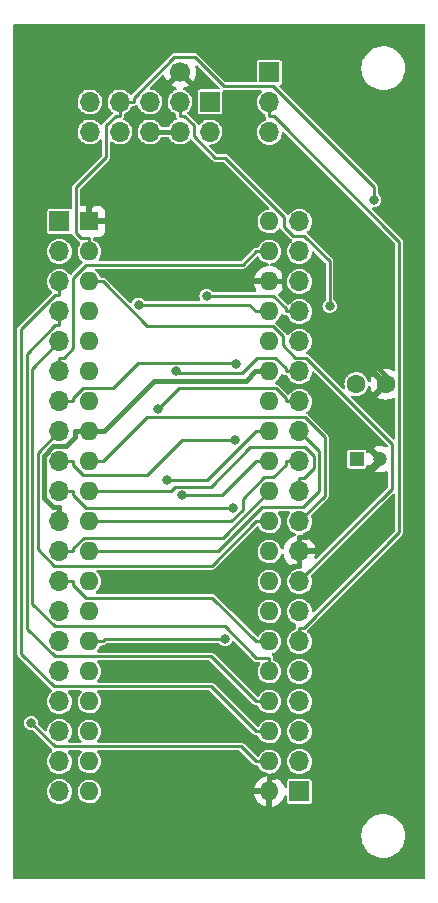
<source format=gbl>
G04 #@! TF.GenerationSoftware,KiCad,Pcbnew,(6.0.7)*
G04 #@! TF.CreationDate,2022-09-12T18:05:54-07:00*
G04 #@! TF.ProjectId,emu6802,656d7536-3830-4322-9e6b-696361645f70,rev?*
G04 #@! TF.SameCoordinates,Original*
G04 #@! TF.FileFunction,Copper,L2,Bot*
G04 #@! TF.FilePolarity,Positive*
%FSLAX46Y46*%
G04 Gerber Fmt 4.6, Leading zero omitted, Abs format (unit mm)*
G04 Created by KiCad (PCBNEW (6.0.7)) date 2022-09-12 18:05:54*
%MOMM*%
%LPD*%
G01*
G04 APERTURE LIST*
G04 #@! TA.AperFunction,ComponentPad*
%ADD10R,1.600000X1.600000*%
G04 #@! TD*
G04 #@! TA.AperFunction,ComponentPad*
%ADD11O,1.600000X1.600000*%
G04 #@! TD*
G04 #@! TA.AperFunction,ComponentPad*
%ADD12R,1.700000X1.700000*%
G04 #@! TD*
G04 #@! TA.AperFunction,ComponentPad*
%ADD13O,1.700000X1.700000*%
G04 #@! TD*
G04 #@! TA.AperFunction,ComponentPad*
%ADD14C,1.200000*%
G04 #@! TD*
G04 #@! TA.AperFunction,ComponentPad*
%ADD15R,1.200000X1.200000*%
G04 #@! TD*
G04 #@! TA.AperFunction,ComponentPad*
%ADD16C,1.600000*%
G04 #@! TD*
G04 #@! TA.AperFunction,ComponentPad*
%ADD17C,1.700000*%
G04 #@! TD*
G04 #@! TA.AperFunction,ViaPad*
%ADD18C,0.800000*%
G04 #@! TD*
G04 #@! TA.AperFunction,Conductor*
%ADD19C,0.250000*%
G04 #@! TD*
G04 #@! TA.AperFunction,Conductor*
%ADD20C,0.400000*%
G04 #@! TD*
G04 APERTURE END LIST*
D10*
X57920000Y-68780000D03*
D11*
X57920000Y-71320000D03*
X57920000Y-73860000D03*
X57920000Y-76400000D03*
X57920000Y-78940000D03*
X57920000Y-81480000D03*
X57920000Y-84020000D03*
X57920000Y-86560000D03*
X57920000Y-89100000D03*
X57920000Y-91640000D03*
X57920000Y-94180000D03*
X57920000Y-96720000D03*
X57920000Y-99260000D03*
X57920000Y-101800000D03*
X57920000Y-104340000D03*
X57920000Y-106880000D03*
X57920000Y-109420000D03*
X57920000Y-111960000D03*
X57920000Y-114500000D03*
X57920000Y-117040000D03*
X73160000Y-117040000D03*
X73160000Y-114500000D03*
X73160000Y-111960000D03*
X73160000Y-109420000D03*
X73160000Y-106880000D03*
X73160000Y-104340000D03*
X73160000Y-101800000D03*
X73160000Y-99260000D03*
X73160000Y-96720000D03*
X73160000Y-94180000D03*
X73160000Y-91640000D03*
X73160000Y-89100000D03*
X73160000Y-86560000D03*
X73160000Y-84020000D03*
X73160000Y-81480000D03*
X73160000Y-78940000D03*
X73160000Y-76400000D03*
X73160000Y-73860000D03*
X73160000Y-71320000D03*
X73160000Y-68780000D03*
D12*
X55380000Y-68780000D03*
D13*
X55380000Y-71320000D03*
X55380000Y-73860000D03*
X55380000Y-76400000D03*
X55380000Y-78940000D03*
X55380000Y-81480000D03*
X55380000Y-84020000D03*
X55380000Y-86560000D03*
X55380000Y-89100000D03*
X55380000Y-91640000D03*
X55380000Y-94180000D03*
X55380000Y-96720000D03*
X55380000Y-99260000D03*
X55380000Y-101800000D03*
X55380000Y-104340000D03*
X55380000Y-106880000D03*
X55380000Y-109420000D03*
X55380000Y-111960000D03*
X55380000Y-114500000D03*
X55380000Y-117040000D03*
D12*
X75700000Y-117040000D03*
D13*
X75700000Y-114500000D03*
X75700000Y-111960000D03*
X75700000Y-109420000D03*
X75700000Y-106880000D03*
X75700000Y-104340000D03*
X75700000Y-101800000D03*
X75700000Y-99260000D03*
X75700000Y-96720000D03*
X75700000Y-94180000D03*
X75700000Y-91640000D03*
X75700000Y-89100000D03*
X75700000Y-86560000D03*
X75700000Y-84020000D03*
X75700000Y-81480000D03*
X75700000Y-78940000D03*
X75700000Y-76400000D03*
X75700000Y-73860000D03*
X75700000Y-71320000D03*
X75700000Y-68780000D03*
D14*
X82561400Y-88900000D03*
D15*
X80561400Y-88900000D03*
D13*
X57972000Y-61194000D03*
X57972000Y-58654000D03*
X60512000Y-61194000D03*
X60512000Y-58654000D03*
X63052000Y-61194000D03*
X63052000Y-58654000D03*
X65592000Y-61194000D03*
X65592000Y-58654000D03*
X68132000Y-61194000D03*
D12*
X68132000Y-58654000D03*
D16*
X80518000Y-82550000D03*
X83018000Y-82550000D03*
D17*
X65597000Y-56114000D03*
D12*
X73152000Y-56154000D03*
D13*
X73152000Y-58694000D03*
X73152000Y-61234000D03*
D18*
X62085500Y-75820800D03*
X78257900Y-75950700D03*
X64475100Y-90701200D03*
X65791900Y-91975500D03*
X70312600Y-80878000D03*
X70283500Y-87244400D03*
X70040000Y-93050200D03*
X52983900Y-111239500D03*
X67839400Y-75071500D03*
X69402000Y-104131500D03*
X65249400Y-81456900D03*
X63754300Y-84632900D03*
X82029100Y-66958400D03*
D19*
X76067300Y-103164700D02*
X75700000Y-103164700D01*
X84147400Y-95084600D02*
X76067300Y-103164700D01*
X84147400Y-70497400D02*
X84147400Y-95084600D01*
X73519300Y-59869300D02*
X84147400Y-70497400D01*
X73152000Y-59869300D02*
X73519300Y-59869300D01*
X73152000Y-58694000D02*
X73152000Y-59869300D01*
X75700000Y-104340000D02*
X75700000Y-103164700D01*
X55380000Y-81480000D02*
X55380000Y-80304700D01*
X73160000Y-71320000D02*
X72034700Y-71320000D01*
X55747400Y-80304700D02*
X55380000Y-80304700D01*
X56555300Y-79496800D02*
X55747400Y-80304700D01*
X56555300Y-73549900D02*
X56555300Y-79496800D01*
X57659900Y-72445300D02*
X56555300Y-73549900D01*
X70909400Y-72445300D02*
X57659900Y-72445300D01*
X72034700Y-71320000D02*
X70909400Y-72445300D01*
X71455500Y-75820800D02*
X62085500Y-75820800D01*
X72034700Y-76400000D02*
X71455500Y-75820800D01*
X73160000Y-76400000D02*
X72034700Y-76400000D01*
X65592000Y-58654000D02*
X65592000Y-59829300D01*
X78257900Y-72159200D02*
X78257900Y-75950700D01*
X76073900Y-69975200D02*
X78257900Y-72159200D01*
X75151800Y-69975200D02*
X76073900Y-69975200D01*
X74394700Y-69218100D02*
X75151800Y-69975200D01*
X74394700Y-68409400D02*
X74394700Y-69218100D01*
X69367300Y-63382000D02*
X74394700Y-68409400D01*
X68581800Y-63382000D02*
X69367300Y-63382000D01*
X66767300Y-61567500D02*
X68581800Y-63382000D01*
X66767300Y-60637200D02*
X66767300Y-61567500D01*
X65959400Y-59829300D02*
X66767300Y-60637200D01*
X65592000Y-59829300D02*
X65959400Y-59829300D01*
X73160000Y-86560000D02*
X72034700Y-86560000D01*
X67893500Y-90701200D02*
X72034700Y-86560000D01*
X64475100Y-90701200D02*
X67893500Y-90701200D01*
X73160000Y-89100000D02*
X72034700Y-89100000D01*
X69159200Y-91975500D02*
X65791900Y-91975500D01*
X72034700Y-89100000D02*
X69159200Y-91975500D01*
X69255300Y-95544700D02*
X73160000Y-91640000D01*
X57436700Y-95544700D02*
X69255300Y-95544700D01*
X56555300Y-96426100D02*
X57436700Y-95544700D01*
X56555300Y-96720000D02*
X56555300Y-96426100D01*
X55380000Y-96720000D02*
X56555300Y-96720000D01*
X68292100Y-97922600D02*
X72034700Y-94180000D01*
X54918400Y-97922600D02*
X68292100Y-97922600D01*
X53536900Y-96541100D02*
X54918400Y-97922600D01*
X53536900Y-88403100D02*
X53536900Y-96541100D01*
X55380000Y-86560000D02*
X53536900Y-88403100D01*
X73160000Y-94180000D02*
X72034700Y-94180000D01*
X70158800Y-80724200D02*
X70312600Y-80878000D01*
X62067100Y-80724200D02*
X70158800Y-80724200D01*
X59896700Y-82894600D02*
X62067100Y-80724200D01*
X57411700Y-82894600D02*
X59896700Y-82894600D01*
X56555300Y-83751000D02*
X57411700Y-82894600D01*
X56555300Y-84020000D02*
X56555300Y-83751000D01*
X55380000Y-84020000D02*
X56555300Y-84020000D01*
X55380000Y-89100000D02*
X56555300Y-89100000D01*
X65799600Y-87244400D02*
X70283500Y-87244400D01*
X62818600Y-90225400D02*
X65799600Y-87244400D01*
X57411700Y-90225400D02*
X62818600Y-90225400D01*
X56555300Y-89369000D02*
X57411700Y-90225400D01*
X56555300Y-89100000D02*
X56555300Y-89369000D01*
X57671700Y-93050200D02*
X70040000Y-93050200D01*
X56555300Y-91933800D02*
X57671700Y-93050200D01*
X56555300Y-91640000D02*
X56555300Y-91933800D01*
X55380000Y-91640000D02*
X56555300Y-91640000D01*
X55380000Y-99260000D02*
X56555300Y-99260000D01*
X73160000Y-104340000D02*
X72034700Y-104340000D01*
X68316600Y-100621900D02*
X72034700Y-104340000D01*
X57623300Y-100621900D02*
X68316600Y-100621900D01*
X56555300Y-99553900D02*
X57623300Y-100621900D01*
X56555300Y-99260000D02*
X56555300Y-99553900D01*
X72051300Y-105754700D02*
X73160000Y-105754700D01*
X69366600Y-103070000D02*
X72051300Y-105754700D01*
X54980900Y-103070000D02*
X69366600Y-103070000D01*
X53061000Y-101150100D02*
X54980900Y-103070000D01*
X53061000Y-81259000D02*
X53061000Y-101150100D01*
X55380000Y-78940000D02*
X53061000Y-81259000D01*
X73160000Y-106880000D02*
X73160000Y-105754700D01*
X55380000Y-76400000D02*
X55380000Y-77575300D01*
X73160000Y-109420000D02*
X72034700Y-109420000D01*
X55012700Y-77575300D02*
X55380000Y-77575300D01*
X52610700Y-79977300D02*
X55012700Y-77575300D01*
X52610700Y-103246200D02*
X52610700Y-79977300D01*
X54974500Y-105610000D02*
X52610700Y-103246200D01*
X68224700Y-105610000D02*
X54974500Y-105610000D01*
X72034700Y-109420000D02*
X68224700Y-105610000D01*
X68224700Y-108150000D02*
X72034700Y-111960000D01*
X54898700Y-108150000D02*
X68224700Y-108150000D01*
X52142700Y-105394000D02*
X54898700Y-108150000D01*
X52142700Y-77905300D02*
X52142700Y-105394000D01*
X55012700Y-75035300D02*
X52142700Y-77905300D01*
X55380000Y-75035300D02*
X55012700Y-75035300D01*
X55380000Y-73860000D02*
X55380000Y-75035300D01*
X73160000Y-111960000D02*
X72034700Y-111960000D01*
X73160000Y-114500000D02*
X72034700Y-114500000D01*
X70764700Y-113230000D02*
X72034700Y-114500000D01*
X54974400Y-113230000D02*
X70764700Y-113230000D01*
X52983900Y-111239500D02*
X54974400Y-113230000D01*
X73490000Y-75071500D02*
X67839400Y-75071500D01*
X74524700Y-76106200D02*
X73490000Y-75071500D01*
X74524700Y-76400000D02*
X74524700Y-76106200D01*
X75700000Y-76400000D02*
X74524700Y-76400000D01*
X59253800Y-104131500D02*
X69402000Y-104131500D01*
X59045300Y-104340000D02*
X59253800Y-104131500D01*
X57920000Y-104340000D02*
X59045300Y-104340000D01*
X75700000Y-81480000D02*
X74524700Y-81480000D01*
X74524700Y-81188400D02*
X74524700Y-81480000D01*
X73650200Y-80313900D02*
X74524700Y-81188400D01*
X72097700Y-80313900D02*
X73650200Y-80313900D01*
X70808300Y-81603300D02*
X72097700Y-80313900D01*
X65395800Y-81603300D02*
X70808300Y-81603300D01*
X65249400Y-81456900D02*
X65395800Y-81603300D01*
X75700000Y-84020000D02*
X74524700Y-84020000D01*
X65494500Y-82892700D02*
X63754300Y-84632900D01*
X73679300Y-82892700D02*
X65494500Y-82892700D01*
X74524700Y-83738100D02*
X73679300Y-82892700D01*
X74524700Y-84020000D02*
X74524700Y-83738100D01*
X57920000Y-96720000D02*
X59045300Y-96720000D01*
X68797100Y-96720000D02*
X59045300Y-96720000D01*
X72533200Y-92983900D02*
X68797100Y-96720000D01*
X76022500Y-92983900D02*
X72533200Y-92983900D01*
X77389100Y-91617300D02*
X76022500Y-92983900D01*
X77389100Y-88249100D02*
X77389100Y-91617300D01*
X75700000Y-86560000D02*
X77389100Y-88249100D01*
X75700000Y-89100000D02*
X74524700Y-89100000D01*
X57920000Y-94180000D02*
X59045300Y-94180000D01*
X74524700Y-89394200D02*
X74524700Y-89100000D01*
X73480100Y-90438800D02*
X74524700Y-89394200D01*
X72728200Y-90438800D02*
X73480100Y-90438800D01*
X70925700Y-92241300D02*
X72728200Y-90438800D01*
X70925700Y-93190300D02*
X70925700Y-92241300D01*
X69936000Y-94180000D02*
X70925700Y-93190300D01*
X59045300Y-94180000D02*
X69936000Y-94180000D01*
X75700000Y-91640000D02*
X75700000Y-90464700D01*
X57920000Y-91640000D02*
X59045300Y-91640000D01*
X64787000Y-91640000D02*
X59045300Y-91640000D01*
X65176800Y-91250200D02*
X64787000Y-91640000D01*
X68190200Y-91250200D02*
X65176800Y-91250200D01*
X71531500Y-87908900D02*
X68190200Y-91250200D01*
X76211200Y-87908900D02*
X71531500Y-87908900D01*
X76911300Y-88609000D02*
X76211200Y-87908900D01*
X76911300Y-89620700D02*
X76911300Y-88609000D01*
X76067300Y-90464700D02*
X76911300Y-89620700D01*
X75700000Y-90464700D02*
X76067300Y-90464700D01*
X57920000Y-89100000D02*
X59045300Y-89100000D01*
X77842600Y-92037400D02*
X75700000Y-94180000D01*
X77842600Y-87034500D02*
X77842600Y-92037400D01*
X76167100Y-85359000D02*
X77842600Y-87034500D01*
X62786300Y-85359000D02*
X76167100Y-85359000D01*
X59045300Y-89100000D02*
X62786300Y-85359000D01*
D20*
X65592000Y-61194000D02*
X63052000Y-61194000D01*
X56719700Y-87057400D02*
X56719700Y-86560000D01*
X55947100Y-87830000D02*
X56719700Y-87057400D01*
X54864000Y-87830000D02*
X55947100Y-87830000D01*
X54072200Y-88621800D02*
X54864000Y-87830000D01*
X54072200Y-92168900D02*
X54072200Y-88621800D01*
X54833000Y-92929700D02*
X54072200Y-92168900D01*
X55380000Y-92929700D02*
X54833000Y-92929700D01*
X55380000Y-94180000D02*
X55380000Y-92929700D01*
X57905500Y-86560000D02*
X56719700Y-86560000D01*
X57905500Y-86560000D02*
X57920000Y-86560000D01*
X57920000Y-86560000D02*
X59120300Y-86560000D01*
X73160000Y-81480000D02*
X71959700Y-81480000D01*
X71182500Y-82257200D02*
X71959700Y-81480000D01*
X63423100Y-82257200D02*
X71182500Y-82257200D01*
X59120300Y-86560000D02*
X63423100Y-82257200D01*
D19*
X62839500Y-77654200D02*
X59045300Y-73860000D01*
X73471200Y-77654200D02*
X62839500Y-77654200D01*
X74301200Y-78484200D02*
X73471200Y-77654200D01*
X74301200Y-79237200D02*
X74301200Y-78484200D01*
X75368600Y-80304600D02*
X74301200Y-79237200D01*
X76239700Y-80304600D02*
X75368600Y-80304600D01*
X83523100Y-87588000D02*
X76239700Y-80304600D01*
X83523100Y-91436900D02*
X83523100Y-87588000D01*
X75700000Y-99260000D02*
X83523100Y-91436900D01*
X57920000Y-73860000D02*
X59045300Y-73860000D01*
X57216600Y-70194700D02*
X57920000Y-70194700D01*
X56794700Y-69772800D02*
X57216600Y-70194700D01*
X56794700Y-65892800D02*
X56794700Y-69772800D01*
X59336700Y-63350800D02*
X56794700Y-65892800D01*
X59336700Y-60637200D02*
X59336700Y-63350800D01*
X60144600Y-59829300D02*
X59336700Y-60637200D01*
X60512000Y-59829300D02*
X60144600Y-59829300D01*
X57920000Y-71320000D02*
X57920000Y-70194700D01*
X60512000Y-59241600D02*
X60512000Y-59829300D01*
X60512000Y-59241600D02*
X60512000Y-58654000D01*
X60512000Y-58654000D02*
X61687300Y-58654000D01*
X82029100Y-65873500D02*
X82029100Y-66958400D01*
X73485000Y-57329400D02*
X82029100Y-65873500D01*
X69307400Y-57329400D02*
X73485000Y-57329400D01*
X66847300Y-54869300D02*
X69307400Y-57329400D01*
X65104700Y-54869300D02*
X66847300Y-54869300D01*
X61687300Y-58286700D02*
X65104700Y-54869300D01*
X61687300Y-58654000D02*
X61687300Y-58286700D01*
D20*
X75181900Y-97970300D02*
X75700000Y-97970300D01*
X74360300Y-98791900D02*
X75181900Y-97970300D01*
X74360300Y-115014600D02*
X74360300Y-98791900D01*
X73535200Y-115839700D02*
X74360300Y-115014600D01*
X73160000Y-115839700D02*
X73535200Y-115839700D01*
X73160000Y-117040000D02*
X73160000Y-115839700D01*
X75700000Y-96720000D02*
X75700000Y-97970300D01*
X73160000Y-73860000D02*
X74210200Y-73860000D01*
X76218100Y-95469700D02*
X75700000Y-95469700D01*
X82561400Y-89126400D02*
X76218100Y-95469700D01*
X82561400Y-88900000D02*
X82561400Y-89126400D01*
X75700000Y-96720000D02*
X75700000Y-95469700D01*
X57920000Y-68780000D02*
X57920000Y-67579700D01*
X61782000Y-60627800D02*
X61782000Y-63717700D01*
X62466200Y-59943600D02*
X61782000Y-60627800D01*
X63598600Y-59943600D02*
X62466200Y-59943600D01*
X64302400Y-59239800D02*
X63598600Y-59943600D01*
X64302400Y-57408600D02*
X64302400Y-59239800D01*
X65597000Y-56114000D02*
X64302400Y-57408600D01*
X61782000Y-63717700D02*
X57920000Y-67579700D01*
X68114300Y-70050000D02*
X61782000Y-63717700D01*
X73602300Y-70050000D02*
X68114300Y-70050000D01*
X74360300Y-70808000D02*
X73602300Y-70050000D01*
X74360300Y-73860000D02*
X74360300Y-70808000D01*
X74210200Y-73860000D02*
X74360300Y-73860000D01*
X83018000Y-81887000D02*
X83018000Y-82550000D01*
X76261000Y-75130000D02*
X83018000Y-81887000D01*
X75180200Y-75130000D02*
X76261000Y-75130000D01*
X74360300Y-74310100D02*
X75180200Y-75130000D01*
X74360300Y-73860000D02*
X74360300Y-74310100D01*
G04 #@! TA.AperFunction,Conductor*
G36*
X86302121Y-52090002D02*
G01*
X86348614Y-52143658D01*
X86360000Y-52196000D01*
X86360000Y-124334000D01*
X86339998Y-124402121D01*
X86286342Y-124448614D01*
X86234000Y-124460000D01*
X51561000Y-124460000D01*
X51492879Y-124439998D01*
X51446386Y-124386342D01*
X51435000Y-124334000D01*
X51435000Y-120842095D01*
X80945028Y-120842095D01*
X80970534Y-121109431D01*
X81034364Y-121370285D01*
X81135182Y-121619192D01*
X81270875Y-121850938D01*
X81273728Y-121854505D01*
X81385225Y-121993925D01*
X81438601Y-122060669D01*
X81634846Y-122243991D01*
X81727039Y-122307948D01*
X81851746Y-122394461D01*
X81851751Y-122394464D01*
X81855499Y-122397064D01*
X81859584Y-122399096D01*
X81859587Y-122399098D01*
X81975719Y-122456872D01*
X82095938Y-122516680D01*
X82100272Y-122518101D01*
X82100275Y-122518102D01*
X82346793Y-122598915D01*
X82346798Y-122598916D01*
X82351126Y-122600335D01*
X82355617Y-122601115D01*
X82355618Y-122601115D01*
X82611936Y-122645620D01*
X82611944Y-122645621D01*
X82615717Y-122646276D01*
X82619554Y-122646467D01*
X82698996Y-122650422D01*
X82699004Y-122650422D01*
X82700567Y-122650500D01*
X82868223Y-122650500D01*
X82870491Y-122650335D01*
X82870503Y-122650335D01*
X83000823Y-122640879D01*
X83067846Y-122636016D01*
X83072301Y-122635032D01*
X83072304Y-122635032D01*
X83325620Y-122579105D01*
X83325624Y-122579104D01*
X83330080Y-122578120D01*
X83497617Y-122514646D01*
X83576941Y-122484593D01*
X83576944Y-122484592D01*
X83581211Y-122482975D01*
X83815976Y-122352574D01*
X83958254Y-122243991D01*
X84025833Y-122192417D01*
X84025837Y-122192413D01*
X84029458Y-122189650D01*
X84217185Y-121997614D01*
X84375225Y-121780491D01*
X84462313Y-121614963D01*
X84498140Y-121546868D01*
X84498143Y-121546862D01*
X84500265Y-121542828D01*
X84559703Y-121374515D01*
X84588165Y-121293916D01*
X84588165Y-121293915D01*
X84589688Y-121289603D01*
X84641620Y-121026122D01*
X84641847Y-121021566D01*
X84654745Y-120762474D01*
X84654745Y-120762468D01*
X84654972Y-120757905D01*
X84629466Y-120490569D01*
X84565636Y-120229715D01*
X84464818Y-119980808D01*
X84329125Y-119749062D01*
X84218211Y-119610371D01*
X84164251Y-119542897D01*
X84164250Y-119542895D01*
X84161399Y-119539331D01*
X83965154Y-119356009D01*
X83805436Y-119245208D01*
X83748254Y-119205539D01*
X83748249Y-119205536D01*
X83744501Y-119202936D01*
X83740416Y-119200904D01*
X83740413Y-119200902D01*
X83568560Y-119115407D01*
X83504062Y-119083320D01*
X83499728Y-119081899D01*
X83499725Y-119081898D01*
X83253207Y-119001085D01*
X83253202Y-119001084D01*
X83248874Y-118999665D01*
X83244382Y-118998885D01*
X82988064Y-118954380D01*
X82988056Y-118954379D01*
X82984283Y-118953724D01*
X82975622Y-118953293D01*
X82901004Y-118949578D01*
X82900996Y-118949578D01*
X82899433Y-118949500D01*
X82731777Y-118949500D01*
X82729509Y-118949665D01*
X82729497Y-118949665D01*
X82599177Y-118959121D01*
X82532154Y-118963984D01*
X82527699Y-118964968D01*
X82527696Y-118964968D01*
X82274380Y-119020895D01*
X82274376Y-119020896D01*
X82269920Y-119021880D01*
X82144355Y-119069452D01*
X82023059Y-119115407D01*
X82023056Y-119115408D01*
X82018789Y-119117025D01*
X81784024Y-119247426D01*
X81780392Y-119250198D01*
X81574167Y-119407583D01*
X81574163Y-119407587D01*
X81570542Y-119410350D01*
X81382815Y-119602386D01*
X81224775Y-119819509D01*
X81222651Y-119823547D01*
X81101860Y-120053132D01*
X81101857Y-120053138D01*
X81099735Y-120057172D01*
X81098215Y-120061477D01*
X81098213Y-120061481D01*
X81038804Y-120229715D01*
X81010312Y-120310397D01*
X80958380Y-120573878D01*
X80958153Y-120578431D01*
X80958153Y-120578434D01*
X80948992Y-120762474D01*
X80945028Y-120842095D01*
X51435000Y-120842095D01*
X51435000Y-117025262D01*
X54324520Y-117025262D01*
X54341759Y-117230553D01*
X54343458Y-117236478D01*
X54393241Y-117410091D01*
X54398544Y-117428586D01*
X54401359Y-117434063D01*
X54401360Y-117434066D01*
X54422247Y-117474707D01*
X54492712Y-117611818D01*
X54620677Y-117773270D01*
X54625370Y-117777264D01*
X54625371Y-117777265D01*
X54759729Y-117891612D01*
X54777564Y-117906791D01*
X54957398Y-118007297D01*
X55041280Y-118034552D01*
X55147471Y-118069056D01*
X55147475Y-118069057D01*
X55153329Y-118070959D01*
X55357894Y-118095351D01*
X55364029Y-118094879D01*
X55364031Y-118094879D01*
X55436625Y-118089293D01*
X55563300Y-118079546D01*
X55569230Y-118077890D01*
X55569232Y-118077890D01*
X55755797Y-118025800D01*
X55755796Y-118025800D01*
X55761725Y-118024145D01*
X55767214Y-118021372D01*
X55767220Y-118021370D01*
X55940116Y-117934033D01*
X55945610Y-117931258D01*
X56004757Y-117885048D01*
X56103101Y-117808213D01*
X56107951Y-117804424D01*
X56161520Y-117742364D01*
X56238540Y-117653134D01*
X56238540Y-117653133D01*
X56242564Y-117648472D01*
X56263387Y-117611818D01*
X56341276Y-117474707D01*
X56344323Y-117469344D01*
X56409351Y-117273863D01*
X56435171Y-117069474D01*
X56435583Y-117040000D01*
X56434207Y-117025963D01*
X56914757Y-117025963D01*
X56931175Y-117221483D01*
X56985258Y-117410091D01*
X57002200Y-117443056D01*
X57072123Y-117579113D01*
X57072126Y-117579117D01*
X57074944Y-117584601D01*
X57196818Y-117738369D01*
X57201511Y-117742363D01*
X57201512Y-117742364D01*
X57278885Y-117808213D01*
X57346238Y-117865535D01*
X57351616Y-117868541D01*
X57351618Y-117868542D01*
X57414278Y-117903561D01*
X57517513Y-117961257D01*
X57704118Y-118021889D01*
X57898946Y-118045121D01*
X57905081Y-118044649D01*
X57905083Y-118044649D01*
X58088434Y-118030541D01*
X58088438Y-118030540D01*
X58094576Y-118030068D01*
X58283556Y-117977303D01*
X58458689Y-117888837D01*
X58488515Y-117865535D01*
X58608453Y-117771829D01*
X58613303Y-117768040D01*
X58643084Y-117733539D01*
X58737485Y-117624173D01*
X58737485Y-117624172D01*
X58741509Y-117619511D01*
X58838425Y-117448909D01*
X58885791Y-117306522D01*
X71877273Y-117306522D01*
X71924764Y-117483761D01*
X71928510Y-117494053D01*
X72020586Y-117691511D01*
X72026069Y-117701007D01*
X72151028Y-117879467D01*
X72158084Y-117887875D01*
X72312125Y-118041916D01*
X72320533Y-118048972D01*
X72498993Y-118173931D01*
X72508489Y-118179414D01*
X72705947Y-118271490D01*
X72716239Y-118275236D01*
X72888503Y-118321394D01*
X72902599Y-118321058D01*
X72906000Y-118313116D01*
X72906000Y-117312115D01*
X72901525Y-117296876D01*
X72900135Y-117295671D01*
X72892452Y-117294000D01*
X71892033Y-117294000D01*
X71878502Y-117297973D01*
X71877273Y-117306522D01*
X58885791Y-117306522D01*
X58900358Y-117262732D01*
X58924949Y-117068071D01*
X58925341Y-117040000D01*
X58906194Y-116844728D01*
X58904413Y-116838829D01*
X58904412Y-116838824D01*
X58851265Y-116662793D01*
X58849484Y-116656894D01*
X58757370Y-116483653D01*
X58633361Y-116331602D01*
X58482180Y-116206535D01*
X58309585Y-116113213D01*
X58215868Y-116084203D01*
X58128039Y-116057015D01*
X58128036Y-116057014D01*
X58122152Y-116055193D01*
X58116027Y-116054549D01*
X58116026Y-116054549D01*
X57933147Y-116035327D01*
X57933146Y-116035327D01*
X57927019Y-116034683D01*
X57808732Y-116045448D01*
X57737759Y-116051907D01*
X57737758Y-116051907D01*
X57731618Y-116052466D01*
X57725704Y-116054207D01*
X57725702Y-116054207D01*
X57596734Y-116092165D01*
X57543393Y-116107864D01*
X57537928Y-116110721D01*
X57374972Y-116195912D01*
X57374968Y-116195915D01*
X57369512Y-116198767D01*
X57364712Y-116202627D01*
X57364711Y-116202627D01*
X57330326Y-116230273D01*
X57216600Y-116321711D01*
X57090480Y-116472016D01*
X57087516Y-116477408D01*
X57087513Y-116477412D01*
X57027846Y-116585947D01*
X56995956Y-116643954D01*
X56994095Y-116649821D01*
X56994094Y-116649823D01*
X56991851Y-116656894D01*
X56936628Y-116830978D01*
X56914757Y-117025963D01*
X56434207Y-117025963D01*
X56415480Y-116834970D01*
X56355935Y-116637749D01*
X56259218Y-116455849D01*
X56161778Y-116336376D01*
X56132906Y-116300975D01*
X56132903Y-116300972D01*
X56129011Y-116296200D01*
X56111786Y-116281950D01*
X55975025Y-116168811D01*
X55975021Y-116168809D01*
X55970275Y-116164882D01*
X55789055Y-116066897D01*
X55592254Y-116005977D01*
X55586129Y-116005333D01*
X55586128Y-116005333D01*
X55393498Y-115985087D01*
X55393496Y-115985087D01*
X55387369Y-115984443D01*
X55300529Y-115992346D01*
X55188342Y-116002555D01*
X55188339Y-116002556D01*
X55182203Y-116003114D01*
X54984572Y-116061280D01*
X54802002Y-116156726D01*
X54797201Y-116160586D01*
X54797198Y-116160588D01*
X54646254Y-116281950D01*
X54641447Y-116285815D01*
X54509024Y-116443630D01*
X54506056Y-116449028D01*
X54506053Y-116449033D01*
X54430785Y-116585947D01*
X54409776Y-116624162D01*
X54347484Y-116820532D01*
X54346798Y-116826649D01*
X54346797Y-116826653D01*
X54344770Y-116844728D01*
X54324520Y-117025262D01*
X51435000Y-117025262D01*
X51435000Y-111239500D01*
X52378218Y-111239500D01*
X52398856Y-111396262D01*
X52459364Y-111542341D01*
X52555618Y-111667782D01*
X52681059Y-111764036D01*
X52827138Y-111824544D01*
X52983900Y-111845182D01*
X53050743Y-111836382D01*
X53120890Y-111847321D01*
X53156283Y-111872209D01*
X54730289Y-113446215D01*
X54737716Y-113454319D01*
X54761945Y-113483194D01*
X54758730Y-113485892D01*
X54786168Y-113527169D01*
X54787265Y-113598157D01*
X54744787Y-113662728D01*
X54641447Y-113745815D01*
X54509024Y-113903630D01*
X54506056Y-113909028D01*
X54506053Y-113909033D01*
X54431151Y-114045281D01*
X54409776Y-114084162D01*
X54347484Y-114280532D01*
X54346798Y-114286649D01*
X54346797Y-114286653D01*
X54344770Y-114304728D01*
X54324520Y-114485262D01*
X54341759Y-114690553D01*
X54343458Y-114696478D01*
X54393241Y-114870091D01*
X54398544Y-114888586D01*
X54401359Y-114894063D01*
X54401360Y-114894066D01*
X54478724Y-115044601D01*
X54492712Y-115071818D01*
X54620677Y-115233270D01*
X54625370Y-115237264D01*
X54625371Y-115237265D01*
X54759729Y-115351612D01*
X54777564Y-115366791D01*
X54957398Y-115467297D01*
X55029296Y-115490658D01*
X55147471Y-115529056D01*
X55147475Y-115529057D01*
X55153329Y-115530959D01*
X55357894Y-115555351D01*
X55364029Y-115554879D01*
X55364031Y-115554879D01*
X55420039Y-115550569D01*
X55563300Y-115539546D01*
X55569230Y-115537890D01*
X55569232Y-115537890D01*
X55755797Y-115485800D01*
X55755796Y-115485800D01*
X55761725Y-115484145D01*
X55767214Y-115481372D01*
X55767220Y-115481370D01*
X55940116Y-115394033D01*
X55945610Y-115391258D01*
X56004757Y-115345048D01*
X56103101Y-115268213D01*
X56107951Y-115264424D01*
X56161520Y-115202364D01*
X56238540Y-115113134D01*
X56238540Y-115113133D01*
X56242564Y-115108472D01*
X56263387Y-115071818D01*
X56341276Y-114934707D01*
X56344323Y-114929344D01*
X56409351Y-114733863D01*
X56435171Y-114529474D01*
X56435583Y-114500000D01*
X56415480Y-114294970D01*
X56355935Y-114097749D01*
X56259218Y-113915849D01*
X56143025Y-113773383D01*
X56133037Y-113761136D01*
X56105483Y-113695704D01*
X56117678Y-113625763D01*
X56165751Y-113573518D01*
X56230680Y-113555500D01*
X57140153Y-113555500D01*
X57208274Y-113575502D01*
X57254767Y-113629158D01*
X57264871Y-113699432D01*
X57235377Y-113764012D01*
X57225655Y-113773383D01*
X57225806Y-113773537D01*
X57221401Y-113777851D01*
X57216600Y-113781711D01*
X57090480Y-113932016D01*
X57087516Y-113937408D01*
X57087513Y-113937412D01*
X57028212Y-114045281D01*
X56995956Y-114103954D01*
X56936628Y-114290978D01*
X56914757Y-114485963D01*
X56931175Y-114681483D01*
X56985258Y-114870091D01*
X57002200Y-114903056D01*
X57072123Y-115039113D01*
X57072125Y-115039116D01*
X57074944Y-115044601D01*
X57196818Y-115198369D01*
X57201511Y-115202363D01*
X57201512Y-115202364D01*
X57278885Y-115268213D01*
X57346238Y-115325535D01*
X57351616Y-115328541D01*
X57351618Y-115328542D01*
X57420057Y-115366791D01*
X57517513Y-115421257D01*
X57704118Y-115481889D01*
X57898946Y-115505121D01*
X57905081Y-115504649D01*
X57905083Y-115504649D01*
X58088434Y-115490541D01*
X58088438Y-115490540D01*
X58094576Y-115490068D01*
X58283556Y-115437303D01*
X58458689Y-115348837D01*
X58488515Y-115325535D01*
X58608453Y-115231829D01*
X58613303Y-115228040D01*
X58643084Y-115193539D01*
X58737485Y-115084173D01*
X58737485Y-115084172D01*
X58741509Y-115079511D01*
X58838425Y-114908909D01*
X58900358Y-114722732D01*
X58924949Y-114528071D01*
X58925341Y-114500000D01*
X58906194Y-114304728D01*
X58904413Y-114298829D01*
X58904412Y-114298824D01*
X58851265Y-114122793D01*
X58849484Y-114116894D01*
X58757370Y-113943653D01*
X58633361Y-113791602D01*
X58617626Y-113778585D01*
X58577888Y-113719752D01*
X58576265Y-113648774D01*
X58613274Y-113588186D01*
X58677164Y-113557225D01*
X58697941Y-113555500D01*
X70577684Y-113555500D01*
X70645805Y-113575502D01*
X70666779Y-113592405D01*
X71790595Y-114716222D01*
X71798021Y-114724325D01*
X71822245Y-114753194D01*
X71831788Y-114758704D01*
X71831792Y-114758707D01*
X71854879Y-114772036D01*
X71864148Y-114777940D01*
X71895016Y-114799554D01*
X71905664Y-114802407D01*
X71908835Y-114803886D01*
X71912111Y-114805078D01*
X71921655Y-114810588D01*
X71958776Y-114817134D01*
X71969483Y-114819508D01*
X72005893Y-114829263D01*
X72016868Y-114828303D01*
X72016870Y-114828303D01*
X72043431Y-114825979D01*
X72054412Y-114825500D01*
X72125431Y-114825500D01*
X72193552Y-114845502D01*
X72237496Y-114893904D01*
X72314944Y-115044601D01*
X72436818Y-115198369D01*
X72441511Y-115202363D01*
X72441512Y-115202364D01*
X72518885Y-115268213D01*
X72586238Y-115325535D01*
X72591616Y-115328541D01*
X72591618Y-115328542D01*
X72660057Y-115366791D01*
X72757513Y-115421257D01*
X72944118Y-115481889D01*
X72981162Y-115486306D01*
X73010443Y-115489798D01*
X73075716Y-115517726D01*
X73115529Y-115576509D01*
X73117241Y-115647485D01*
X73080308Y-115708119D01*
X73016458Y-115739161D01*
X73006505Y-115740433D01*
X72937480Y-115746472D01*
X72926688Y-115748375D01*
X72716239Y-115804764D01*
X72705947Y-115808510D01*
X72508489Y-115900586D01*
X72498993Y-115906069D01*
X72320533Y-116031028D01*
X72312125Y-116038084D01*
X72158084Y-116192125D01*
X72151028Y-116200533D01*
X72026069Y-116378993D01*
X72020586Y-116388489D01*
X71928510Y-116585947D01*
X71924764Y-116596239D01*
X71878606Y-116768503D01*
X71878942Y-116782599D01*
X71886884Y-116786000D01*
X73288000Y-116786000D01*
X73356121Y-116806002D01*
X73402614Y-116859658D01*
X73414000Y-116912000D01*
X73414000Y-118307967D01*
X73417973Y-118321498D01*
X73426522Y-118322727D01*
X73603761Y-118275236D01*
X73614053Y-118271490D01*
X73811511Y-118179414D01*
X73821007Y-118173931D01*
X73999467Y-118048972D01*
X74007875Y-118041916D01*
X74161916Y-117887875D01*
X74168972Y-117879467D01*
X74293931Y-117701007D01*
X74299414Y-117691511D01*
X74391490Y-117494053D01*
X74395236Y-117483761D01*
X74401793Y-117459289D01*
X74438745Y-117398666D01*
X74502605Y-117367645D01*
X74573100Y-117376073D01*
X74627847Y-117421276D01*
X74649500Y-117491900D01*
X74649500Y-117909748D01*
X74650707Y-117915816D01*
X74654331Y-117934033D01*
X74661133Y-117968231D01*
X74705448Y-118034552D01*
X74771769Y-118078867D01*
X74783938Y-118081288D01*
X74783939Y-118081288D01*
X74824184Y-118089293D01*
X74830252Y-118090500D01*
X76569748Y-118090500D01*
X76575816Y-118089293D01*
X76616061Y-118081288D01*
X76616062Y-118081288D01*
X76628231Y-118078867D01*
X76694552Y-118034552D01*
X76738867Y-117968231D01*
X76745670Y-117934033D01*
X76749293Y-117915816D01*
X76750500Y-117909748D01*
X76750500Y-116170252D01*
X76738867Y-116111769D01*
X76694552Y-116045448D01*
X76628231Y-116001133D01*
X76616062Y-115998712D01*
X76616061Y-115998712D01*
X76575816Y-115990707D01*
X76569748Y-115989500D01*
X74830252Y-115989500D01*
X74824184Y-115990707D01*
X74783939Y-115998712D01*
X74783938Y-115998712D01*
X74771769Y-116001133D01*
X74705448Y-116045448D01*
X74661133Y-116111769D01*
X74649500Y-116170252D01*
X74649500Y-116588100D01*
X74629498Y-116656221D01*
X74575842Y-116702714D01*
X74505568Y-116712818D01*
X74440988Y-116683324D01*
X74401793Y-116620711D01*
X74395236Y-116596239D01*
X74391490Y-116585947D01*
X74299414Y-116388489D01*
X74293931Y-116378993D01*
X74168972Y-116200533D01*
X74161916Y-116192125D01*
X74007875Y-116038084D01*
X73999467Y-116031028D01*
X73821007Y-115906069D01*
X73811511Y-115900586D01*
X73614053Y-115808510D01*
X73603761Y-115804764D01*
X73393312Y-115748375D01*
X73382520Y-115746472D01*
X73327520Y-115741660D01*
X73261402Y-115715797D01*
X73219762Y-115658293D01*
X73215821Y-115587406D01*
X73250830Y-115525642D01*
X73313674Y-115492609D01*
X73327766Y-115490658D01*
X73328430Y-115490541D01*
X73334576Y-115490068D01*
X73523556Y-115437303D01*
X73698689Y-115348837D01*
X73728515Y-115325535D01*
X73848453Y-115231829D01*
X73853303Y-115228040D01*
X73883084Y-115193539D01*
X73977485Y-115084173D01*
X73977485Y-115084172D01*
X73981509Y-115079511D01*
X74078425Y-114908909D01*
X74140358Y-114722732D01*
X74164949Y-114528071D01*
X74165341Y-114500000D01*
X74163896Y-114485262D01*
X74644520Y-114485262D01*
X74661759Y-114690553D01*
X74663458Y-114696478D01*
X74713241Y-114870091D01*
X74718544Y-114888586D01*
X74721359Y-114894063D01*
X74721360Y-114894066D01*
X74798724Y-115044601D01*
X74812712Y-115071818D01*
X74940677Y-115233270D01*
X74945370Y-115237264D01*
X74945371Y-115237265D01*
X75079729Y-115351612D01*
X75097564Y-115366791D01*
X75277398Y-115467297D01*
X75349296Y-115490658D01*
X75467471Y-115529056D01*
X75467475Y-115529057D01*
X75473329Y-115530959D01*
X75677894Y-115555351D01*
X75684029Y-115554879D01*
X75684031Y-115554879D01*
X75740039Y-115550569D01*
X75883300Y-115539546D01*
X75889230Y-115537890D01*
X75889232Y-115537890D01*
X76075797Y-115485800D01*
X76075796Y-115485800D01*
X76081725Y-115484145D01*
X76087214Y-115481372D01*
X76087220Y-115481370D01*
X76260116Y-115394033D01*
X76265610Y-115391258D01*
X76324757Y-115345048D01*
X76423101Y-115268213D01*
X76427951Y-115264424D01*
X76481520Y-115202364D01*
X76558540Y-115113134D01*
X76558540Y-115113133D01*
X76562564Y-115108472D01*
X76583387Y-115071818D01*
X76661276Y-114934707D01*
X76664323Y-114929344D01*
X76729351Y-114733863D01*
X76755171Y-114529474D01*
X76755583Y-114500000D01*
X76735480Y-114294970D01*
X76675935Y-114097749D01*
X76579218Y-113915849D01*
X76481778Y-113796376D01*
X76452906Y-113760975D01*
X76452903Y-113760972D01*
X76449011Y-113756200D01*
X76404953Y-113719752D01*
X76295025Y-113628811D01*
X76295021Y-113628809D01*
X76290275Y-113624882D01*
X76109055Y-113526897D01*
X75912254Y-113465977D01*
X75906129Y-113465333D01*
X75906128Y-113465333D01*
X75713498Y-113445087D01*
X75713496Y-113445087D01*
X75707369Y-113444443D01*
X75620529Y-113452346D01*
X75508342Y-113462555D01*
X75508339Y-113462556D01*
X75502203Y-113463114D01*
X75304572Y-113521280D01*
X75122002Y-113616726D01*
X75117201Y-113620586D01*
X75117198Y-113620588D01*
X75019136Y-113699432D01*
X74961447Y-113745815D01*
X74829024Y-113903630D01*
X74826056Y-113909028D01*
X74826053Y-113909033D01*
X74751151Y-114045281D01*
X74729776Y-114084162D01*
X74667484Y-114280532D01*
X74666798Y-114286649D01*
X74666797Y-114286653D01*
X74664770Y-114304728D01*
X74644520Y-114485262D01*
X74163896Y-114485262D01*
X74146194Y-114304728D01*
X74144413Y-114298829D01*
X74144412Y-114298824D01*
X74091265Y-114122793D01*
X74089484Y-114116894D01*
X73997370Y-113943653D01*
X73873361Y-113791602D01*
X73722180Y-113666535D01*
X73549585Y-113573213D01*
X73420705Y-113533318D01*
X73368039Y-113517015D01*
X73368036Y-113517014D01*
X73362152Y-113515193D01*
X73356027Y-113514549D01*
X73356026Y-113514549D01*
X73173147Y-113495327D01*
X73173146Y-113495327D01*
X73167019Y-113494683D01*
X73044383Y-113505844D01*
X72977759Y-113511907D01*
X72977758Y-113511907D01*
X72971618Y-113512466D01*
X72965704Y-113514207D01*
X72965702Y-113514207D01*
X72900769Y-113533318D01*
X72783393Y-113567864D01*
X72777928Y-113570721D01*
X72614972Y-113655912D01*
X72614968Y-113655915D01*
X72609512Y-113658767D01*
X72604712Y-113662627D01*
X72604711Y-113662627D01*
X72570326Y-113690273D01*
X72456600Y-113781711D01*
X72330480Y-113932016D01*
X72327516Y-113937408D01*
X72327513Y-113937412D01*
X72268212Y-114045281D01*
X72217866Y-114095340D01*
X72148449Y-114110233D01*
X72082000Y-114085232D01*
X72068702Y-114073675D01*
X71008810Y-113013784D01*
X71001383Y-113005680D01*
X70996236Y-112999546D01*
X70977155Y-112976806D01*
X70956916Y-112965121D01*
X70944515Y-112957961D01*
X70935244Y-112952055D01*
X70932406Y-112950068D01*
X70904384Y-112930446D01*
X70893734Y-112927592D01*
X70890566Y-112926115D01*
X70887290Y-112924923D01*
X70877745Y-112919412D01*
X70844001Y-112913462D01*
X70840642Y-112912870D01*
X70829915Y-112910492D01*
X70793507Y-112900736D01*
X70782522Y-112901697D01*
X70782520Y-112901697D01*
X70755972Y-112904020D01*
X70744990Y-112904500D01*
X58700149Y-112904500D01*
X58632028Y-112884498D01*
X58585535Y-112830842D01*
X58575431Y-112760568D01*
X58604925Y-112695988D01*
X58610178Y-112690482D01*
X58613303Y-112688040D01*
X58741509Y-112539511D01*
X58838425Y-112368909D01*
X58900358Y-112182732D01*
X58924949Y-111988071D01*
X58925341Y-111960000D01*
X58906194Y-111764728D01*
X58904413Y-111758829D01*
X58904412Y-111758824D01*
X58851265Y-111582793D01*
X58849484Y-111576894D01*
X58757370Y-111403653D01*
X58633361Y-111251602D01*
X58482180Y-111126535D01*
X58309585Y-111033213D01*
X58215868Y-111004203D01*
X58128039Y-110977015D01*
X58128036Y-110977014D01*
X58122152Y-110975193D01*
X58116027Y-110974549D01*
X58116026Y-110974549D01*
X57933147Y-110955327D01*
X57933146Y-110955327D01*
X57927019Y-110954683D01*
X57804383Y-110965844D01*
X57737759Y-110971907D01*
X57737758Y-110971907D01*
X57731618Y-110972466D01*
X57725704Y-110974207D01*
X57725702Y-110974207D01*
X57596734Y-111012165D01*
X57543393Y-111027864D01*
X57537928Y-111030721D01*
X57374972Y-111115912D01*
X57374968Y-111115915D01*
X57369512Y-111118767D01*
X57364712Y-111122627D01*
X57364711Y-111122627D01*
X57330326Y-111150273D01*
X57216600Y-111241711D01*
X57090480Y-111392016D01*
X57087516Y-111397408D01*
X57087513Y-111397412D01*
X57012033Y-111534711D01*
X56995956Y-111563954D01*
X56936628Y-111750978D01*
X56914757Y-111945963D01*
X56931175Y-112141483D01*
X56985258Y-112330091D01*
X57002200Y-112363056D01*
X57072123Y-112499113D01*
X57072125Y-112499116D01*
X57074944Y-112504601D01*
X57196818Y-112658369D01*
X57201511Y-112662363D01*
X57201512Y-112662364D01*
X57225226Y-112682546D01*
X57264139Y-112741929D01*
X57264770Y-112812922D01*
X57226918Y-112872987D01*
X57162602Y-112903053D01*
X57143563Y-112904500D01*
X56227722Y-112904500D01*
X56159601Y-112884498D01*
X56113108Y-112830842D01*
X56103004Y-112760568D01*
X56132340Y-112696169D01*
X56238540Y-112573134D01*
X56238540Y-112573133D01*
X56242564Y-112568472D01*
X56263387Y-112531818D01*
X56341276Y-112394707D01*
X56344323Y-112389344D01*
X56409351Y-112193863D01*
X56435171Y-111989474D01*
X56435583Y-111960000D01*
X56415480Y-111754970D01*
X56355935Y-111557749D01*
X56259218Y-111375849D01*
X56161778Y-111256376D01*
X56132906Y-111220975D01*
X56132903Y-111220972D01*
X56129011Y-111216200D01*
X56111786Y-111201950D01*
X55975025Y-111088811D01*
X55975021Y-111088809D01*
X55970275Y-111084882D01*
X55789055Y-110986897D01*
X55592254Y-110925977D01*
X55586129Y-110925333D01*
X55586128Y-110925333D01*
X55393498Y-110905087D01*
X55393496Y-110905087D01*
X55387369Y-110904443D01*
X55300529Y-110912346D01*
X55188342Y-110922555D01*
X55188339Y-110922556D01*
X55182203Y-110923114D01*
X54984572Y-110981280D01*
X54802002Y-111076726D01*
X54797201Y-111080586D01*
X54797198Y-111080588D01*
X54646254Y-111201950D01*
X54641447Y-111205815D01*
X54509024Y-111363630D01*
X54506056Y-111369028D01*
X54506053Y-111369033D01*
X54431150Y-111505282D01*
X54409776Y-111544162D01*
X54347484Y-111740532D01*
X54346798Y-111746649D01*
X54346797Y-111746653D01*
X54336101Y-111842015D01*
X54308630Y-111907482D01*
X54250126Y-111947704D01*
X54179164Y-111949911D01*
X54121791Y-111917065D01*
X53616609Y-111411883D01*
X53582583Y-111349571D01*
X53580782Y-111306342D01*
X53588504Y-111247688D01*
X53589582Y-111239500D01*
X53568944Y-111082738D01*
X53508436Y-110936659D01*
X53412182Y-110811218D01*
X53286741Y-110714964D01*
X53140662Y-110654456D01*
X52983900Y-110633818D01*
X52827138Y-110654456D01*
X52681059Y-110714964D01*
X52555618Y-110811218D01*
X52459364Y-110936659D01*
X52398856Y-111082738D01*
X52378218Y-111239500D01*
X51435000Y-111239500D01*
X51435000Y-105422807D01*
X51813436Y-105422807D01*
X51817800Y-105439091D01*
X51823191Y-105459210D01*
X51825570Y-105469942D01*
X51832112Y-105507045D01*
X51837623Y-105516590D01*
X51838815Y-105519866D01*
X51840292Y-105523034D01*
X51843146Y-105533684D01*
X51849470Y-105542715D01*
X51864755Y-105564544D01*
X51870661Y-105573815D01*
X51883993Y-105596906D01*
X51889506Y-105606455D01*
X51897951Y-105613541D01*
X51918382Y-105630685D01*
X51926485Y-105638111D01*
X54654589Y-108366215D01*
X54662016Y-108374319D01*
X54686245Y-108403194D01*
X54695792Y-108408706D01*
X54704237Y-108415792D01*
X54702422Y-108417955D01*
X54739918Y-108457283D01*
X54753351Y-108526997D01*
X54726961Y-108592907D01*
X54706873Y-108613211D01*
X54646258Y-108661946D01*
X54646254Y-108661950D01*
X54641447Y-108665815D01*
X54509024Y-108823630D01*
X54506056Y-108829028D01*
X54506053Y-108829033D01*
X54431150Y-108965282D01*
X54409776Y-109004162D01*
X54347484Y-109200532D01*
X54346798Y-109206649D01*
X54346797Y-109206653D01*
X54344770Y-109224728D01*
X54324520Y-109405262D01*
X54341759Y-109610553D01*
X54343458Y-109616478D01*
X54393241Y-109790091D01*
X54398544Y-109808586D01*
X54401359Y-109814063D01*
X54401360Y-109814066D01*
X54478724Y-109964601D01*
X54492712Y-109991818D01*
X54620677Y-110153270D01*
X54625370Y-110157264D01*
X54625371Y-110157265D01*
X54759729Y-110271612D01*
X54777564Y-110286791D01*
X54957398Y-110387297D01*
X55052238Y-110418113D01*
X55147471Y-110449056D01*
X55147475Y-110449057D01*
X55153329Y-110450959D01*
X55357894Y-110475351D01*
X55364029Y-110474879D01*
X55364031Y-110474879D01*
X55420039Y-110470569D01*
X55563300Y-110459546D01*
X55569230Y-110457890D01*
X55569232Y-110457890D01*
X55755797Y-110405800D01*
X55755796Y-110405800D01*
X55761725Y-110404145D01*
X55767214Y-110401372D01*
X55767220Y-110401370D01*
X55940116Y-110314033D01*
X55945610Y-110311258D01*
X56004757Y-110265048D01*
X56103101Y-110188213D01*
X56107951Y-110184424D01*
X56161520Y-110122364D01*
X56238540Y-110033134D01*
X56238540Y-110033133D01*
X56242564Y-110028472D01*
X56263387Y-109991818D01*
X56341276Y-109854707D01*
X56344323Y-109849344D01*
X56409351Y-109653863D01*
X56435171Y-109449474D01*
X56435583Y-109420000D01*
X56415480Y-109214970D01*
X56355935Y-109017749D01*
X56259218Y-108835849D01*
X56143025Y-108693383D01*
X56133037Y-108681136D01*
X56105483Y-108615704D01*
X56117678Y-108545763D01*
X56165751Y-108493518D01*
X56230680Y-108475500D01*
X57140153Y-108475500D01*
X57208274Y-108495502D01*
X57254767Y-108549158D01*
X57264871Y-108619432D01*
X57235377Y-108684012D01*
X57225655Y-108693383D01*
X57225806Y-108693537D01*
X57221401Y-108697851D01*
X57216600Y-108701711D01*
X57090480Y-108852016D01*
X57087516Y-108857408D01*
X57087513Y-108857412D01*
X57009804Y-108998765D01*
X56995956Y-109023954D01*
X56936628Y-109210978D01*
X56914757Y-109405963D01*
X56931175Y-109601483D01*
X56985258Y-109790091D01*
X57002200Y-109823056D01*
X57072123Y-109959113D01*
X57072125Y-109959116D01*
X57074944Y-109964601D01*
X57196818Y-110118369D01*
X57201511Y-110122363D01*
X57201512Y-110122364D01*
X57278885Y-110188213D01*
X57346238Y-110245535D01*
X57351616Y-110248541D01*
X57351618Y-110248542D01*
X57420057Y-110286791D01*
X57517513Y-110341257D01*
X57704118Y-110401889D01*
X57898946Y-110425121D01*
X57905081Y-110424649D01*
X57905083Y-110424649D01*
X58088434Y-110410541D01*
X58088438Y-110410540D01*
X58094576Y-110410068D01*
X58283556Y-110357303D01*
X58458689Y-110268837D01*
X58488515Y-110245535D01*
X58608453Y-110151829D01*
X58613303Y-110148040D01*
X58643084Y-110113539D01*
X58737485Y-110004173D01*
X58737485Y-110004172D01*
X58741509Y-109999511D01*
X58838425Y-109828909D01*
X58900358Y-109642732D01*
X58924949Y-109448071D01*
X58925341Y-109420000D01*
X58906194Y-109224728D01*
X58904413Y-109218829D01*
X58904412Y-109218824D01*
X58851265Y-109042793D01*
X58849484Y-109036894D01*
X58757370Y-108863653D01*
X58633361Y-108711602D01*
X58617626Y-108698585D01*
X58577888Y-108639752D01*
X58576265Y-108568774D01*
X58613274Y-108508186D01*
X58677164Y-108477225D01*
X58697941Y-108475500D01*
X68037684Y-108475500D01*
X68105805Y-108495502D01*
X68126779Y-108512405D01*
X71790589Y-112176215D01*
X71798016Y-112184319D01*
X71822245Y-112213194D01*
X71831794Y-112218707D01*
X71854885Y-112232039D01*
X71864156Y-112237945D01*
X71895016Y-112259554D01*
X71905666Y-112262408D01*
X71908834Y-112263885D01*
X71912110Y-112265077D01*
X71921655Y-112270588D01*
X71955399Y-112276538D01*
X71958758Y-112277130D01*
X71969485Y-112279508D01*
X72005893Y-112289264D01*
X72016869Y-112288304D01*
X72016872Y-112288304D01*
X72043443Y-112285979D01*
X72054424Y-112285500D01*
X72125431Y-112285500D01*
X72193552Y-112305502D01*
X72237496Y-112353904D01*
X72314944Y-112504601D01*
X72436818Y-112658369D01*
X72441511Y-112662363D01*
X72441512Y-112662364D01*
X72518885Y-112728213D01*
X72586238Y-112785535D01*
X72591616Y-112788541D01*
X72591618Y-112788542D01*
X72660057Y-112826791D01*
X72757513Y-112881257D01*
X72944118Y-112941889D01*
X73138946Y-112965121D01*
X73145081Y-112964649D01*
X73145083Y-112964649D01*
X73328434Y-112950541D01*
X73328438Y-112950540D01*
X73334576Y-112950068D01*
X73523556Y-112897303D01*
X73698689Y-112808837D01*
X73728515Y-112785535D01*
X73848453Y-112691829D01*
X73853303Y-112688040D01*
X73858046Y-112682546D01*
X73977485Y-112544173D01*
X73977485Y-112544172D01*
X73981509Y-112539511D01*
X74078425Y-112368909D01*
X74140358Y-112182732D01*
X74164949Y-111988071D01*
X74165341Y-111960000D01*
X74163896Y-111945262D01*
X74644520Y-111945262D01*
X74645036Y-111951406D01*
X74660520Y-112135794D01*
X74661759Y-112150553D01*
X74663458Y-112156478D01*
X74713241Y-112330091D01*
X74718544Y-112348586D01*
X74721359Y-112354063D01*
X74721360Y-112354066D01*
X74798724Y-112504601D01*
X74812712Y-112531818D01*
X74940677Y-112693270D01*
X74945370Y-112697264D01*
X74945371Y-112697265D01*
X75079729Y-112811612D01*
X75097564Y-112826791D01*
X75277398Y-112927297D01*
X75371772Y-112957961D01*
X75467471Y-112989056D01*
X75467475Y-112989057D01*
X75473329Y-112990959D01*
X75677894Y-113015351D01*
X75684029Y-113014879D01*
X75684031Y-113014879D01*
X75740039Y-113010569D01*
X75883300Y-112999546D01*
X75889230Y-112997890D01*
X75889232Y-112997890D01*
X76032241Y-112957961D01*
X76081725Y-112944145D01*
X76087214Y-112941372D01*
X76087220Y-112941370D01*
X76260116Y-112854033D01*
X76265610Y-112851258D01*
X76291742Y-112830842D01*
X76354843Y-112781542D01*
X76427951Y-112724424D01*
X76460034Y-112687256D01*
X76558540Y-112573134D01*
X76558540Y-112573133D01*
X76562564Y-112568472D01*
X76583387Y-112531818D01*
X76661276Y-112394707D01*
X76664323Y-112389344D01*
X76729351Y-112193863D01*
X76755171Y-111989474D01*
X76755583Y-111960000D01*
X76735480Y-111754970D01*
X76675935Y-111557749D01*
X76579218Y-111375849D01*
X76481778Y-111256376D01*
X76452906Y-111220975D01*
X76452903Y-111220972D01*
X76449011Y-111216200D01*
X76431786Y-111201950D01*
X76295025Y-111088811D01*
X76295021Y-111088809D01*
X76290275Y-111084882D01*
X76109055Y-110986897D01*
X75912254Y-110925977D01*
X75906129Y-110925333D01*
X75906128Y-110925333D01*
X75713498Y-110905087D01*
X75713496Y-110905087D01*
X75707369Y-110904443D01*
X75620529Y-110912346D01*
X75508342Y-110922555D01*
X75508339Y-110922556D01*
X75502203Y-110923114D01*
X75304572Y-110981280D01*
X75122002Y-111076726D01*
X75117201Y-111080586D01*
X75117198Y-111080588D01*
X74966254Y-111201950D01*
X74961447Y-111205815D01*
X74829024Y-111363630D01*
X74826056Y-111369028D01*
X74826053Y-111369033D01*
X74751150Y-111505282D01*
X74729776Y-111544162D01*
X74667484Y-111740532D01*
X74666798Y-111746649D01*
X74666797Y-111746653D01*
X74655506Y-111847321D01*
X74644520Y-111945262D01*
X74163896Y-111945262D01*
X74146194Y-111764728D01*
X74144413Y-111758829D01*
X74144412Y-111758824D01*
X74091265Y-111582793D01*
X74089484Y-111576894D01*
X73997370Y-111403653D01*
X73873361Y-111251602D01*
X73722180Y-111126535D01*
X73549585Y-111033213D01*
X73455868Y-111004203D01*
X73368039Y-110977015D01*
X73368036Y-110977014D01*
X73362152Y-110975193D01*
X73356027Y-110974549D01*
X73356026Y-110974549D01*
X73173147Y-110955327D01*
X73173146Y-110955327D01*
X73167019Y-110954683D01*
X73044383Y-110965844D01*
X72977759Y-110971907D01*
X72977758Y-110971907D01*
X72971618Y-110972466D01*
X72965704Y-110974207D01*
X72965702Y-110974207D01*
X72836734Y-111012165D01*
X72783393Y-111027864D01*
X72777928Y-111030721D01*
X72614972Y-111115912D01*
X72614968Y-111115915D01*
X72609512Y-111118767D01*
X72604712Y-111122627D01*
X72604711Y-111122627D01*
X72570326Y-111150273D01*
X72456600Y-111241711D01*
X72330480Y-111392016D01*
X72268210Y-111505284D01*
X72217867Y-111555340D01*
X72148450Y-111570234D01*
X72082001Y-111545233D01*
X72068702Y-111533676D01*
X68468811Y-107933785D01*
X68461384Y-107925681D01*
X68444241Y-107905251D01*
X68444242Y-107905251D01*
X68437155Y-107896806D01*
X68416916Y-107885121D01*
X68404515Y-107877961D01*
X68395244Y-107872055D01*
X68392406Y-107870068D01*
X68364384Y-107850446D01*
X68353734Y-107847592D01*
X68350566Y-107846115D01*
X68347290Y-107844923D01*
X68337745Y-107839412D01*
X68304001Y-107833462D01*
X68300642Y-107832870D01*
X68289915Y-107830492D01*
X68253507Y-107820736D01*
X68242522Y-107821697D01*
X68242520Y-107821697D01*
X68215972Y-107824020D01*
X68204990Y-107824500D01*
X58700149Y-107824500D01*
X58632028Y-107804498D01*
X58585535Y-107750842D01*
X58575431Y-107680568D01*
X58604925Y-107615988D01*
X58610178Y-107610482D01*
X58613303Y-107608040D01*
X58741509Y-107459511D01*
X58838425Y-107288909D01*
X58900358Y-107102732D01*
X58924949Y-106908071D01*
X58925341Y-106880000D01*
X58906194Y-106684728D01*
X58904413Y-106678829D01*
X58904412Y-106678824D01*
X58851265Y-106502793D01*
X58849484Y-106496894D01*
X58757370Y-106323653D01*
X58633361Y-106171602D01*
X58617626Y-106158585D01*
X58577888Y-106099752D01*
X58576265Y-106028774D01*
X58613274Y-105968186D01*
X58677164Y-105937225D01*
X58697941Y-105935500D01*
X68037684Y-105935500D01*
X68105805Y-105955502D01*
X68126779Y-105972405D01*
X71790589Y-109636215D01*
X71798016Y-109644319D01*
X71822245Y-109673194D01*
X71831794Y-109678707D01*
X71854885Y-109692039D01*
X71864156Y-109697945D01*
X71895016Y-109719554D01*
X71905666Y-109722408D01*
X71908834Y-109723885D01*
X71912110Y-109725077D01*
X71921655Y-109730588D01*
X71955399Y-109736538D01*
X71958758Y-109737130D01*
X71969485Y-109739508D01*
X72005893Y-109749264D01*
X72016869Y-109748304D01*
X72016872Y-109748304D01*
X72043443Y-109745979D01*
X72054424Y-109745500D01*
X72125431Y-109745500D01*
X72193552Y-109765502D01*
X72237496Y-109813904D01*
X72314944Y-109964601D01*
X72436818Y-110118369D01*
X72441511Y-110122363D01*
X72441512Y-110122364D01*
X72518885Y-110188213D01*
X72586238Y-110245535D01*
X72591616Y-110248541D01*
X72591618Y-110248542D01*
X72660057Y-110286791D01*
X72757513Y-110341257D01*
X72944118Y-110401889D01*
X73138946Y-110425121D01*
X73145081Y-110424649D01*
X73145083Y-110424649D01*
X73328434Y-110410541D01*
X73328438Y-110410540D01*
X73334576Y-110410068D01*
X73523556Y-110357303D01*
X73698689Y-110268837D01*
X73728515Y-110245535D01*
X73848453Y-110151829D01*
X73853303Y-110148040D01*
X73883084Y-110113539D01*
X73977485Y-110004173D01*
X73977485Y-110004172D01*
X73981509Y-109999511D01*
X74078425Y-109828909D01*
X74140358Y-109642732D01*
X74164949Y-109448071D01*
X74165341Y-109420000D01*
X74163896Y-109405262D01*
X74644520Y-109405262D01*
X74661759Y-109610553D01*
X74663458Y-109616478D01*
X74713241Y-109790091D01*
X74718544Y-109808586D01*
X74721359Y-109814063D01*
X74721360Y-109814066D01*
X74798724Y-109964601D01*
X74812712Y-109991818D01*
X74940677Y-110153270D01*
X74945370Y-110157264D01*
X74945371Y-110157265D01*
X75079729Y-110271612D01*
X75097564Y-110286791D01*
X75277398Y-110387297D01*
X75372238Y-110418113D01*
X75467471Y-110449056D01*
X75467475Y-110449057D01*
X75473329Y-110450959D01*
X75677894Y-110475351D01*
X75684029Y-110474879D01*
X75684031Y-110474879D01*
X75740039Y-110470569D01*
X75883300Y-110459546D01*
X75889230Y-110457890D01*
X75889232Y-110457890D01*
X76075797Y-110405800D01*
X76075796Y-110405800D01*
X76081725Y-110404145D01*
X76087214Y-110401372D01*
X76087220Y-110401370D01*
X76260116Y-110314033D01*
X76265610Y-110311258D01*
X76324757Y-110265048D01*
X76423101Y-110188213D01*
X76427951Y-110184424D01*
X76481520Y-110122364D01*
X76558540Y-110033134D01*
X76558540Y-110033133D01*
X76562564Y-110028472D01*
X76583387Y-109991818D01*
X76661276Y-109854707D01*
X76664323Y-109849344D01*
X76729351Y-109653863D01*
X76755171Y-109449474D01*
X76755583Y-109420000D01*
X76735480Y-109214970D01*
X76675935Y-109017749D01*
X76579218Y-108835849D01*
X76481778Y-108716376D01*
X76452906Y-108680975D01*
X76452903Y-108680972D01*
X76449011Y-108676200D01*
X76404953Y-108639752D01*
X76295025Y-108548811D01*
X76295021Y-108548809D01*
X76290275Y-108544882D01*
X76109055Y-108446897D01*
X75912254Y-108385977D01*
X75906129Y-108385333D01*
X75906128Y-108385333D01*
X75713498Y-108365087D01*
X75713496Y-108365087D01*
X75707369Y-108364443D01*
X75620529Y-108372346D01*
X75508342Y-108382555D01*
X75508339Y-108382556D01*
X75502203Y-108383114D01*
X75304572Y-108441280D01*
X75122002Y-108536726D01*
X75117201Y-108540586D01*
X75117198Y-108540588D01*
X75019136Y-108619432D01*
X74961447Y-108665815D01*
X74829024Y-108823630D01*
X74826056Y-108829028D01*
X74826053Y-108829033D01*
X74751150Y-108965282D01*
X74729776Y-109004162D01*
X74667484Y-109200532D01*
X74666798Y-109206649D01*
X74666797Y-109206653D01*
X74664770Y-109224728D01*
X74644520Y-109405262D01*
X74163896Y-109405262D01*
X74146194Y-109224728D01*
X74144413Y-109218829D01*
X74144412Y-109218824D01*
X74091265Y-109042793D01*
X74089484Y-109036894D01*
X73997370Y-108863653D01*
X73873361Y-108711602D01*
X73722180Y-108586535D01*
X73549585Y-108493213D01*
X73420705Y-108453318D01*
X73368039Y-108437015D01*
X73368036Y-108437014D01*
X73362152Y-108435193D01*
X73356027Y-108434549D01*
X73356026Y-108434549D01*
X73173147Y-108415327D01*
X73173146Y-108415327D01*
X73167019Y-108414683D01*
X73044383Y-108425844D01*
X72977759Y-108431907D01*
X72977758Y-108431907D01*
X72971618Y-108432466D01*
X72965704Y-108434207D01*
X72965702Y-108434207D01*
X72876068Y-108460588D01*
X72783393Y-108487864D01*
X72777928Y-108490721D01*
X72614972Y-108575912D01*
X72614968Y-108575915D01*
X72609512Y-108578767D01*
X72604712Y-108582627D01*
X72604711Y-108582627D01*
X72591925Y-108592907D01*
X72456600Y-108701711D01*
X72330480Y-108852016D01*
X72268210Y-108965284D01*
X72217867Y-109015340D01*
X72148450Y-109030234D01*
X72082001Y-109005233D01*
X72068702Y-108993676D01*
X68468811Y-105393785D01*
X68461384Y-105385681D01*
X68444241Y-105365251D01*
X68444242Y-105365251D01*
X68437155Y-105356806D01*
X68416916Y-105345121D01*
X68404515Y-105337961D01*
X68395244Y-105332055D01*
X68386311Y-105325800D01*
X68364384Y-105310446D01*
X68353734Y-105307592D01*
X68350566Y-105306115D01*
X68347290Y-105304923D01*
X68337745Y-105299412D01*
X68304001Y-105293462D01*
X68300642Y-105292870D01*
X68289915Y-105290492D01*
X68253507Y-105280736D01*
X68242522Y-105281697D01*
X68242520Y-105281697D01*
X68215972Y-105284020D01*
X68204990Y-105284500D01*
X58700149Y-105284500D01*
X58632028Y-105264498D01*
X58585535Y-105210842D01*
X58575431Y-105140568D01*
X58604925Y-105075988D01*
X58610178Y-105070482D01*
X58613303Y-105068040D01*
X58741509Y-104919511D01*
X58764457Y-104879116D01*
X58835379Y-104754272D01*
X58835381Y-104754267D01*
X58838425Y-104748909D01*
X58840372Y-104743056D01*
X58841621Y-104740251D01*
X58887601Y-104686155D01*
X58956728Y-104665500D01*
X59025590Y-104665500D01*
X59036572Y-104665980D01*
X59063120Y-104668303D01*
X59063122Y-104668303D01*
X59074107Y-104669264D01*
X59110515Y-104659508D01*
X59121242Y-104657130D01*
X59127446Y-104656036D01*
X59158345Y-104650588D01*
X59167890Y-104645077D01*
X59171166Y-104643885D01*
X59174334Y-104642408D01*
X59184984Y-104639554D01*
X59215847Y-104617943D01*
X59225115Y-104612039D01*
X59248206Y-104598707D01*
X59257755Y-104593194D01*
X59281985Y-104564317D01*
X59289411Y-104556215D01*
X59351721Y-104493905D01*
X59414033Y-104459879D01*
X59440816Y-104457000D01*
X68832714Y-104457000D01*
X68900835Y-104477002D01*
X68932677Y-104506296D01*
X68973718Y-104559782D01*
X69099159Y-104656036D01*
X69245238Y-104716544D01*
X69402000Y-104737182D01*
X69410188Y-104736104D01*
X69550574Y-104717622D01*
X69558762Y-104716544D01*
X69704841Y-104656036D01*
X69830282Y-104559782D01*
X69926536Y-104434341D01*
X69955151Y-104365258D01*
X69999699Y-104309977D01*
X70067063Y-104287556D01*
X70135854Y-104305114D01*
X70160655Y-104324381D01*
X71807189Y-105970915D01*
X71814616Y-105979019D01*
X71838845Y-106007894D01*
X71848394Y-106013407D01*
X71871485Y-106026739D01*
X71880756Y-106032645D01*
X71911616Y-106054254D01*
X71922267Y-106057108D01*
X71925440Y-106058588D01*
X71928712Y-106059779D01*
X71938255Y-106065288D01*
X71975376Y-106071834D01*
X71986083Y-106074208D01*
X72022493Y-106083963D01*
X72033468Y-106083003D01*
X72033470Y-106083003D01*
X72060031Y-106080679D01*
X72071012Y-106080200D01*
X72254789Y-106080200D01*
X72322910Y-106100202D01*
X72369403Y-106153858D01*
X72379507Y-106224132D01*
X72351310Y-106287191D01*
X72330480Y-106312016D01*
X72327516Y-106317408D01*
X72327513Y-106317412D01*
X72249804Y-106458765D01*
X72235956Y-106483954D01*
X72176628Y-106670978D01*
X72154757Y-106865963D01*
X72171175Y-107061483D01*
X72225258Y-107250091D01*
X72242200Y-107283056D01*
X72312123Y-107419113D01*
X72312126Y-107419117D01*
X72314944Y-107424601D01*
X72436818Y-107578369D01*
X72441511Y-107582363D01*
X72441512Y-107582364D01*
X72518885Y-107648213D01*
X72586238Y-107705535D01*
X72591616Y-107708541D01*
X72591618Y-107708542D01*
X72660057Y-107746791D01*
X72757513Y-107801257D01*
X72944118Y-107861889D01*
X73138946Y-107885121D01*
X73145081Y-107884649D01*
X73145083Y-107884649D01*
X73328434Y-107870541D01*
X73328438Y-107870540D01*
X73334576Y-107870068D01*
X73523556Y-107817303D01*
X73698689Y-107728837D01*
X73728515Y-107705535D01*
X73848453Y-107611829D01*
X73853303Y-107608040D01*
X73858046Y-107602546D01*
X73977485Y-107464173D01*
X73977485Y-107464172D01*
X73981509Y-107459511D01*
X74078425Y-107288909D01*
X74140358Y-107102732D01*
X74164949Y-106908071D01*
X74165341Y-106880000D01*
X74163896Y-106865262D01*
X74644520Y-106865262D01*
X74661759Y-107070553D01*
X74663458Y-107076478D01*
X74713241Y-107250091D01*
X74718544Y-107268586D01*
X74721359Y-107274063D01*
X74721360Y-107274066D01*
X74742247Y-107314707D01*
X74812712Y-107451818D01*
X74940677Y-107613270D01*
X74945370Y-107617264D01*
X74945371Y-107617265D01*
X75079729Y-107731612D01*
X75097564Y-107746791D01*
X75277398Y-107847297D01*
X75371772Y-107877961D01*
X75467471Y-107909056D01*
X75467475Y-107909057D01*
X75473329Y-107910959D01*
X75677894Y-107935351D01*
X75684029Y-107934879D01*
X75684031Y-107934879D01*
X75740039Y-107930569D01*
X75883300Y-107919546D01*
X75889230Y-107917890D01*
X75889232Y-107917890D01*
X76032241Y-107877961D01*
X76081725Y-107864145D01*
X76087214Y-107861372D01*
X76087220Y-107861370D01*
X76260116Y-107774033D01*
X76265610Y-107771258D01*
X76291742Y-107750842D01*
X76354843Y-107701542D01*
X76427951Y-107644424D01*
X76460034Y-107607256D01*
X76558540Y-107493134D01*
X76558540Y-107493133D01*
X76562564Y-107488472D01*
X76583387Y-107451818D01*
X76661276Y-107314707D01*
X76664323Y-107309344D01*
X76729351Y-107113863D01*
X76755171Y-106909474D01*
X76755583Y-106880000D01*
X76735480Y-106674970D01*
X76675935Y-106477749D01*
X76579218Y-106295849D01*
X76481778Y-106176376D01*
X76452906Y-106140975D01*
X76452903Y-106140972D01*
X76449011Y-106136200D01*
X76404953Y-106099752D01*
X76295025Y-106008811D01*
X76295021Y-106008809D01*
X76290275Y-106004882D01*
X76109055Y-105906897D01*
X75912254Y-105845977D01*
X75906129Y-105845333D01*
X75906128Y-105845333D01*
X75713498Y-105825087D01*
X75713496Y-105825087D01*
X75707369Y-105824443D01*
X75620529Y-105832346D01*
X75508342Y-105842555D01*
X75508339Y-105842556D01*
X75502203Y-105843114D01*
X75304572Y-105901280D01*
X75122002Y-105996726D01*
X75117201Y-106000586D01*
X75117198Y-106000588D01*
X74993863Y-106099752D01*
X74961447Y-106125815D01*
X74829024Y-106283630D01*
X74826056Y-106289028D01*
X74826053Y-106289033D01*
X74732743Y-106458765D01*
X74729776Y-106464162D01*
X74667484Y-106660532D01*
X74666798Y-106666649D01*
X74666797Y-106666653D01*
X74664770Y-106684728D01*
X74644520Y-106865262D01*
X74163896Y-106865262D01*
X74146194Y-106684728D01*
X74144413Y-106678829D01*
X74144412Y-106678824D01*
X74091265Y-106502793D01*
X74089484Y-106496894D01*
X73997370Y-106323653D01*
X73873361Y-106171602D01*
X73722180Y-106046535D01*
X73551571Y-105954287D01*
X73501162Y-105904292D01*
X73485500Y-105843451D01*
X73485500Y-105697306D01*
X73479378Y-105680486D01*
X73473695Y-105659276D01*
X73472502Y-105652510D01*
X73470588Y-105641655D01*
X73461640Y-105626156D01*
X73452361Y-105606257D01*
X73446240Y-105589440D01*
X73439154Y-105580995D01*
X73439153Y-105580993D01*
X73434735Y-105575728D01*
X73422143Y-105557745D01*
X73418704Y-105551789D01*
X73413194Y-105542245D01*
X73404752Y-105535161D01*
X73404750Y-105535159D01*
X73399484Y-105530740D01*
X73383962Y-105515219D01*
X73381099Y-105511807D01*
X73374394Y-105503817D01*
X73345926Y-105438780D01*
X73357139Y-105368674D01*
X73404474Y-105315760D01*
X73437026Y-105301463D01*
X73456309Y-105296079D01*
X73523556Y-105277303D01*
X73698689Y-105188837D01*
X73728515Y-105165535D01*
X73848453Y-105071829D01*
X73853303Y-105068040D01*
X73858046Y-105062546D01*
X73977485Y-104924173D01*
X73977485Y-104924172D01*
X73981509Y-104919511D01*
X74078425Y-104748909D01*
X74140358Y-104562732D01*
X74164949Y-104368071D01*
X74165341Y-104340000D01*
X74146194Y-104144728D01*
X74144413Y-104138829D01*
X74144412Y-104138824D01*
X74091265Y-103962793D01*
X74089484Y-103956894D01*
X73997370Y-103783653D01*
X73873361Y-103631602D01*
X73722180Y-103506535D01*
X73549585Y-103413213D01*
X73420705Y-103373318D01*
X73368039Y-103357015D01*
X73368036Y-103357014D01*
X73362152Y-103355193D01*
X73356027Y-103354549D01*
X73356026Y-103354549D01*
X73173147Y-103335327D01*
X73173146Y-103335327D01*
X73167019Y-103334683D01*
X73044383Y-103345844D01*
X72977759Y-103351907D01*
X72977758Y-103351907D01*
X72971618Y-103352466D01*
X72965704Y-103354207D01*
X72965702Y-103354207D01*
X72913558Y-103369554D01*
X72783393Y-103407864D01*
X72777928Y-103410721D01*
X72614972Y-103495912D01*
X72614968Y-103495915D01*
X72609512Y-103498767D01*
X72604712Y-103502627D01*
X72604711Y-103502627D01*
X72577255Y-103524702D01*
X72456600Y-103621711D01*
X72330480Y-103772016D01*
X72327516Y-103777408D01*
X72327513Y-103777412D01*
X72307721Y-103813414D01*
X72272047Y-103878306D01*
X72268212Y-103885281D01*
X72217866Y-103935340D01*
X72148449Y-103950233D01*
X72082000Y-103925232D01*
X72068702Y-103913675D01*
X69940989Y-101785963D01*
X72154757Y-101785963D01*
X72171175Y-101981483D01*
X72225258Y-102170091D01*
X72242200Y-102203056D01*
X72312123Y-102339113D01*
X72312126Y-102339117D01*
X72314944Y-102344601D01*
X72436818Y-102498369D01*
X72441511Y-102502363D01*
X72441512Y-102502364D01*
X72514433Y-102564424D01*
X72586238Y-102625535D01*
X72591616Y-102628541D01*
X72591618Y-102628542D01*
X72660057Y-102666791D01*
X72757513Y-102721257D01*
X72944118Y-102781889D01*
X73138946Y-102805121D01*
X73145081Y-102804649D01*
X73145083Y-102804649D01*
X73328434Y-102790541D01*
X73328438Y-102790540D01*
X73334576Y-102790068D01*
X73523556Y-102737303D01*
X73698689Y-102648837D01*
X73728515Y-102625535D01*
X73848453Y-102531829D01*
X73853303Y-102528040D01*
X73858046Y-102522546D01*
X73977485Y-102384173D01*
X73977485Y-102384172D01*
X73981509Y-102379511D01*
X74078425Y-102208909D01*
X74140358Y-102022732D01*
X74164949Y-101828071D01*
X74165341Y-101800000D01*
X74146194Y-101604728D01*
X74144413Y-101598829D01*
X74144412Y-101598824D01*
X74091265Y-101422793D01*
X74089484Y-101416894D01*
X73997370Y-101243653D01*
X73873361Y-101091602D01*
X73722180Y-100966535D01*
X73549585Y-100873213D01*
X73455869Y-100844203D01*
X73368039Y-100817015D01*
X73368036Y-100817014D01*
X73362152Y-100815193D01*
X73356027Y-100814549D01*
X73356026Y-100814549D01*
X73173147Y-100795327D01*
X73173146Y-100795327D01*
X73167019Y-100794683D01*
X73044383Y-100805844D01*
X72977759Y-100811907D01*
X72977758Y-100811907D01*
X72971618Y-100812466D01*
X72965704Y-100814207D01*
X72965702Y-100814207D01*
X72871230Y-100842012D01*
X72783393Y-100867864D01*
X72777928Y-100870721D01*
X72614972Y-100955912D01*
X72614968Y-100955915D01*
X72609512Y-100958767D01*
X72604712Y-100962627D01*
X72604711Y-100962627D01*
X72577749Y-100984305D01*
X72456600Y-101081711D01*
X72330480Y-101232016D01*
X72327516Y-101237408D01*
X72327513Y-101237412D01*
X72249804Y-101378765D01*
X72235956Y-101403954D01*
X72176628Y-101590978D01*
X72154757Y-101785963D01*
X69940989Y-101785963D01*
X68560710Y-100405684D01*
X68553283Y-100397580D01*
X68536141Y-100377151D01*
X68536142Y-100377151D01*
X68529055Y-100368706D01*
X68519506Y-100363193D01*
X68496415Y-100349861D01*
X68487144Y-100343955D01*
X68465315Y-100328670D01*
X68456284Y-100322346D01*
X68445634Y-100319492D01*
X68442466Y-100318015D01*
X68439190Y-100316823D01*
X68429645Y-100311312D01*
X68395901Y-100305362D01*
X68392542Y-100304770D01*
X68381815Y-100302392D01*
X68345407Y-100292636D01*
X68334422Y-100293597D01*
X68334420Y-100293597D01*
X68307872Y-100295920D01*
X68296890Y-100296400D01*
X58584551Y-100296400D01*
X58516430Y-100276398D01*
X58469937Y-100222742D01*
X58459833Y-100152468D01*
X58489327Y-100087888D01*
X58506978Y-100071111D01*
X58608447Y-99991835D01*
X58608453Y-99991829D01*
X58613303Y-99988040D01*
X58643084Y-99953539D01*
X58737485Y-99844173D01*
X58737485Y-99844172D01*
X58741509Y-99839511D01*
X58838425Y-99668909D01*
X58900358Y-99482732D01*
X58924949Y-99288071D01*
X58925341Y-99260000D01*
X58923965Y-99245963D01*
X72154757Y-99245963D01*
X72171175Y-99441483D01*
X72225258Y-99630091D01*
X72242200Y-99663056D01*
X72312123Y-99799113D01*
X72312126Y-99799117D01*
X72314944Y-99804601D01*
X72436818Y-99958369D01*
X72441511Y-99962363D01*
X72441512Y-99962364D01*
X72518885Y-100028213D01*
X72586238Y-100085535D01*
X72591616Y-100088541D01*
X72591618Y-100088542D01*
X72660057Y-100126791D01*
X72757513Y-100181257D01*
X72944118Y-100241889D01*
X73138946Y-100265121D01*
X73145081Y-100264649D01*
X73145083Y-100264649D01*
X73328434Y-100250541D01*
X73328438Y-100250540D01*
X73334576Y-100250068D01*
X73523556Y-100197303D01*
X73698689Y-100108837D01*
X73728515Y-100085535D01*
X73846609Y-99993270D01*
X73853303Y-99988040D01*
X73883084Y-99953539D01*
X73977485Y-99844173D01*
X73977485Y-99844172D01*
X73981509Y-99839511D01*
X74078425Y-99668909D01*
X74140358Y-99482732D01*
X74164949Y-99288071D01*
X74165341Y-99260000D01*
X74146194Y-99064728D01*
X74144413Y-99058829D01*
X74144412Y-99058824D01*
X74091265Y-98882793D01*
X74089484Y-98876894D01*
X73997370Y-98703653D01*
X73873361Y-98551602D01*
X73722180Y-98426535D01*
X73549585Y-98333213D01*
X73399962Y-98286897D01*
X73368039Y-98277015D01*
X73368036Y-98277014D01*
X73362152Y-98275193D01*
X73356027Y-98274549D01*
X73356026Y-98274549D01*
X73173147Y-98255327D01*
X73173146Y-98255327D01*
X73167019Y-98254683D01*
X73044383Y-98265844D01*
X72977759Y-98271907D01*
X72977758Y-98271907D01*
X72971618Y-98272466D01*
X72965704Y-98274207D01*
X72965702Y-98274207D01*
X72922586Y-98286897D01*
X72783393Y-98327864D01*
X72777928Y-98330721D01*
X72614972Y-98415912D01*
X72614968Y-98415915D01*
X72609512Y-98418767D01*
X72604712Y-98422627D01*
X72604711Y-98422627D01*
X72570326Y-98450273D01*
X72456600Y-98541711D01*
X72330480Y-98692016D01*
X72327516Y-98697408D01*
X72327513Y-98697412D01*
X72279348Y-98785024D01*
X72235956Y-98863954D01*
X72176628Y-99050978D01*
X72154757Y-99245963D01*
X58923965Y-99245963D01*
X58906194Y-99064728D01*
X58904413Y-99058829D01*
X58904412Y-99058824D01*
X58851265Y-98882793D01*
X58849484Y-98876894D01*
X58757370Y-98703653D01*
X58633361Y-98551602D01*
X58536153Y-98471185D01*
X58496415Y-98412351D01*
X58494792Y-98341373D01*
X58531801Y-98280786D01*
X58595691Y-98249825D01*
X58616468Y-98248100D01*
X68272390Y-98248100D01*
X68283372Y-98248580D01*
X68309920Y-98250903D01*
X68309922Y-98250903D01*
X68320907Y-98251864D01*
X68357315Y-98242108D01*
X68368042Y-98239730D01*
X68371401Y-98239138D01*
X68405145Y-98233188D01*
X68414690Y-98227677D01*
X68417966Y-98226485D01*
X68421134Y-98225008D01*
X68431784Y-98222154D01*
X68462647Y-98200543D01*
X68471915Y-98194639D01*
X68495006Y-98181307D01*
X68504555Y-98175794D01*
X68528785Y-98146917D01*
X68536211Y-98138815D01*
X72069022Y-94606004D01*
X72131334Y-94571978D01*
X72202149Y-94577043D01*
X72258985Y-94619590D01*
X72270177Y-94637493D01*
X72314944Y-94724601D01*
X72436818Y-94878369D01*
X72441511Y-94882363D01*
X72441512Y-94882364D01*
X72518885Y-94948213D01*
X72586238Y-95005535D01*
X72591616Y-95008541D01*
X72591618Y-95008542D01*
X72660057Y-95046791D01*
X72757513Y-95101257D01*
X72944118Y-95161889D01*
X73138946Y-95185121D01*
X73145081Y-95184649D01*
X73145083Y-95184649D01*
X73328434Y-95170541D01*
X73328438Y-95170540D01*
X73334576Y-95170068D01*
X73523556Y-95117303D01*
X73698689Y-95028837D01*
X73717332Y-95014272D01*
X73846609Y-94913270D01*
X73853303Y-94908040D01*
X73862329Y-94897584D01*
X73977485Y-94764173D01*
X73977485Y-94764172D01*
X73981509Y-94759511D01*
X74003617Y-94720595D01*
X74050818Y-94637505D01*
X74078425Y-94588909D01*
X74140358Y-94402732D01*
X74164949Y-94208071D01*
X74165341Y-94180000D01*
X74146194Y-93984728D01*
X74144413Y-93978829D01*
X74144412Y-93978824D01*
X74091265Y-93802793D01*
X74089484Y-93796894D01*
X73997370Y-93623653D01*
X73909890Y-93516391D01*
X73908784Y-93515035D01*
X73881230Y-93449604D01*
X73893426Y-93379662D01*
X73941498Y-93327417D01*
X74006427Y-93309400D01*
X74788923Y-93309400D01*
X74857044Y-93329402D01*
X74903537Y-93383058D01*
X74913641Y-93453332D01*
X74885446Y-93516390D01*
X74829024Y-93583630D01*
X74826056Y-93589028D01*
X74826053Y-93589033D01*
X74762287Y-93705024D01*
X74729776Y-93764162D01*
X74667484Y-93960532D01*
X74666798Y-93966649D01*
X74666797Y-93966653D01*
X74664770Y-93984728D01*
X74644520Y-94165262D01*
X74661759Y-94370553D01*
X74663458Y-94376478D01*
X74713241Y-94550091D01*
X74718544Y-94568586D01*
X74721359Y-94574063D01*
X74721360Y-94574066D01*
X74798724Y-94724601D01*
X74812712Y-94751818D01*
X74940677Y-94913270D01*
X74945370Y-94917264D01*
X74945371Y-94917265D01*
X75079729Y-95031612D01*
X75097564Y-95046791D01*
X75102942Y-95049797D01*
X75102944Y-95049798D01*
X75149598Y-95075872D01*
X75277398Y-95147297D01*
X75342437Y-95168429D01*
X75401042Y-95208502D01*
X75428680Y-95273898D01*
X75416574Y-95343855D01*
X75368568Y-95396162D01*
X75342646Y-95408027D01*
X75176868Y-95462212D01*
X75167359Y-95466209D01*
X74978463Y-95564542D01*
X74969738Y-95570036D01*
X74799433Y-95697905D01*
X74791726Y-95704748D01*
X74644590Y-95858717D01*
X74638104Y-95866727D01*
X74518098Y-96042649D01*
X74513000Y-96051623D01*
X74423338Y-96244783D01*
X74419776Y-96254467D01*
X74366004Y-96448358D01*
X74328525Y-96508655D01*
X74264396Y-96539118D01*
X74193978Y-96530074D01*
X74139628Y-96484395D01*
X74123965Y-96451102D01*
X74091266Y-96342796D01*
X74091266Y-96342795D01*
X74089484Y-96336894D01*
X73997370Y-96163653D01*
X73873361Y-96011602D01*
X73722180Y-95886535D01*
X73549585Y-95793213D01*
X73455869Y-95764203D01*
X73368039Y-95737015D01*
X73368036Y-95737014D01*
X73362152Y-95735193D01*
X73356027Y-95734549D01*
X73356026Y-95734549D01*
X73173147Y-95715327D01*
X73173146Y-95715327D01*
X73167019Y-95714683D01*
X73044383Y-95725844D01*
X72977759Y-95731907D01*
X72977758Y-95731907D01*
X72971618Y-95732466D01*
X72965704Y-95734207D01*
X72965702Y-95734207D01*
X72836734Y-95772165D01*
X72783393Y-95787864D01*
X72777928Y-95790721D01*
X72614972Y-95875912D01*
X72614968Y-95875915D01*
X72609512Y-95878767D01*
X72604712Y-95882627D01*
X72604711Y-95882627D01*
X72591902Y-95892926D01*
X72456600Y-96001711D01*
X72330480Y-96152016D01*
X72327516Y-96157408D01*
X72327513Y-96157412D01*
X72279481Y-96244783D01*
X72235956Y-96323954D01*
X72176628Y-96510978D01*
X72154757Y-96705963D01*
X72171175Y-96901483D01*
X72225258Y-97090091D01*
X72228076Y-97095574D01*
X72312123Y-97259113D01*
X72312126Y-97259117D01*
X72314944Y-97264601D01*
X72436818Y-97418369D01*
X72441511Y-97422363D01*
X72441512Y-97422364D01*
X72566456Y-97528699D01*
X72586238Y-97545535D01*
X72591616Y-97548541D01*
X72591618Y-97548542D01*
X72671876Y-97593396D01*
X72757513Y-97641257D01*
X72944118Y-97701889D01*
X73138946Y-97725121D01*
X73145081Y-97724649D01*
X73145083Y-97724649D01*
X73328434Y-97710541D01*
X73328438Y-97710540D01*
X73334576Y-97710068D01*
X73523556Y-97657303D01*
X73698689Y-97568837D01*
X73709751Y-97560195D01*
X73848453Y-97451829D01*
X73853303Y-97448040D01*
X73883084Y-97413539D01*
X73977485Y-97304173D01*
X73977485Y-97304172D01*
X73981509Y-97299511D01*
X74003617Y-97260595D01*
X74066816Y-97149344D01*
X74078425Y-97128909D01*
X74093308Y-97084169D01*
X74127214Y-96982245D01*
X74167696Y-96923921D01*
X74233284Y-96896741D01*
X74303154Y-96909336D01*
X74355124Y-96957706D01*
X74369689Y-96994316D01*
X74398565Y-97122447D01*
X74401645Y-97132275D01*
X74481770Y-97329603D01*
X74486413Y-97338794D01*
X74597694Y-97520388D01*
X74603777Y-97528699D01*
X74743213Y-97689667D01*
X74750580Y-97696883D01*
X74914434Y-97832916D01*
X74922881Y-97838831D01*
X75106756Y-97946279D01*
X75116042Y-97950729D01*
X75315001Y-98026703D01*
X75329866Y-98031022D01*
X75329289Y-98033008D01*
X75384260Y-98062082D01*
X75419110Y-98123936D01*
X75414988Y-98194813D01*
X75373201Y-98252209D01*
X75331930Y-98273228D01*
X75310489Y-98279538D01*
X75310484Y-98279540D01*
X75304572Y-98281280D01*
X75122002Y-98376726D01*
X75117201Y-98380586D01*
X75117198Y-98380588D01*
X75022643Y-98456612D01*
X74961447Y-98505815D01*
X74829024Y-98663630D01*
X74826056Y-98669028D01*
X74826053Y-98669033D01*
X74762287Y-98785024D01*
X74729776Y-98844162D01*
X74667484Y-99040532D01*
X74666798Y-99046649D01*
X74666797Y-99046653D01*
X74655547Y-99146955D01*
X74644520Y-99245262D01*
X74645036Y-99251406D01*
X74659116Y-99419074D01*
X74661759Y-99450553D01*
X74663458Y-99456478D01*
X74713241Y-99630091D01*
X74718544Y-99648586D01*
X74721359Y-99654063D01*
X74721360Y-99654066D01*
X74793336Y-99794116D01*
X74812712Y-99831818D01*
X74940677Y-99993270D01*
X74945370Y-99997264D01*
X74945371Y-99997265D01*
X75079729Y-100111612D01*
X75097564Y-100126791D01*
X75102942Y-100129797D01*
X75102944Y-100129798D01*
X75146308Y-100154033D01*
X75277398Y-100227297D01*
X75372238Y-100258113D01*
X75467471Y-100289056D01*
X75467475Y-100289057D01*
X75473329Y-100290959D01*
X75677894Y-100315351D01*
X75684029Y-100314879D01*
X75684031Y-100314879D01*
X75740039Y-100310569D01*
X75883300Y-100299546D01*
X75889230Y-100297890D01*
X75889232Y-100297890D01*
X76075797Y-100245800D01*
X76075796Y-100245800D01*
X76081725Y-100244145D01*
X76087214Y-100241372D01*
X76087220Y-100241370D01*
X76260116Y-100154033D01*
X76265610Y-100151258D01*
X76324757Y-100105048D01*
X76423101Y-100028213D01*
X76427951Y-100024424D01*
X76481520Y-99962364D01*
X76558540Y-99873134D01*
X76558540Y-99873133D01*
X76562564Y-99868472D01*
X76583387Y-99831818D01*
X76604804Y-99794116D01*
X76664323Y-99689344D01*
X76729351Y-99493863D01*
X76755171Y-99289474D01*
X76755583Y-99260000D01*
X76735480Y-99054970D01*
X76675935Y-98857749D01*
X76674312Y-98854696D01*
X76666944Y-98785024D01*
X76701808Y-98718518D01*
X83606805Y-91813521D01*
X83669117Y-91779495D01*
X83739932Y-91784560D01*
X83796768Y-91827107D01*
X83821579Y-91893627D01*
X83821900Y-91902616D01*
X83821900Y-94897584D01*
X83801898Y-94965705D01*
X83784995Y-94986679D01*
X76963362Y-101808312D01*
X76901050Y-101842338D01*
X76830235Y-101837273D01*
X76773399Y-101794726D01*
X76748868Y-101731512D01*
X76737038Y-101610862D01*
X76735480Y-101594970D01*
X76675935Y-101397749D01*
X76579218Y-101215849D01*
X76481778Y-101096376D01*
X76452906Y-101060975D01*
X76452903Y-101060972D01*
X76449011Y-101056200D01*
X76444262Y-101052271D01*
X76295025Y-100928811D01*
X76295021Y-100928809D01*
X76290275Y-100924882D01*
X76109055Y-100826897D01*
X75912254Y-100765977D01*
X75906129Y-100765333D01*
X75906128Y-100765333D01*
X75713498Y-100745087D01*
X75713496Y-100745087D01*
X75707369Y-100744443D01*
X75620529Y-100752346D01*
X75508342Y-100762555D01*
X75508339Y-100762556D01*
X75502203Y-100763114D01*
X75304572Y-100821280D01*
X75122002Y-100916726D01*
X75117201Y-100920586D01*
X75117198Y-100920588D01*
X74996462Y-101017662D01*
X74961447Y-101045815D01*
X74829024Y-101203630D01*
X74826056Y-101209028D01*
X74826053Y-101209033D01*
X74732743Y-101378765D01*
X74729776Y-101384162D01*
X74667484Y-101580532D01*
X74666798Y-101586649D01*
X74666797Y-101586653D01*
X74664770Y-101604728D01*
X74644520Y-101785262D01*
X74661759Y-101990553D01*
X74663458Y-101996478D01*
X74713241Y-102170091D01*
X74718544Y-102188586D01*
X74721359Y-102194063D01*
X74721360Y-102194066D01*
X74742247Y-102234707D01*
X74812712Y-102371818D01*
X74940677Y-102533270D01*
X74945370Y-102537264D01*
X74945371Y-102537265D01*
X75079729Y-102651612D01*
X75097564Y-102666791D01*
X75277398Y-102767297D01*
X75324551Y-102782618D01*
X75359947Y-102794119D01*
X75418553Y-102834193D01*
X75446190Y-102899589D01*
X75434083Y-102969546D01*
X75426335Y-102981435D01*
X75426357Y-102981448D01*
X75420843Y-102990998D01*
X75413760Y-102999439D01*
X75409992Y-103009792D01*
X75409989Y-103009797D01*
X75407637Y-103016260D01*
X75398357Y-103036162D01*
X75389412Y-103051655D01*
X75387498Y-103062509D01*
X75387496Y-103062515D01*
X75386304Y-103069276D01*
X75380622Y-103090484D01*
X75378612Y-103096008D01*
X75374500Y-103107306D01*
X75374500Y-103248688D01*
X75354498Y-103316809D01*
X75303436Y-103359107D01*
X75304572Y-103361280D01*
X75122002Y-103456726D01*
X75117201Y-103460586D01*
X75117198Y-103460588D01*
X75019136Y-103539432D01*
X74961447Y-103585815D01*
X74829024Y-103743630D01*
X74826056Y-103749028D01*
X74826053Y-103749033D01*
X74760532Y-103868216D01*
X74729776Y-103924162D01*
X74667484Y-104120532D01*
X74666798Y-104126649D01*
X74666797Y-104126653D01*
X74664770Y-104144728D01*
X74644520Y-104325262D01*
X74645036Y-104331406D01*
X74658682Y-104493905D01*
X74661759Y-104530553D01*
X74663458Y-104536478D01*
X74713241Y-104710091D01*
X74718544Y-104728586D01*
X74721359Y-104734063D01*
X74721360Y-104734066D01*
X74798724Y-104884601D01*
X74812712Y-104911818D01*
X74940677Y-105073270D01*
X74945370Y-105077264D01*
X74945371Y-105077265D01*
X75081609Y-105193212D01*
X75097564Y-105206791D01*
X75277398Y-105307297D01*
X75371772Y-105337961D01*
X75467471Y-105369056D01*
X75467475Y-105369057D01*
X75473329Y-105370959D01*
X75677894Y-105395351D01*
X75684029Y-105394879D01*
X75684031Y-105394879D01*
X75740039Y-105390569D01*
X75883300Y-105379546D01*
X75889230Y-105377890D01*
X75889232Y-105377890D01*
X76032241Y-105337961D01*
X76081725Y-105324145D01*
X76087214Y-105321372D01*
X76087220Y-105321370D01*
X76260116Y-105234033D01*
X76265610Y-105231258D01*
X76291742Y-105210842D01*
X76354843Y-105161542D01*
X76427951Y-105104424D01*
X76460034Y-105067256D01*
X76558540Y-104953134D01*
X76558540Y-104953133D01*
X76562564Y-104948472D01*
X76583387Y-104911818D01*
X76661276Y-104774707D01*
X76664323Y-104769344D01*
X76729351Y-104573863D01*
X76755171Y-104369474D01*
X76755583Y-104340000D01*
X76735480Y-104134970D01*
X76675935Y-103937749D01*
X76579218Y-103755849D01*
X76481778Y-103636376D01*
X76452906Y-103600975D01*
X76452903Y-103600972D01*
X76449011Y-103596200D01*
X76362583Y-103524700D01*
X76322846Y-103465869D01*
X76321223Y-103394890D01*
X76353804Y-103338522D01*
X84363615Y-95328711D01*
X84371719Y-95321284D01*
X84392149Y-95304141D01*
X84400594Y-95297055D01*
X84406981Y-95285993D01*
X84419439Y-95264415D01*
X84425345Y-95255144D01*
X84432346Y-95245146D01*
X84446954Y-95224284D01*
X84449808Y-95213634D01*
X84451285Y-95210466D01*
X84452477Y-95207190D01*
X84457988Y-95197645D01*
X84464530Y-95160542D01*
X84466909Y-95149810D01*
X84467072Y-95149201D01*
X84476664Y-95113407D01*
X84473380Y-95075872D01*
X84472900Y-95064890D01*
X84472900Y-70517113D01*
X84473379Y-70506132D01*
X84475703Y-70479570D01*
X84475703Y-70479568D01*
X84476663Y-70468593D01*
X84466908Y-70432183D01*
X84464533Y-70421472D01*
X84457988Y-70384355D01*
X84452478Y-70374811D01*
X84451286Y-70371535D01*
X84449807Y-70368364D01*
X84446954Y-70357716D01*
X84425340Y-70326848D01*
X84419436Y-70317579D01*
X84406109Y-70294496D01*
X84406107Y-70294493D01*
X84400594Y-70284945D01*
X84371731Y-70260726D01*
X84363627Y-70253300D01*
X81883099Y-67772772D01*
X81849073Y-67710460D01*
X81854138Y-67639645D01*
X81896685Y-67582809D01*
X81963205Y-67557998D01*
X81988636Y-67558755D01*
X82029100Y-67564082D01*
X82037288Y-67563004D01*
X82177674Y-67544522D01*
X82185862Y-67543444D01*
X82331941Y-67482936D01*
X82457382Y-67386682D01*
X82553636Y-67261241D01*
X82614144Y-67115162D01*
X82634782Y-66958400D01*
X82614144Y-66801638D01*
X82553636Y-66655559D01*
X82457382Y-66530118D01*
X82403896Y-66489077D01*
X82362029Y-66431739D01*
X82354600Y-66389114D01*
X82354600Y-65893213D01*
X82355079Y-65882232D01*
X82357403Y-65855670D01*
X82357403Y-65855668D01*
X82358363Y-65844693D01*
X82348608Y-65808283D01*
X82346233Y-65797572D01*
X82341601Y-65771306D01*
X82339688Y-65760455D01*
X82334179Y-65750912D01*
X82332988Y-65747640D01*
X82331508Y-65744467D01*
X82328654Y-65733816D01*
X82307045Y-65702956D01*
X82301139Y-65693685D01*
X82287807Y-65670594D01*
X82282294Y-65661045D01*
X82253417Y-65636815D01*
X82245315Y-65629389D01*
X74019783Y-57403857D01*
X73985757Y-57341545D01*
X73990822Y-57270730D01*
X74033369Y-57213894D01*
X74060660Y-57198353D01*
X74068060Y-57195288D01*
X74080231Y-57192867D01*
X74090548Y-57185974D01*
X74090549Y-57185973D01*
X74136239Y-57155443D01*
X74146552Y-57148552D01*
X74190867Y-57082231D01*
X74202500Y-57023748D01*
X74202500Y-55842095D01*
X80945028Y-55842095D01*
X80970534Y-56109431D01*
X80971619Y-56113865D01*
X80971620Y-56113871D01*
X80988753Y-56183887D01*
X81034364Y-56370285D01*
X81036076Y-56374511D01*
X81036077Y-56374515D01*
X81102506Y-56538519D01*
X81135182Y-56619192D01*
X81270875Y-56850938D01*
X81292437Y-56877900D01*
X81409075Y-57023748D01*
X81438601Y-57060669D01*
X81634846Y-57243991D01*
X81727039Y-57307948D01*
X81851746Y-57394461D01*
X81851751Y-57394464D01*
X81855499Y-57397064D01*
X81859584Y-57399096D01*
X81859587Y-57399098D01*
X81911048Y-57424699D01*
X82095938Y-57516680D01*
X82100272Y-57518101D01*
X82100275Y-57518102D01*
X82346793Y-57598915D01*
X82346798Y-57598916D01*
X82351126Y-57600335D01*
X82355617Y-57601115D01*
X82355618Y-57601115D01*
X82611936Y-57645620D01*
X82611944Y-57645621D01*
X82615717Y-57646276D01*
X82619554Y-57646467D01*
X82698996Y-57650422D01*
X82699004Y-57650422D01*
X82700567Y-57650500D01*
X82868223Y-57650500D01*
X82870491Y-57650335D01*
X82870503Y-57650335D01*
X83000823Y-57640879D01*
X83067846Y-57636016D01*
X83072301Y-57635032D01*
X83072304Y-57635032D01*
X83325620Y-57579105D01*
X83325624Y-57579104D01*
X83330080Y-57578120D01*
X83497617Y-57514646D01*
X83576941Y-57484593D01*
X83576944Y-57484592D01*
X83581211Y-57482975D01*
X83815976Y-57352574D01*
X83958254Y-57243991D01*
X84025833Y-57192417D01*
X84025837Y-57192413D01*
X84029458Y-57189650D01*
X84033053Y-57185973D01*
X84159031Y-57057103D01*
X84217185Y-56997614D01*
X84313520Y-56865264D01*
X84372538Y-56784183D01*
X84372540Y-56784180D01*
X84375225Y-56780491D01*
X84464571Y-56610672D01*
X84498140Y-56546868D01*
X84498143Y-56546862D01*
X84500265Y-56542828D01*
X84506111Y-56526275D01*
X84588165Y-56293916D01*
X84588165Y-56293915D01*
X84589688Y-56289603D01*
X84624325Y-56113871D01*
X84640739Y-56030594D01*
X84640740Y-56030588D01*
X84641620Y-56026122D01*
X84641847Y-56021566D01*
X84654745Y-55762474D01*
X84654745Y-55762468D01*
X84654972Y-55757905D01*
X84629466Y-55490569D01*
X84565636Y-55229715D01*
X84559860Y-55215453D01*
X84466531Y-54985037D01*
X84466531Y-54985036D01*
X84464818Y-54980808D01*
X84329125Y-54749062D01*
X84218211Y-54610371D01*
X84164251Y-54542897D01*
X84164250Y-54542895D01*
X84161399Y-54539331D01*
X83965154Y-54356009D01*
X83805436Y-54245208D01*
X83748254Y-54205539D01*
X83748249Y-54205536D01*
X83744501Y-54202936D01*
X83740416Y-54200904D01*
X83740413Y-54200902D01*
X83568560Y-54115407D01*
X83504062Y-54083320D01*
X83499728Y-54081899D01*
X83499725Y-54081898D01*
X83253207Y-54001085D01*
X83253202Y-54001084D01*
X83248874Y-53999665D01*
X83244382Y-53998885D01*
X82988064Y-53954380D01*
X82988056Y-53954379D01*
X82984283Y-53953724D01*
X82975622Y-53953293D01*
X82901004Y-53949578D01*
X82900996Y-53949578D01*
X82899433Y-53949500D01*
X82731777Y-53949500D01*
X82729509Y-53949665D01*
X82729497Y-53949665D01*
X82599177Y-53959121D01*
X82532154Y-53963984D01*
X82527699Y-53964968D01*
X82527696Y-53964968D01*
X82274380Y-54020895D01*
X82274376Y-54020896D01*
X82269920Y-54021880D01*
X82144354Y-54069453D01*
X82023059Y-54115407D01*
X82023056Y-54115408D01*
X82018789Y-54117025D01*
X81784024Y-54247426D01*
X81780392Y-54250198D01*
X81574167Y-54407583D01*
X81574163Y-54407587D01*
X81570542Y-54410350D01*
X81382815Y-54602386D01*
X81224775Y-54819509D01*
X81222651Y-54823547D01*
X81101860Y-55053132D01*
X81101857Y-55053138D01*
X81099735Y-55057172D01*
X81098215Y-55061477D01*
X81098213Y-55061481D01*
X81019545Y-55284252D01*
X81010312Y-55310397D01*
X80958380Y-55573878D01*
X80958153Y-55578431D01*
X80958153Y-55578434D01*
X80946381Y-55814924D01*
X80945028Y-55842095D01*
X74202500Y-55842095D01*
X74202500Y-55284252D01*
X74190867Y-55225769D01*
X74146552Y-55159448D01*
X74080231Y-55115133D01*
X74068062Y-55112712D01*
X74068061Y-55112712D01*
X74027816Y-55104707D01*
X74021748Y-55103500D01*
X72282252Y-55103500D01*
X72276184Y-55104707D01*
X72235939Y-55112712D01*
X72235938Y-55112712D01*
X72223769Y-55115133D01*
X72157448Y-55159448D01*
X72113133Y-55225769D01*
X72101500Y-55284252D01*
X72101500Y-56877900D01*
X72081498Y-56946021D01*
X72027842Y-56992514D01*
X71975500Y-57003900D01*
X69494416Y-57003900D01*
X69426295Y-56983898D01*
X69405321Y-56966995D01*
X67091411Y-54653085D01*
X67083984Y-54644981D01*
X67066841Y-54624551D01*
X67066842Y-54624551D01*
X67059755Y-54616106D01*
X67050206Y-54610593D01*
X67027115Y-54597261D01*
X67017844Y-54591355D01*
X66996015Y-54576070D01*
X66986984Y-54569746D01*
X66976334Y-54566892D01*
X66973166Y-54565415D01*
X66969890Y-54564223D01*
X66960345Y-54558712D01*
X66926601Y-54552762D01*
X66923242Y-54552170D01*
X66912515Y-54549792D01*
X66876107Y-54540036D01*
X66865122Y-54540997D01*
X66865120Y-54540997D01*
X66838572Y-54543320D01*
X66827590Y-54543800D01*
X65124398Y-54543800D01*
X65113416Y-54543320D01*
X65086880Y-54540998D01*
X65086878Y-54540998D01*
X65075893Y-54540037D01*
X65065243Y-54542891D01*
X65065241Y-54542891D01*
X65039504Y-54549788D01*
X65028769Y-54552168D01*
X65028758Y-54552170D01*
X64991655Y-54558712D01*
X64982107Y-54564224D01*
X64978830Y-54565417D01*
X64975662Y-54566894D01*
X64965016Y-54569747D01*
X64955987Y-54576069D01*
X64934153Y-54591357D01*
X64924885Y-54597261D01*
X64892245Y-54616106D01*
X64885159Y-54624551D01*
X64885157Y-54624553D01*
X64868026Y-54644969D01*
X64860600Y-54653073D01*
X63172682Y-56340992D01*
X61513454Y-58000220D01*
X61451142Y-58034246D01*
X61380327Y-58029181D01*
X61326717Y-57990761D01*
X61264912Y-57914981D01*
X61264903Y-57914971D01*
X61261011Y-57910200D01*
X61223414Y-57879097D01*
X61107025Y-57782811D01*
X61107021Y-57782809D01*
X61102275Y-57778882D01*
X60921055Y-57680897D01*
X60724254Y-57619977D01*
X60718129Y-57619333D01*
X60718128Y-57619333D01*
X60525498Y-57599087D01*
X60525496Y-57599087D01*
X60519369Y-57598443D01*
X60432529Y-57606346D01*
X60320342Y-57616555D01*
X60320339Y-57616556D01*
X60314203Y-57617114D01*
X60116572Y-57675280D01*
X59934002Y-57770726D01*
X59929201Y-57774586D01*
X59929198Y-57774588D01*
X59818723Y-57863412D01*
X59773447Y-57899815D01*
X59641024Y-58057630D01*
X59638056Y-58063028D01*
X59638053Y-58063033D01*
X59611789Y-58110808D01*
X59541776Y-58238162D01*
X59479484Y-58434532D01*
X59478798Y-58440649D01*
X59478797Y-58440653D01*
X59472975Y-58492558D01*
X59456520Y-58639262D01*
X59473759Y-58844553D01*
X59530544Y-59042586D01*
X59533359Y-59048063D01*
X59533360Y-59048066D01*
X59574804Y-59128707D01*
X59624712Y-59225818D01*
X59752677Y-59387270D01*
X59757370Y-59391264D01*
X59757371Y-59391265D01*
X59850537Y-59470556D01*
X59889450Y-59529939D01*
X59890081Y-59600933D01*
X59857969Y-59655605D01*
X59120485Y-60393089D01*
X59112382Y-60400515D01*
X59083506Y-60424745D01*
X59077993Y-60434294D01*
X59064661Y-60457385D01*
X59058755Y-60466656D01*
X59037146Y-60497516D01*
X59034291Y-60508169D01*
X59032819Y-60511327D01*
X59031626Y-60514605D01*
X59026112Y-60524155D01*
X59025373Y-60528344D01*
X58985753Y-60582154D01*
X58919431Y-60607491D01*
X58849940Y-60592950D01*
X58811804Y-60561523D01*
X58724906Y-60454975D01*
X58724903Y-60454972D01*
X58721011Y-60450200D01*
X58701784Y-60434294D01*
X58567025Y-60322811D01*
X58567021Y-60322809D01*
X58562275Y-60318882D01*
X58381055Y-60220897D01*
X58184254Y-60159977D01*
X58178129Y-60159333D01*
X58178128Y-60159333D01*
X57985498Y-60139087D01*
X57985496Y-60139087D01*
X57979369Y-60138443D01*
X57894263Y-60146188D01*
X57780342Y-60156555D01*
X57780339Y-60156556D01*
X57774203Y-60157114D01*
X57576572Y-60215280D01*
X57394002Y-60310726D01*
X57389201Y-60314586D01*
X57389198Y-60314588D01*
X57252190Y-60424745D01*
X57233447Y-60439815D01*
X57101024Y-60597630D01*
X57098056Y-60603028D01*
X57098053Y-60603033D01*
X57071456Y-60651414D01*
X57001776Y-60778162D01*
X56939484Y-60974532D01*
X56938798Y-60980649D01*
X56938797Y-60980653D01*
X56933609Y-61026910D01*
X56916520Y-61179262D01*
X56933759Y-61384553D01*
X56990544Y-61582586D01*
X56993359Y-61588063D01*
X56993360Y-61588066D01*
X57072756Y-61742554D01*
X57084712Y-61765818D01*
X57212677Y-61927270D01*
X57217370Y-61931264D01*
X57217371Y-61931265D01*
X57307938Y-62008343D01*
X57369564Y-62060791D01*
X57549398Y-62161297D01*
X57644238Y-62192113D01*
X57739471Y-62223056D01*
X57739475Y-62223057D01*
X57745329Y-62224959D01*
X57949894Y-62249351D01*
X57956029Y-62248879D01*
X57956031Y-62248879D01*
X58012039Y-62244569D01*
X58155300Y-62233546D01*
X58161230Y-62231890D01*
X58161232Y-62231890D01*
X58347797Y-62179800D01*
X58347796Y-62179800D01*
X58353725Y-62178145D01*
X58359214Y-62175372D01*
X58359220Y-62175370D01*
X58506860Y-62100791D01*
X58537610Y-62085258D01*
X58699951Y-61958424D01*
X58734437Y-61918472D01*
X58789818Y-61854311D01*
X58849471Y-61815814D01*
X58920467Y-61815678D01*
X58980267Y-61853948D01*
X59009883Y-61918472D01*
X59011200Y-61936642D01*
X59011200Y-63163784D01*
X58991198Y-63231905D01*
X58974295Y-63252879D01*
X56578485Y-65648689D01*
X56570381Y-65656116D01*
X56541506Y-65680345D01*
X56535993Y-65689894D01*
X56522661Y-65712985D01*
X56516755Y-65722256D01*
X56495146Y-65753116D01*
X56492292Y-65763766D01*
X56490815Y-65766934D01*
X56489623Y-65770210D01*
X56484112Y-65779755D01*
X56480971Y-65797572D01*
X56477570Y-65816858D01*
X56475192Y-65827585D01*
X56465436Y-65863993D01*
X56466397Y-65874978D01*
X56466397Y-65874980D01*
X56468720Y-65901528D01*
X56469200Y-65912510D01*
X56469200Y-67621857D01*
X56449198Y-67689978D01*
X56395542Y-67736471D01*
X56325268Y-67746575D01*
X56310179Y-67742435D01*
X56308231Y-67741133D01*
X56298064Y-67739111D01*
X56298058Y-67739109D01*
X56255816Y-67730707D01*
X56249748Y-67729500D01*
X54510252Y-67729500D01*
X54504184Y-67730707D01*
X54463939Y-67738712D01*
X54463938Y-67738712D01*
X54451769Y-67741133D01*
X54385448Y-67785448D01*
X54341133Y-67851769D01*
X54329500Y-67910252D01*
X54329500Y-69649748D01*
X54341133Y-69708231D01*
X54385448Y-69774552D01*
X54451769Y-69818867D01*
X54463938Y-69821288D01*
X54463939Y-69821288D01*
X54504184Y-69829293D01*
X54510252Y-69830500D01*
X56249748Y-69830500D01*
X56308231Y-69818867D01*
X56318548Y-69811973D01*
X56319227Y-69811692D01*
X56389817Y-69804104D01*
X56453303Y-69835885D01*
X56483282Y-69881139D01*
X56484112Y-69885845D01*
X56489626Y-69895395D01*
X56490819Y-69898673D01*
X56492291Y-69901831D01*
X56495146Y-69912484D01*
X56501470Y-69921515D01*
X56516755Y-69943344D01*
X56522661Y-69952615D01*
X56535993Y-69975706D01*
X56541506Y-69985255D01*
X56549951Y-69992341D01*
X56570382Y-70009485D01*
X56578485Y-70016911D01*
X56972489Y-70410915D01*
X56979916Y-70419019D01*
X57004145Y-70447894D01*
X57013694Y-70453407D01*
X57036785Y-70466739D01*
X57046056Y-70472645D01*
X57076916Y-70494254D01*
X57087567Y-70497108D01*
X57092047Y-70499197D01*
X57101788Y-70504268D01*
X57103555Y-70505288D01*
X57103556Y-70505288D01*
X57101483Y-70508878D01*
X57141514Y-70538348D01*
X57166856Y-70604667D01*
X57152320Y-70674160D01*
X57137776Y-70695650D01*
X57090480Y-70752016D01*
X57087516Y-70757408D01*
X57087513Y-70757412D01*
X57009804Y-70898765D01*
X56995956Y-70923954D01*
X56936628Y-71110978D01*
X56914757Y-71305963D01*
X56931175Y-71501483D01*
X56985258Y-71690091D01*
X56999109Y-71717043D01*
X57072123Y-71859113D01*
X57072126Y-71859117D01*
X57074944Y-71864601D01*
X57196818Y-72018369D01*
X57201511Y-72022363D01*
X57201512Y-72022364D01*
X57324963Y-72127429D01*
X57363876Y-72186812D01*
X57364507Y-72257806D01*
X57332395Y-72312478D01*
X56407148Y-73237725D01*
X56344836Y-73271751D01*
X56274021Y-73266686D01*
X56220410Y-73228266D01*
X56132906Y-73120975D01*
X56132903Y-73120972D01*
X56129011Y-73116200D01*
X56111786Y-73101950D01*
X55975025Y-72988811D01*
X55975021Y-72988809D01*
X55970275Y-72984882D01*
X55789055Y-72886897D01*
X55592254Y-72825977D01*
X55586129Y-72825333D01*
X55586128Y-72825333D01*
X55393498Y-72805087D01*
X55393496Y-72805087D01*
X55387369Y-72804443D01*
X55300529Y-72812346D01*
X55188342Y-72822555D01*
X55188339Y-72822556D01*
X55182203Y-72823114D01*
X54984572Y-72881280D01*
X54802002Y-72976726D01*
X54797201Y-72980586D01*
X54797198Y-72980588D01*
X54646254Y-73101950D01*
X54641447Y-73105815D01*
X54509024Y-73263630D01*
X54506056Y-73269028D01*
X54506053Y-73269033D01*
X54468444Y-73337445D01*
X54409776Y-73444162D01*
X54347484Y-73640532D01*
X54346798Y-73646649D01*
X54346797Y-73646653D01*
X54343095Y-73679658D01*
X54324520Y-73845262D01*
X54341759Y-74050553D01*
X54343458Y-74056478D01*
X54393241Y-74230091D01*
X54398544Y-74248586D01*
X54401359Y-74254063D01*
X54401360Y-74254066D01*
X54422247Y-74294707D01*
X54492712Y-74431818D01*
X54620677Y-74593270D01*
X54625370Y-74597264D01*
X54625371Y-74597265D01*
X54718591Y-74676602D01*
X54757504Y-74735985D01*
X54758135Y-74806979D01*
X54726023Y-74861651D01*
X51926485Y-77661189D01*
X51918381Y-77668616D01*
X51889506Y-77692845D01*
X51883993Y-77702394D01*
X51870661Y-77725485D01*
X51864755Y-77734756D01*
X51843146Y-77765616D01*
X51840292Y-77776266D01*
X51838815Y-77779434D01*
X51837623Y-77782710D01*
X51832112Y-77792255D01*
X51826162Y-77825999D01*
X51825570Y-77829358D01*
X51823192Y-77840085D01*
X51813436Y-77876493D01*
X51814397Y-77887478D01*
X51814397Y-77887480D01*
X51816720Y-77914028D01*
X51817200Y-77925010D01*
X51817200Y-105374290D01*
X51816720Y-105385272D01*
X51814627Y-105409198D01*
X51813436Y-105422807D01*
X51435000Y-105422807D01*
X51435000Y-71305262D01*
X54324520Y-71305262D01*
X54341759Y-71510553D01*
X54343458Y-71516478D01*
X54393241Y-71690091D01*
X54398544Y-71708586D01*
X54401359Y-71714063D01*
X54401360Y-71714066D01*
X54478724Y-71864601D01*
X54492712Y-71891818D01*
X54620677Y-72053270D01*
X54625370Y-72057264D01*
X54625371Y-72057265D01*
X54759729Y-72171612D01*
X54777564Y-72186791D01*
X54782942Y-72189797D01*
X54782944Y-72189798D01*
X54814563Y-72207469D01*
X54957398Y-72287297D01*
X55022377Y-72308410D01*
X55147471Y-72349056D01*
X55147475Y-72349057D01*
X55153329Y-72350959D01*
X55357894Y-72375351D01*
X55364029Y-72374879D01*
X55364031Y-72374879D01*
X55420039Y-72370569D01*
X55563300Y-72359546D01*
X55569230Y-72357890D01*
X55569232Y-72357890D01*
X55755797Y-72305800D01*
X55755796Y-72305800D01*
X55761725Y-72304145D01*
X55767214Y-72301372D01*
X55767220Y-72301370D01*
X55940116Y-72214033D01*
X55945610Y-72211258D01*
X55961418Y-72198908D01*
X56052907Y-72127429D01*
X56107951Y-72084424D01*
X56131613Y-72057012D01*
X56238540Y-71933134D01*
X56238540Y-71933133D01*
X56242564Y-71928472D01*
X56263387Y-71891818D01*
X56341276Y-71754707D01*
X56344323Y-71749344D01*
X56409351Y-71553863D01*
X56435171Y-71349474D01*
X56435401Y-71332986D01*
X56435534Y-71323522D01*
X56435534Y-71323518D01*
X56435583Y-71320000D01*
X56415480Y-71114970D01*
X56355935Y-70917749D01*
X56259218Y-70735849D01*
X56161778Y-70616376D01*
X56132906Y-70580975D01*
X56132903Y-70580972D01*
X56129011Y-70576200D01*
X56061319Y-70520200D01*
X55975025Y-70448811D01*
X55975021Y-70448809D01*
X55970275Y-70444882D01*
X55789055Y-70346897D01*
X55592254Y-70285977D01*
X55586129Y-70285333D01*
X55586128Y-70285333D01*
X55393498Y-70265087D01*
X55393496Y-70265087D01*
X55387369Y-70264443D01*
X55300529Y-70272346D01*
X55188342Y-70282555D01*
X55188339Y-70282556D01*
X55182203Y-70283114D01*
X54984572Y-70341280D01*
X54802002Y-70436726D01*
X54797201Y-70440586D01*
X54797198Y-70440588D01*
X54708868Y-70511607D01*
X54641447Y-70565815D01*
X54509024Y-70723630D01*
X54506056Y-70729028D01*
X54506053Y-70729033D01*
X54412743Y-70898765D01*
X54409776Y-70904162D01*
X54347484Y-71100532D01*
X54346798Y-71106649D01*
X54346797Y-71106653D01*
X54344770Y-71124728D01*
X54324520Y-71305262D01*
X51435000Y-71305262D01*
X51435000Y-58639262D01*
X56916520Y-58639262D01*
X56933759Y-58844553D01*
X56990544Y-59042586D01*
X56993359Y-59048063D01*
X56993360Y-59048066D01*
X57034804Y-59128707D01*
X57084712Y-59225818D01*
X57212677Y-59387270D01*
X57217370Y-59391264D01*
X57217371Y-59391265D01*
X57306588Y-59467194D01*
X57369564Y-59520791D01*
X57549398Y-59621297D01*
X57644238Y-59652113D01*
X57739471Y-59683056D01*
X57739475Y-59683057D01*
X57745329Y-59684959D01*
X57949894Y-59709351D01*
X57956029Y-59708879D01*
X57956031Y-59708879D01*
X58028625Y-59703293D01*
X58155300Y-59693546D01*
X58161230Y-59691890D01*
X58161232Y-59691890D01*
X58347797Y-59639800D01*
X58347796Y-59639800D01*
X58353725Y-59638145D01*
X58359214Y-59635372D01*
X58359220Y-59635370D01*
X58500907Y-59563798D01*
X58537610Y-59545258D01*
X58699951Y-59418424D01*
X58827509Y-59270646D01*
X58830540Y-59267134D01*
X58830540Y-59267133D01*
X58834564Y-59262472D01*
X58855387Y-59225818D01*
X58913600Y-59123344D01*
X58936323Y-59083344D01*
X59001351Y-58887863D01*
X59027171Y-58683474D01*
X59027583Y-58654000D01*
X59007480Y-58448970D01*
X58947935Y-58251749D01*
X58851218Y-58069849D01*
X58749021Y-57944543D01*
X58724906Y-57914975D01*
X58724903Y-57914972D01*
X58721011Y-57910200D01*
X58683414Y-57879097D01*
X58567025Y-57782811D01*
X58567021Y-57782809D01*
X58562275Y-57778882D01*
X58381055Y-57680897D01*
X58184254Y-57619977D01*
X58178129Y-57619333D01*
X58178128Y-57619333D01*
X57985498Y-57599087D01*
X57985496Y-57599087D01*
X57979369Y-57598443D01*
X57892529Y-57606346D01*
X57780342Y-57616555D01*
X57780339Y-57616556D01*
X57774203Y-57617114D01*
X57576572Y-57675280D01*
X57394002Y-57770726D01*
X57389201Y-57774586D01*
X57389198Y-57774588D01*
X57278723Y-57863412D01*
X57233447Y-57899815D01*
X57101024Y-58057630D01*
X57098056Y-58063028D01*
X57098053Y-58063033D01*
X57071789Y-58110808D01*
X57001776Y-58238162D01*
X56939484Y-58434532D01*
X56938798Y-58440649D01*
X56938797Y-58440653D01*
X56932975Y-58492558D01*
X56916520Y-58639262D01*
X51435000Y-58639262D01*
X51435000Y-52196000D01*
X51455002Y-52127879D01*
X51508658Y-52081386D01*
X51561000Y-52070000D01*
X86234000Y-52070000D01*
X86302121Y-52090002D01*
G37*
G04 #@! TD.AperFunction*
G04 #@! TA.AperFunction,Conductor*
G36*
X76962730Y-81487956D02*
G01*
X83160471Y-87685697D01*
X83194497Y-87748009D01*
X83189432Y-87818824D01*
X83146885Y-87875660D01*
X83080365Y-87900471D01*
X83024686Y-87891822D01*
X82882801Y-87835216D01*
X82871773Y-87831949D01*
X82683382Y-87794476D01*
X82671935Y-87793273D01*
X82479877Y-87790759D01*
X82468397Y-87791662D01*
X82279097Y-87824190D01*
X82267977Y-87827170D01*
X82087765Y-87893653D01*
X82077391Y-87898601D01*
X81993785Y-87948342D01*
X81984188Y-87958675D01*
X81987675Y-87967065D01*
X82831515Y-88810905D01*
X82865541Y-88873217D01*
X82860476Y-88944032D01*
X82831515Y-88989095D01*
X82561400Y-89259210D01*
X81990663Y-89829948D01*
X81984467Y-89841294D01*
X81994349Y-89853784D01*
X82025639Y-89874691D01*
X82035749Y-89880181D01*
X82212235Y-89956005D01*
X82223178Y-89959560D01*
X82410520Y-90001952D01*
X82421930Y-90003454D01*
X82613869Y-90010995D01*
X82625351Y-90010393D01*
X82815445Y-89982832D01*
X82826640Y-89980144D01*
X83008527Y-89918401D01*
X83020350Y-89913137D01*
X83090717Y-89903702D01*
X83155014Y-89933807D01*
X83192828Y-89993896D01*
X83197600Y-90028243D01*
X83197600Y-91249884D01*
X83177598Y-91318005D01*
X83160695Y-91338979D01*
X77187219Y-97312455D01*
X77124907Y-97346481D01*
X77054092Y-97341416D01*
X76997256Y-97298869D01*
X76972445Y-97232349D01*
X76977566Y-97186731D01*
X77030377Y-97012910D01*
X77032555Y-97002837D01*
X77033986Y-96991962D01*
X77031775Y-96977778D01*
X77018617Y-96974000D01*
X75572000Y-96974000D01*
X75503879Y-96953998D01*
X75457386Y-96900342D01*
X75446000Y-96848000D01*
X75446000Y-96592000D01*
X75466002Y-96523879D01*
X75519658Y-96477386D01*
X75572000Y-96466000D01*
X77018344Y-96466000D01*
X77031875Y-96462027D01*
X77033180Y-96452947D01*
X76991214Y-96285875D01*
X76987894Y-96276124D01*
X76902972Y-96080814D01*
X76898105Y-96071739D01*
X76782426Y-95892926D01*
X76776136Y-95884757D01*
X76632806Y-95727240D01*
X76625273Y-95720215D01*
X76458139Y-95588222D01*
X76449552Y-95582517D01*
X76263117Y-95479599D01*
X76253705Y-95475369D01*
X76062031Y-95407493D01*
X76004495Y-95365899D01*
X75978579Y-95299801D01*
X75992513Y-95230185D01*
X76041872Y-95179154D01*
X76070206Y-95167362D01*
X76075790Y-95165803D01*
X76075799Y-95165800D01*
X76081725Y-95164145D01*
X76087214Y-95161372D01*
X76087220Y-95161370D01*
X76219952Y-95094322D01*
X76265610Y-95071258D01*
X76324757Y-95025048D01*
X76423101Y-94948213D01*
X76427951Y-94944424D01*
X76481520Y-94882364D01*
X76558540Y-94793134D01*
X76558540Y-94793133D01*
X76562564Y-94788472D01*
X76583387Y-94751818D01*
X76661276Y-94614707D01*
X76664323Y-94609344D01*
X76729351Y-94413863D01*
X76755171Y-94209474D01*
X76755583Y-94180000D01*
X76735480Y-93974970D01*
X76675935Y-93777749D01*
X76674312Y-93774696D01*
X76666944Y-93705024D01*
X76701808Y-93638518D01*
X78058815Y-92281511D01*
X78066919Y-92274084D01*
X78087349Y-92256941D01*
X78095794Y-92249855D01*
X78108011Y-92228694D01*
X78114639Y-92217215D01*
X78120545Y-92207944D01*
X78126235Y-92199818D01*
X78142154Y-92177084D01*
X78145008Y-92166434D01*
X78146485Y-92163266D01*
X78147677Y-92159990D01*
X78153188Y-92150445D01*
X78159730Y-92113342D01*
X78162109Y-92102610D01*
X78171864Y-92066207D01*
X78169839Y-92043056D01*
X78168580Y-92028672D01*
X78168100Y-92017690D01*
X78168100Y-89519748D01*
X79760900Y-89519748D01*
X79772533Y-89578231D01*
X79816848Y-89644552D01*
X79883169Y-89688867D01*
X79895338Y-89691288D01*
X79895339Y-89691288D01*
X79935584Y-89699293D01*
X79941652Y-89700500D01*
X81181148Y-89700500D01*
X81187216Y-89699293D01*
X81227461Y-89691288D01*
X81227462Y-89691288D01*
X81239631Y-89688867D01*
X81305952Y-89644552D01*
X81350267Y-89578231D01*
X81361900Y-89519748D01*
X81361900Y-89513561D01*
X81362507Y-89507398D01*
X81364680Y-89507612D01*
X81381902Y-89448959D01*
X81435558Y-89402466D01*
X81505832Y-89392362D01*
X81570412Y-89421856D01*
X81597020Y-89454081D01*
X81601067Y-89461090D01*
X81607188Y-89469751D01*
X81617777Y-89478140D01*
X81631076Y-89471113D01*
X82189379Y-88912811D01*
X82196992Y-88898868D01*
X82196861Y-88897034D01*
X82192610Y-88890420D01*
X81629938Y-88327749D01*
X81617563Y-88320992D01*
X81611596Y-88325459D01*
X81599408Y-88348624D01*
X81549989Y-88399596D01*
X81480856Y-88415759D01*
X81413960Y-88391980D01*
X81370540Y-88335809D01*
X81361900Y-88289956D01*
X81361900Y-88280252D01*
X81357626Y-88258767D01*
X81352688Y-88233939D01*
X81352688Y-88233938D01*
X81350267Y-88221769D01*
X81305952Y-88155448D01*
X81239631Y-88111133D01*
X81227462Y-88108712D01*
X81227461Y-88108712D01*
X81187216Y-88100707D01*
X81181148Y-88099500D01*
X79941652Y-88099500D01*
X79935584Y-88100707D01*
X79895339Y-88108712D01*
X79895338Y-88108712D01*
X79883169Y-88111133D01*
X79816848Y-88155448D01*
X79772533Y-88221769D01*
X79770112Y-88233938D01*
X79770112Y-88233939D01*
X79765174Y-88258767D01*
X79760900Y-88280252D01*
X79760900Y-89519748D01*
X78168100Y-89519748D01*
X78168100Y-87054210D01*
X78168580Y-87043228D01*
X78170903Y-87016680D01*
X78170903Y-87016678D01*
X78171864Y-87005693D01*
X78162108Y-86969285D01*
X78159730Y-86958558D01*
X78158333Y-86950638D01*
X78153188Y-86921455D01*
X78147677Y-86911910D01*
X78146485Y-86908634D01*
X78145008Y-86905466D01*
X78142154Y-86894816D01*
X78120545Y-86863956D01*
X78114639Y-86854685D01*
X78101307Y-86831594D01*
X78095794Y-86822045D01*
X78066917Y-86797815D01*
X78058815Y-86790389D01*
X76411211Y-85142785D01*
X76403784Y-85134681D01*
X76386641Y-85114251D01*
X76386642Y-85114251D01*
X76379555Y-85105806D01*
X76370006Y-85100293D01*
X76346915Y-85086961D01*
X76337644Y-85081055D01*
X76324528Y-85071871D01*
X76280200Y-85016414D01*
X76272891Y-84945794D01*
X76304922Y-84882434D01*
X76319220Y-84869374D01*
X76427951Y-84784424D01*
X76481520Y-84722364D01*
X76558540Y-84633134D01*
X76558540Y-84633133D01*
X76562564Y-84628472D01*
X76583387Y-84591818D01*
X76649102Y-84476138D01*
X76664323Y-84449344D01*
X76729351Y-84253863D01*
X76755171Y-84049474D01*
X76755583Y-84020000D01*
X76735480Y-83814970D01*
X76675935Y-83617749D01*
X76579218Y-83435849D01*
X76505859Y-83345902D01*
X76452906Y-83280975D01*
X76452903Y-83280972D01*
X76449011Y-83276200D01*
X76423512Y-83255105D01*
X76295025Y-83148811D01*
X76295021Y-83148809D01*
X76290275Y-83144882D01*
X76109055Y-83046897D01*
X75912254Y-82985977D01*
X75906129Y-82985333D01*
X75906128Y-82985333D01*
X75713498Y-82965087D01*
X75713496Y-82965087D01*
X75707369Y-82964443D01*
X75620529Y-82972346D01*
X75508342Y-82982555D01*
X75508339Y-82982556D01*
X75502203Y-82983114D01*
X75304572Y-83041280D01*
X75122002Y-83136726D01*
X75117201Y-83140586D01*
X75117198Y-83140588D01*
X74966254Y-83261950D01*
X74961447Y-83265815D01*
X74948010Y-83281829D01*
X74845108Y-83404462D01*
X74785999Y-83443789D01*
X74715011Y-83444915D01*
X74659492Y-83412566D01*
X73923411Y-82676485D01*
X73915984Y-82668381D01*
X73909437Y-82660579D01*
X73891755Y-82639506D01*
X73882206Y-82633993D01*
X73859115Y-82620661D01*
X73849844Y-82614755D01*
X73828015Y-82599470D01*
X73818984Y-82593146D01*
X73808334Y-82590292D01*
X73805166Y-82588815D01*
X73801890Y-82587623D01*
X73792345Y-82582112D01*
X73758601Y-82576162D01*
X73755242Y-82575570D01*
X73744512Y-82573191D01*
X73729244Y-82569100D01*
X73717214Y-82565876D01*
X73656592Y-82528926D01*
X73625570Y-82465065D01*
X73633998Y-82394571D01*
X73679200Y-82339824D01*
X73693009Y-82331707D01*
X73693189Y-82331616D01*
X73693195Y-82331612D01*
X73698689Y-82328837D01*
X73724670Y-82308539D01*
X73848453Y-82211829D01*
X73853303Y-82208040D01*
X73883084Y-82173539D01*
X73977485Y-82064173D01*
X73977485Y-82064172D01*
X73981509Y-82059511D01*
X74078425Y-81888909D01*
X74085859Y-81866562D01*
X74112073Y-81787761D01*
X74152555Y-81729436D01*
X74218143Y-81702257D01*
X74288013Y-81714852D01*
X74307703Y-81727782D01*
X74312245Y-81733194D01*
X74327743Y-81742142D01*
X74345733Y-81754739D01*
X74359439Y-81766240D01*
X74369792Y-81770008D01*
X74369797Y-81770011D01*
X74376260Y-81772363D01*
X74396162Y-81781643D01*
X74411655Y-81790588D01*
X74422509Y-81792502D01*
X74422515Y-81792504D01*
X74429276Y-81793696D01*
X74450484Y-81799378D01*
X74456008Y-81801388D01*
X74467306Y-81805500D01*
X74609211Y-81805500D01*
X74677332Y-81825502D01*
X74721278Y-81873906D01*
X74749670Y-81929150D01*
X74812712Y-82051818D01*
X74940677Y-82213270D01*
X74945370Y-82217264D01*
X74945371Y-82217265D01*
X75083838Y-82335109D01*
X75097564Y-82346791D01*
X75102942Y-82349797D01*
X75102944Y-82349798D01*
X75134563Y-82367469D01*
X75277398Y-82447297D01*
X75347480Y-82470068D01*
X75467471Y-82509056D01*
X75467475Y-82509057D01*
X75473329Y-82510959D01*
X75677894Y-82535351D01*
X75684029Y-82534879D01*
X75684031Y-82534879D01*
X75749542Y-82529838D01*
X75883300Y-82519546D01*
X75889230Y-82517890D01*
X75889232Y-82517890D01*
X76075797Y-82465800D01*
X76075796Y-82465800D01*
X76081725Y-82464145D01*
X76087214Y-82461372D01*
X76087220Y-82461370D01*
X76242990Y-82382684D01*
X76265610Y-82371258D01*
X76324757Y-82325048D01*
X76354843Y-82301542D01*
X76427951Y-82244424D01*
X76481520Y-82182364D01*
X76558540Y-82093134D01*
X76558540Y-82093133D01*
X76562564Y-82088472D01*
X76583387Y-82051818D01*
X76619974Y-81987412D01*
X76664323Y-81909344D01*
X76729351Y-81713863D01*
X76748629Y-81561259D01*
X76777010Y-81496183D01*
X76836070Y-81456781D01*
X76907056Y-81455564D01*
X76962730Y-81487956D01*
G37*
G04 #@! TD.AperFunction*
G04 #@! TA.AperFunction,Conductor*
G36*
X67074544Y-55565775D02*
G01*
X67106811Y-55589137D01*
X68906079Y-57388405D01*
X68940105Y-57450717D01*
X68935040Y-57521532D01*
X68892493Y-57578368D01*
X68825973Y-57603179D01*
X68816984Y-57603500D01*
X67262252Y-57603500D01*
X67256184Y-57604707D01*
X67215939Y-57612712D01*
X67215938Y-57612712D01*
X67203769Y-57615133D01*
X67137448Y-57659448D01*
X67093133Y-57725769D01*
X67081500Y-57784252D01*
X67081500Y-59523748D01*
X67082707Y-59529816D01*
X67087879Y-59555815D01*
X67093133Y-59582231D01*
X67137448Y-59648552D01*
X67203769Y-59692867D01*
X67215938Y-59695288D01*
X67215939Y-59695288D01*
X67256184Y-59703293D01*
X67262252Y-59704500D01*
X69001748Y-59704500D01*
X69007816Y-59703293D01*
X69048061Y-59695288D01*
X69048062Y-59695288D01*
X69060231Y-59692867D01*
X69126552Y-59648552D01*
X69170867Y-59582231D01*
X69176122Y-59555815D01*
X69181293Y-59529816D01*
X69182500Y-59523748D01*
X69182500Y-57784252D01*
X69184954Y-57784252D01*
X69196175Y-57725126D01*
X69245022Y-57673605D01*
X69297351Y-57657023D01*
X69316143Y-57655379D01*
X69327124Y-57654900D01*
X72410013Y-57654900D01*
X72478134Y-57674902D01*
X72524627Y-57728558D01*
X72534731Y-57798832D01*
X72505237Y-57863412D01*
X72488965Y-57879097D01*
X72413447Y-57939815D01*
X72281024Y-58097630D01*
X72278056Y-58103028D01*
X72278053Y-58103033D01*
X72273779Y-58110808D01*
X72181776Y-58278162D01*
X72119484Y-58474532D01*
X72118798Y-58480649D01*
X72118797Y-58480653D01*
X72097207Y-58673137D01*
X72096520Y-58679262D01*
X72097036Y-58685406D01*
X72110898Y-58850478D01*
X72113759Y-58884553D01*
X72115458Y-58890478D01*
X72165710Y-59065727D01*
X72170544Y-59082586D01*
X72173359Y-59088063D01*
X72173360Y-59088066D01*
X72194247Y-59128707D01*
X72264712Y-59265818D01*
X72392677Y-59427270D01*
X72397370Y-59431264D01*
X72397371Y-59431265D01*
X72534576Y-59548035D01*
X72549564Y-59560791D01*
X72554942Y-59563797D01*
X72554944Y-59563798D01*
X72636160Y-59609188D01*
X72729398Y-59661297D01*
X72735255Y-59663200D01*
X72739441Y-59664560D01*
X72798045Y-59704636D01*
X72825679Y-59770034D01*
X72826500Y-59784392D01*
X72826500Y-59926694D01*
X72832197Y-59942345D01*
X72832621Y-59943510D01*
X72838305Y-59964724D01*
X72841412Y-59982345D01*
X72850360Y-59997844D01*
X72859639Y-60017743D01*
X72865760Y-60034560D01*
X72872847Y-60043006D01*
X72878357Y-60052550D01*
X72875783Y-60054036D01*
X72897358Y-60103332D01*
X72886142Y-60173437D01*
X72838804Y-60226349D01*
X72807948Y-60240158D01*
X72762491Y-60253537D01*
X72762482Y-60253540D01*
X72756572Y-60255280D01*
X72574002Y-60350726D01*
X72569201Y-60354586D01*
X72569198Y-60354588D01*
X72418254Y-60475950D01*
X72413447Y-60479815D01*
X72281024Y-60637630D01*
X72278056Y-60643028D01*
X72278053Y-60643033D01*
X72273446Y-60651414D01*
X72181776Y-60818162D01*
X72119484Y-61014532D01*
X72118798Y-61020649D01*
X72118797Y-61020653D01*
X72097207Y-61213137D01*
X72096520Y-61219262D01*
X72097036Y-61225406D01*
X72110898Y-61390478D01*
X72113759Y-61424553D01*
X72115458Y-61430478D01*
X72160646Y-61588066D01*
X72170544Y-61622586D01*
X72173359Y-61628063D01*
X72173360Y-61628066D01*
X72194247Y-61668707D01*
X72264712Y-61805818D01*
X72392677Y-61967270D01*
X72397370Y-61971264D01*
X72397371Y-61971265D01*
X72526861Y-62081469D01*
X72549564Y-62100791D01*
X72729398Y-62201297D01*
X72796365Y-62223056D01*
X72919471Y-62263056D01*
X72919475Y-62263057D01*
X72925329Y-62264959D01*
X73129894Y-62289351D01*
X73136029Y-62288879D01*
X73136031Y-62288879D01*
X73192039Y-62284569D01*
X73335300Y-62273546D01*
X73341230Y-62271890D01*
X73341232Y-62271890D01*
X73476874Y-62234018D01*
X73533725Y-62218145D01*
X73539214Y-62215372D01*
X73539220Y-62215370D01*
X73712116Y-62128033D01*
X73717610Y-62125258D01*
X73879951Y-61998424D01*
X73911208Y-61962213D01*
X74010540Y-61847134D01*
X74010540Y-61847133D01*
X74014564Y-61842472D01*
X74027568Y-61819582D01*
X74113276Y-61668707D01*
X74116323Y-61663344D01*
X74181351Y-61467863D01*
X74191127Y-61390478D01*
X74202525Y-61300255D01*
X74230907Y-61235178D01*
X74289966Y-61195777D01*
X74360953Y-61194560D01*
X74416626Y-61226952D01*
X79102183Y-65912510D01*
X83784995Y-70595322D01*
X83819021Y-70657634D01*
X83821900Y-70684417D01*
X83821900Y-81283866D01*
X83801898Y-81351987D01*
X83748242Y-81398480D01*
X83677968Y-81408584D01*
X83642650Y-81398061D01*
X83472053Y-81318510D01*
X83461761Y-81314764D01*
X83251312Y-81258375D01*
X83240519Y-81256472D01*
X83023475Y-81237483D01*
X83012525Y-81237483D01*
X82795481Y-81256472D01*
X82784688Y-81258375D01*
X82574239Y-81314764D01*
X82563947Y-81318510D01*
X82366489Y-81410586D01*
X82356994Y-81416069D01*
X82304952Y-81452509D01*
X82296576Y-81462988D01*
X82303644Y-81476434D01*
X83288115Y-82460905D01*
X83322141Y-82523217D01*
X83317076Y-82594032D01*
X83288115Y-82639095D01*
X82302923Y-83624287D01*
X82296493Y-83636062D01*
X82305789Y-83648077D01*
X82356994Y-83683931D01*
X82366489Y-83689414D01*
X82563947Y-83781490D01*
X82574239Y-83785236D01*
X82784688Y-83841625D01*
X82795481Y-83843528D01*
X83012525Y-83862517D01*
X83023475Y-83862517D01*
X83240519Y-83843528D01*
X83251312Y-83841625D01*
X83461761Y-83785236D01*
X83472053Y-83781490D01*
X83642650Y-83701939D01*
X83712842Y-83691278D01*
X83777654Y-83720258D01*
X83816511Y-83779678D01*
X83821900Y-83816134D01*
X83821900Y-87122284D01*
X83801898Y-87190405D01*
X83748242Y-87236898D01*
X83677968Y-87247002D01*
X83613388Y-87217508D01*
X83606805Y-87211379D01*
X80118028Y-83722602D01*
X80084002Y-83660290D01*
X80089067Y-83589475D01*
X80131614Y-83532639D01*
X80198134Y-83507828D01*
X80246057Y-83513674D01*
X80302118Y-83531889D01*
X80496946Y-83555121D01*
X80503081Y-83554649D01*
X80503083Y-83554649D01*
X80686434Y-83540541D01*
X80686438Y-83540540D01*
X80692576Y-83540068D01*
X80881556Y-83487303D01*
X81056689Y-83398837D01*
X81086515Y-83375535D01*
X81181005Y-83301711D01*
X81211303Y-83278040D01*
X81217775Y-83270543D01*
X81335485Y-83134173D01*
X81335485Y-83134172D01*
X81339509Y-83129511D01*
X81436425Y-82958909D01*
X81456643Y-82898133D01*
X81490513Y-82796316D01*
X81530995Y-82737991D01*
X81596583Y-82710812D01*
X81666453Y-82723407D01*
X81718423Y-82771777D01*
X81731778Y-82803477D01*
X81782764Y-82993761D01*
X81786510Y-83004053D01*
X81878586Y-83201511D01*
X81884069Y-83211006D01*
X81920509Y-83263048D01*
X81930988Y-83271424D01*
X81944434Y-83264356D01*
X82645978Y-82562812D01*
X82653592Y-82548868D01*
X82653461Y-82547035D01*
X82649210Y-82540420D01*
X81943713Y-81834923D01*
X81931938Y-81828493D01*
X81919923Y-81837789D01*
X81884069Y-81888994D01*
X81878586Y-81898489D01*
X81786510Y-82095947D01*
X81782764Y-82106239D01*
X81730989Y-82299468D01*
X81694037Y-82360091D01*
X81630177Y-82391112D01*
X81559682Y-82382684D01*
X81504935Y-82337481D01*
X81488660Y-82303275D01*
X81461486Y-82213270D01*
X81447484Y-82166894D01*
X81355370Y-81993653D01*
X81231361Y-81841602D01*
X81080180Y-81716535D01*
X80907585Y-81623213D01*
X80810128Y-81593045D01*
X80726039Y-81567015D01*
X80726036Y-81567014D01*
X80720152Y-81565193D01*
X80714027Y-81564549D01*
X80714026Y-81564549D01*
X80531147Y-81545327D01*
X80531146Y-81545327D01*
X80525019Y-81544683D01*
X80402383Y-81555844D01*
X80335759Y-81561907D01*
X80335758Y-81561907D01*
X80329618Y-81562466D01*
X80323704Y-81564207D01*
X80323702Y-81564207D01*
X80225720Y-81593045D01*
X80141393Y-81617864D01*
X80135928Y-81620721D01*
X79972972Y-81705912D01*
X79972968Y-81705915D01*
X79967512Y-81708767D01*
X79962712Y-81712627D01*
X79962711Y-81712627D01*
X79941805Y-81729436D01*
X79814600Y-81831711D01*
X79688480Y-81982016D01*
X79685516Y-81987408D01*
X79685513Y-81987412D01*
X79632901Y-82083114D01*
X79593956Y-82153954D01*
X79592095Y-82159821D01*
X79592094Y-82159823D01*
X79587743Y-82173539D01*
X79534628Y-82340978D01*
X79512757Y-82535963D01*
X79529175Y-82731483D01*
X79541003Y-82772732D01*
X79556604Y-82827138D01*
X79556154Y-82898133D01*
X79517392Y-82957615D01*
X79452625Y-82986698D01*
X79382417Y-82976148D01*
X79346390Y-82950964D01*
X76483811Y-80088385D01*
X76476384Y-80080281D01*
X76467045Y-80069151D01*
X76452155Y-80051406D01*
X76442606Y-80045893D01*
X76419515Y-80032561D01*
X76410244Y-80026655D01*
X76401697Y-80020670D01*
X76379384Y-80005046D01*
X76368731Y-80002191D01*
X76365573Y-80000719D01*
X76363029Y-79999793D01*
X76361822Y-79998904D01*
X76360585Y-79998392D01*
X76359266Y-79997777D01*
X76358764Y-79997487D01*
X76358855Y-79997293D01*
X76354512Y-79995032D01*
X76352745Y-79994012D01*
X76352744Y-79994012D01*
X76353469Y-79992756D01*
X76305852Y-79957706D01*
X76280506Y-79891388D01*
X76295037Y-79821894D01*
X76328535Y-79782097D01*
X76423095Y-79708219D01*
X76423101Y-79708213D01*
X76427951Y-79704424D01*
X76432024Y-79699706D01*
X76558540Y-79553134D01*
X76558540Y-79553133D01*
X76562564Y-79548472D01*
X76585774Y-79507616D01*
X76661276Y-79374707D01*
X76664323Y-79369344D01*
X76729351Y-79173863D01*
X76755171Y-78969474D01*
X76755583Y-78940000D01*
X76735480Y-78734970D01*
X76675935Y-78537749D01*
X76579218Y-78355849D01*
X76481778Y-78236376D01*
X76452906Y-78200975D01*
X76452903Y-78200972D01*
X76449011Y-78196200D01*
X76442173Y-78190543D01*
X76295025Y-78068811D01*
X76295021Y-78068809D01*
X76290275Y-78064882D01*
X76109055Y-77966897D01*
X75912254Y-77905977D01*
X75906129Y-77905333D01*
X75906128Y-77905333D01*
X75713498Y-77885087D01*
X75713496Y-77885087D01*
X75707369Y-77884443D01*
X75622263Y-77892188D01*
X75508342Y-77902555D01*
X75508339Y-77902556D01*
X75502203Y-77903114D01*
X75304572Y-77961280D01*
X75299107Y-77964137D01*
X75283518Y-77972287D01*
X75122002Y-78056726D01*
X75117201Y-78060586D01*
X75117198Y-78060588D01*
X75038787Y-78123632D01*
X74961447Y-78185815D01*
X74829024Y-78343630D01*
X74826053Y-78349033D01*
X74826051Y-78349037D01*
X74823800Y-78353132D01*
X74773457Y-78403193D01*
X74704041Y-78418089D01*
X74637590Y-78393091D01*
X74601997Y-78349153D01*
X74600754Y-78344516D01*
X74579140Y-78313648D01*
X74573236Y-78304379D01*
X74559907Y-78281292D01*
X74559904Y-78281288D01*
X74554394Y-78271745D01*
X74525530Y-78247525D01*
X74517427Y-78240100D01*
X73715304Y-77437978D01*
X73707877Y-77429872D01*
X73696353Y-77416138D01*
X73667889Y-77351098D01*
X73679107Y-77280993D01*
X73715302Y-77235859D01*
X73848447Y-77131835D01*
X73848453Y-77131829D01*
X73853303Y-77128040D01*
X73871684Y-77106746D01*
X73977485Y-76984173D01*
X73977485Y-76984172D01*
X73981509Y-76979511D01*
X74078425Y-76808909D01*
X74105869Y-76726410D01*
X74112073Y-76707761D01*
X74152555Y-76649436D01*
X74218143Y-76622257D01*
X74288013Y-76634852D01*
X74307703Y-76647782D01*
X74312245Y-76653194D01*
X74327743Y-76662142D01*
X74345733Y-76674739D01*
X74359439Y-76686240D01*
X74369792Y-76690008D01*
X74369797Y-76690011D01*
X74376260Y-76692363D01*
X74396162Y-76701643D01*
X74411655Y-76710588D01*
X74422509Y-76712502D01*
X74422515Y-76712504D01*
X74429276Y-76713696D01*
X74450484Y-76719378D01*
X74456008Y-76721388D01*
X74467306Y-76725500D01*
X74609211Y-76725500D01*
X74677332Y-76745502D01*
X74721278Y-76793906D01*
X74795906Y-76939116D01*
X74812712Y-76971818D01*
X74940677Y-77133270D01*
X74945370Y-77137264D01*
X74945371Y-77137265D01*
X75079729Y-77251612D01*
X75097564Y-77266791D01*
X75102942Y-77269797D01*
X75102944Y-77269798D01*
X75122975Y-77280993D01*
X75277398Y-77367297D01*
X75372238Y-77398113D01*
X75467471Y-77429056D01*
X75467475Y-77429057D01*
X75473329Y-77430959D01*
X75677894Y-77455351D01*
X75684029Y-77454879D01*
X75684031Y-77454879D01*
X75740039Y-77450569D01*
X75883300Y-77439546D01*
X75889230Y-77437890D01*
X75889232Y-77437890D01*
X76075797Y-77385800D01*
X76075796Y-77385800D01*
X76081725Y-77384145D01*
X76087214Y-77381372D01*
X76087220Y-77381370D01*
X76247288Y-77300513D01*
X76265610Y-77291258D01*
X76324757Y-77245048D01*
X76361166Y-77216602D01*
X76427951Y-77164424D01*
X76481520Y-77102364D01*
X76558540Y-77013134D01*
X76558540Y-77013133D01*
X76562564Y-77008472D01*
X76583387Y-76971818D01*
X76661276Y-76834707D01*
X76664323Y-76829344D01*
X76729351Y-76633863D01*
X76755171Y-76429474D01*
X76755583Y-76400000D01*
X76735480Y-76194970D01*
X76675935Y-75997749D01*
X76579218Y-75815849D01*
X76481778Y-75696376D01*
X76452906Y-75660975D01*
X76452903Y-75660972D01*
X76449011Y-75656200D01*
X76442168Y-75650539D01*
X76295025Y-75528811D01*
X76295021Y-75528809D01*
X76290275Y-75524882D01*
X76109055Y-75426897D01*
X75912254Y-75365977D01*
X75906129Y-75365333D01*
X75906128Y-75365333D01*
X75713498Y-75345087D01*
X75713496Y-75345087D01*
X75707369Y-75344443D01*
X75622263Y-75352188D01*
X75508342Y-75362555D01*
X75508339Y-75362556D01*
X75502203Y-75363114D01*
X75304572Y-75421280D01*
X75122002Y-75516726D01*
X75117201Y-75520586D01*
X75117198Y-75520588D01*
X74966254Y-75641950D01*
X74961447Y-75645815D01*
X74869303Y-75755628D01*
X74850537Y-75777992D01*
X74791427Y-75817318D01*
X74720440Y-75818444D01*
X74664921Y-75786095D01*
X73957624Y-75078798D01*
X73923598Y-75016486D01*
X73928663Y-74945671D01*
X73974447Y-74886491D01*
X73999468Y-74868970D01*
X74007873Y-74861918D01*
X74161916Y-74707875D01*
X74168972Y-74699467D01*
X74293931Y-74521007D01*
X74299414Y-74511511D01*
X74391490Y-74314053D01*
X74395236Y-74303761D01*
X74441462Y-74131241D01*
X74478414Y-74070618D01*
X74542274Y-74039597D01*
X74612769Y-74048025D01*
X74667516Y-74093228D01*
X74684288Y-74129121D01*
X74718544Y-74248586D01*
X74721359Y-74254063D01*
X74721360Y-74254066D01*
X74742247Y-74294707D01*
X74812712Y-74431818D01*
X74940677Y-74593270D01*
X74945370Y-74597264D01*
X74945371Y-74597265D01*
X75079729Y-74711612D01*
X75097564Y-74726791D01*
X75102942Y-74729797D01*
X75102944Y-74729798D01*
X75131934Y-74746000D01*
X75277398Y-74827297D01*
X75372238Y-74858113D01*
X75467471Y-74889056D01*
X75467475Y-74889057D01*
X75473329Y-74890959D01*
X75677894Y-74915351D01*
X75684029Y-74914879D01*
X75684031Y-74914879D01*
X75740039Y-74910569D01*
X75883300Y-74899546D01*
X75889230Y-74897890D01*
X75889232Y-74897890D01*
X76075797Y-74845800D01*
X76075796Y-74845800D01*
X76081725Y-74844145D01*
X76087214Y-74841372D01*
X76087220Y-74841370D01*
X76232106Y-74768182D01*
X76265610Y-74751258D01*
X76324757Y-74705048D01*
X76361166Y-74676602D01*
X76427951Y-74624424D01*
X76481520Y-74562364D01*
X76558540Y-74473134D01*
X76558540Y-74473133D01*
X76562564Y-74468472D01*
X76583387Y-74431818D01*
X76661276Y-74294707D01*
X76664323Y-74289344D01*
X76729351Y-74093863D01*
X76755171Y-73889474D01*
X76755583Y-73860000D01*
X76735480Y-73654970D01*
X76675935Y-73457749D01*
X76579218Y-73275849D01*
X76481778Y-73156376D01*
X76452906Y-73120975D01*
X76452903Y-73120972D01*
X76449011Y-73116200D01*
X76431786Y-73101950D01*
X76295025Y-72988811D01*
X76295021Y-72988809D01*
X76290275Y-72984882D01*
X76109055Y-72886897D01*
X75912254Y-72825977D01*
X75906129Y-72825333D01*
X75906128Y-72825333D01*
X75713498Y-72805087D01*
X75713496Y-72805087D01*
X75707369Y-72804443D01*
X75620529Y-72812346D01*
X75508342Y-72822555D01*
X75508339Y-72822556D01*
X75502203Y-72823114D01*
X75304572Y-72881280D01*
X75122002Y-72976726D01*
X75117201Y-72980586D01*
X75117198Y-72980588D01*
X74966254Y-73101950D01*
X74961447Y-73105815D01*
X74829024Y-73263630D01*
X74826056Y-73269028D01*
X74826053Y-73269033D01*
X74788444Y-73337445D01*
X74729776Y-73444162D01*
X74684161Y-73587961D01*
X74682766Y-73592358D01*
X74643103Y-73651242D01*
X74577901Y-73679335D01*
X74507861Y-73667718D01*
X74455221Y-73620078D01*
X74440957Y-73586872D01*
X74395235Y-73416236D01*
X74391490Y-73405947D01*
X74299414Y-73208489D01*
X74293931Y-73198993D01*
X74168972Y-73020533D01*
X74161916Y-73012125D01*
X74007875Y-72858084D01*
X73999467Y-72851028D01*
X73821007Y-72726069D01*
X73811511Y-72720586D01*
X73614053Y-72628510D01*
X73603761Y-72624764D01*
X73393312Y-72568375D01*
X73382520Y-72566472D01*
X73327520Y-72561660D01*
X73261402Y-72535797D01*
X73219762Y-72478293D01*
X73215821Y-72407406D01*
X73250830Y-72345642D01*
X73313674Y-72312609D01*
X73327766Y-72310658D01*
X73328430Y-72310541D01*
X73334576Y-72310068D01*
X73523556Y-72257303D01*
X73698689Y-72168837D01*
X73728515Y-72145535D01*
X73848453Y-72051829D01*
X73853303Y-72048040D01*
X73866001Y-72033330D01*
X73977485Y-71904173D01*
X73977485Y-71904172D01*
X73981509Y-71899511D01*
X74004455Y-71859120D01*
X74050818Y-71777505D01*
X74078425Y-71728909D01*
X74140358Y-71542732D01*
X74164949Y-71348071D01*
X74165341Y-71320000D01*
X74146194Y-71124728D01*
X74144413Y-71118829D01*
X74144412Y-71118824D01*
X74091265Y-70942793D01*
X74089484Y-70936894D01*
X73997370Y-70763653D01*
X73873361Y-70611602D01*
X73722180Y-70486535D01*
X73549585Y-70393213D01*
X73455869Y-70364203D01*
X73368039Y-70337015D01*
X73368036Y-70337014D01*
X73362152Y-70335193D01*
X73356027Y-70334549D01*
X73356026Y-70334549D01*
X73173147Y-70315327D01*
X73173146Y-70315327D01*
X73167019Y-70314683D01*
X73044383Y-70325844D01*
X72977759Y-70331907D01*
X72977758Y-70331907D01*
X72971618Y-70332466D01*
X72965704Y-70334207D01*
X72965702Y-70334207D01*
X72885826Y-70357716D01*
X72783393Y-70387864D01*
X72777928Y-70390721D01*
X72614972Y-70475912D01*
X72614968Y-70475915D01*
X72609512Y-70478767D01*
X72604712Y-70482627D01*
X72604711Y-70482627D01*
X72584102Y-70499197D01*
X72456600Y-70601711D01*
X72330480Y-70752016D01*
X72327516Y-70757408D01*
X72327513Y-70757412D01*
X72235956Y-70923954D01*
X72234816Y-70923327D01*
X72193881Y-70972871D01*
X72123292Y-70994500D01*
X72054411Y-70994500D01*
X72043429Y-70994020D01*
X72016879Y-70991697D01*
X72016878Y-70991697D01*
X72005894Y-70990736D01*
X71995243Y-70993590D01*
X71995242Y-70993590D01*
X71969492Y-71000489D01*
X71958765Y-71002867D01*
X71932515Y-71007496D01*
X71932510Y-71007498D01*
X71921655Y-71009412D01*
X71912107Y-71014925D01*
X71908831Y-71016117D01*
X71905669Y-71017591D01*
X71895016Y-71020446D01*
X71885985Y-71026770D01*
X71864156Y-71042055D01*
X71854885Y-71047961D01*
X71831794Y-71061293D01*
X71822245Y-71066806D01*
X71815159Y-71075251D01*
X71798015Y-71095682D01*
X71790589Y-71103785D01*
X70811479Y-72082895D01*
X70749167Y-72116921D01*
X70722384Y-72119800D01*
X58826569Y-72119800D01*
X58758448Y-72099798D01*
X58711955Y-72046142D01*
X58701851Y-71975868D01*
X58731188Y-71911468D01*
X58737484Y-71904174D01*
X58737485Y-71904173D01*
X58741509Y-71899511D01*
X58764455Y-71859120D01*
X58810818Y-71777505D01*
X58838425Y-71728909D01*
X58900358Y-71542732D01*
X58924949Y-71348071D01*
X58925341Y-71320000D01*
X58906194Y-71124728D01*
X58904413Y-71118829D01*
X58904412Y-71118824D01*
X58851265Y-70942793D01*
X58849484Y-70936894D01*
X58757370Y-70763653D01*
X58633361Y-70611602D01*
X58482180Y-70486535D01*
X58311571Y-70394287D01*
X58261162Y-70344292D01*
X58245500Y-70283451D01*
X58245500Y-70213999D01*
X58265502Y-70145878D01*
X58319158Y-70099385D01*
X58371500Y-70087999D01*
X58764669Y-70087999D01*
X58771490Y-70087629D01*
X58822352Y-70082105D01*
X58837604Y-70078479D01*
X58958054Y-70033324D01*
X58973649Y-70024786D01*
X59075724Y-69948285D01*
X59088285Y-69935724D01*
X59164786Y-69833649D01*
X59173324Y-69818054D01*
X59218478Y-69697606D01*
X59222105Y-69682351D01*
X59227631Y-69631486D01*
X59228000Y-69624672D01*
X59228000Y-69052115D01*
X59223525Y-69036876D01*
X59222135Y-69035671D01*
X59214452Y-69034000D01*
X57792000Y-69034000D01*
X57723879Y-69013998D01*
X57677386Y-68960342D01*
X57666000Y-68908000D01*
X57666000Y-68507885D01*
X58174000Y-68507885D01*
X58178475Y-68523124D01*
X58179865Y-68524329D01*
X58187548Y-68526000D01*
X59209884Y-68526000D01*
X59225123Y-68521525D01*
X59226328Y-68520135D01*
X59227999Y-68512452D01*
X59227999Y-67935331D01*
X59227629Y-67928510D01*
X59222105Y-67877648D01*
X59218479Y-67862396D01*
X59173324Y-67741946D01*
X59164786Y-67726351D01*
X59088285Y-67624276D01*
X59075724Y-67611715D01*
X58973649Y-67535214D01*
X58958054Y-67526676D01*
X58837606Y-67481522D01*
X58822351Y-67477895D01*
X58771486Y-67472369D01*
X58764672Y-67472000D01*
X58192115Y-67472000D01*
X58176876Y-67476475D01*
X58175671Y-67477865D01*
X58174000Y-67485548D01*
X58174000Y-68507885D01*
X57666000Y-68507885D01*
X57666000Y-67490116D01*
X57661525Y-67474877D01*
X57660135Y-67473672D01*
X57652452Y-67472001D01*
X57246200Y-67472001D01*
X57178079Y-67451999D01*
X57131586Y-67398343D01*
X57120200Y-67346001D01*
X57120200Y-66079816D01*
X57140202Y-66011695D01*
X57157105Y-65990721D01*
X59552915Y-63594911D01*
X59561019Y-63587484D01*
X59581449Y-63570341D01*
X59589894Y-63563255D01*
X59595407Y-63553706D01*
X59608739Y-63530615D01*
X59614645Y-63521344D01*
X59629930Y-63499515D01*
X59636254Y-63490484D01*
X59639108Y-63479834D01*
X59640585Y-63476666D01*
X59641777Y-63473390D01*
X59647288Y-63463845D01*
X59653830Y-63426742D01*
X59656209Y-63416010D01*
X59665964Y-63379607D01*
X59662679Y-63342057D01*
X59662200Y-63331076D01*
X59662200Y-62122957D01*
X59682202Y-62054836D01*
X59735858Y-62008343D01*
X59806132Y-61998239D01*
X59869863Y-62027003D01*
X59909564Y-62060791D01*
X60089398Y-62161297D01*
X60184238Y-62192113D01*
X60279471Y-62223056D01*
X60279475Y-62223057D01*
X60285329Y-62224959D01*
X60489894Y-62249351D01*
X60496029Y-62248879D01*
X60496031Y-62248879D01*
X60552039Y-62244569D01*
X60695300Y-62233546D01*
X60701230Y-62231890D01*
X60701232Y-62231890D01*
X60887797Y-62179800D01*
X60887796Y-62179800D01*
X60893725Y-62178145D01*
X60899214Y-62175372D01*
X60899220Y-62175370D01*
X61046860Y-62100791D01*
X61077610Y-62085258D01*
X61239951Y-61958424D01*
X61274437Y-61918472D01*
X61370540Y-61807134D01*
X61370540Y-61807133D01*
X61374564Y-61802472D01*
X61387356Y-61779955D01*
X61453600Y-61663344D01*
X61476323Y-61623344D01*
X61541351Y-61427863D01*
X61567171Y-61223474D01*
X61567583Y-61194000D01*
X61566138Y-61179262D01*
X61996520Y-61179262D01*
X62013759Y-61384553D01*
X62070544Y-61582586D01*
X62073359Y-61588063D01*
X62073360Y-61588066D01*
X62152756Y-61742554D01*
X62164712Y-61765818D01*
X62292677Y-61927270D01*
X62297370Y-61931264D01*
X62297371Y-61931265D01*
X62387938Y-62008343D01*
X62449564Y-62060791D01*
X62629398Y-62161297D01*
X62724238Y-62192113D01*
X62819471Y-62223056D01*
X62819475Y-62223057D01*
X62825329Y-62224959D01*
X63029894Y-62249351D01*
X63036029Y-62248879D01*
X63036031Y-62248879D01*
X63092039Y-62244569D01*
X63235300Y-62233546D01*
X63241230Y-62231890D01*
X63241232Y-62231890D01*
X63427797Y-62179800D01*
X63427796Y-62179800D01*
X63433725Y-62178145D01*
X63439214Y-62175372D01*
X63439220Y-62175370D01*
X63586860Y-62100791D01*
X63617610Y-62085258D01*
X63779951Y-61958424D01*
X63814437Y-61918472D01*
X63910540Y-61807134D01*
X63910540Y-61807133D01*
X63914564Y-61802472D01*
X63927356Y-61779955D01*
X63993600Y-61663344D01*
X63996486Y-61658263D01*
X64047525Y-61608913D01*
X64106042Y-61594500D01*
X64539756Y-61594500D01*
X64607877Y-61614502D01*
X64651823Y-61662906D01*
X64691172Y-61739471D01*
X64704712Y-61765818D01*
X64832677Y-61927270D01*
X64837370Y-61931264D01*
X64837371Y-61931265D01*
X64927938Y-62008343D01*
X64989564Y-62060791D01*
X65169398Y-62161297D01*
X65264238Y-62192113D01*
X65359471Y-62223056D01*
X65359475Y-62223057D01*
X65365329Y-62224959D01*
X65569894Y-62249351D01*
X65576029Y-62248879D01*
X65576031Y-62248879D01*
X65632039Y-62244569D01*
X65775300Y-62233546D01*
X65781230Y-62231890D01*
X65781232Y-62231890D01*
X65967797Y-62179800D01*
X65967796Y-62179800D01*
X65973725Y-62178145D01*
X65979214Y-62175372D01*
X65979220Y-62175370D01*
X66126860Y-62100791D01*
X66157610Y-62085258D01*
X66319951Y-61958424D01*
X66351012Y-61922439D01*
X66406448Y-61858216D01*
X66466101Y-61819718D01*
X66537097Y-61819582D01*
X66590925Y-61851451D01*
X68337689Y-63598215D01*
X68345116Y-63606319D01*
X68369345Y-63635194D01*
X68378894Y-63640707D01*
X68401985Y-63654039D01*
X68411256Y-63659945D01*
X68442116Y-63681554D01*
X68452769Y-63684409D01*
X68455931Y-63685883D01*
X68459207Y-63687075D01*
X68468755Y-63692588D01*
X68479610Y-63694502D01*
X68479615Y-63694504D01*
X68505865Y-63699133D01*
X68516592Y-63701511D01*
X68542348Y-63708412D01*
X68542351Y-63708412D01*
X68552994Y-63711264D01*
X68563969Y-63710304D01*
X68563971Y-63710304D01*
X68590544Y-63707979D01*
X68601525Y-63707500D01*
X69180284Y-63707500D01*
X69248405Y-63727502D01*
X69269379Y-63744405D01*
X73098394Y-67573421D01*
X73132420Y-67635733D01*
X73127355Y-67706549D01*
X73084808Y-67763384D01*
X73020720Y-67787997D01*
X72977759Y-67791907D01*
X72977758Y-67791907D01*
X72971618Y-67792466D01*
X72965704Y-67794207D01*
X72965702Y-67794207D01*
X72836734Y-67832165D01*
X72783393Y-67847864D01*
X72777928Y-67850721D01*
X72614972Y-67935912D01*
X72614968Y-67935915D01*
X72609512Y-67938767D01*
X72456600Y-68061711D01*
X72330480Y-68212016D01*
X72327516Y-68217408D01*
X72327513Y-68217412D01*
X72298759Y-68269716D01*
X72235956Y-68383954D01*
X72176628Y-68570978D01*
X72154757Y-68765963D01*
X72171175Y-68961483D01*
X72225258Y-69150091D01*
X72228076Y-69155574D01*
X72312123Y-69319113D01*
X72312126Y-69319117D01*
X72314944Y-69324601D01*
X72436818Y-69478369D01*
X72441511Y-69482363D01*
X72441512Y-69482364D01*
X72514433Y-69544424D01*
X72586238Y-69605535D01*
X72591616Y-69608541D01*
X72591618Y-69608542D01*
X72627932Y-69628837D01*
X72757513Y-69701257D01*
X72944118Y-69761889D01*
X73138946Y-69785121D01*
X73145081Y-69784649D01*
X73145083Y-69784649D01*
X73328434Y-69770541D01*
X73328438Y-69770540D01*
X73334576Y-69770068D01*
X73523556Y-69717303D01*
X73698689Y-69628837D01*
X73728515Y-69605535D01*
X73848453Y-69511829D01*
X73853303Y-69508040D01*
X73936952Y-69411132D01*
X73996604Y-69372635D01*
X74067601Y-69372499D01*
X74127400Y-69410769D01*
X74128769Y-69412680D01*
X74128908Y-69412563D01*
X74135994Y-69421008D01*
X74141506Y-69430555D01*
X74149951Y-69437641D01*
X74170382Y-69454785D01*
X74178485Y-69462211D01*
X74907689Y-70191415D01*
X74915116Y-70199519D01*
X74939345Y-70228394D01*
X74948894Y-70233907D01*
X74971985Y-70247239D01*
X74981256Y-70253145D01*
X75012116Y-70274754D01*
X75022767Y-70277608D01*
X75027247Y-70279697D01*
X75037116Y-70284842D01*
X75037243Y-70284915D01*
X75086173Y-70336356D01*
X75099526Y-70406085D01*
X75073060Y-70471965D01*
X75053062Y-70492155D01*
X74966258Y-70561946D01*
X74966254Y-70561950D01*
X74961447Y-70565815D01*
X74829024Y-70723630D01*
X74826056Y-70729028D01*
X74826053Y-70729033D01*
X74732743Y-70898765D01*
X74729776Y-70904162D01*
X74667484Y-71100532D01*
X74666798Y-71106649D01*
X74666797Y-71106653D01*
X74664770Y-71124728D01*
X74644520Y-71305262D01*
X74661759Y-71510553D01*
X74663458Y-71516478D01*
X74713241Y-71690091D01*
X74718544Y-71708586D01*
X74721359Y-71714063D01*
X74721360Y-71714066D01*
X74798724Y-71864601D01*
X74812712Y-71891818D01*
X74940677Y-72053270D01*
X74945370Y-72057264D01*
X74945371Y-72057265D01*
X75079729Y-72171612D01*
X75097564Y-72186791D01*
X75102942Y-72189797D01*
X75102944Y-72189798D01*
X75134563Y-72207469D01*
X75277398Y-72287297D01*
X75342377Y-72308410D01*
X75467471Y-72349056D01*
X75467475Y-72349057D01*
X75473329Y-72350959D01*
X75677894Y-72375351D01*
X75684029Y-72374879D01*
X75684031Y-72374879D01*
X75740039Y-72370569D01*
X75883300Y-72359546D01*
X75889230Y-72357890D01*
X75889232Y-72357890D01*
X76075797Y-72305800D01*
X76075796Y-72305800D01*
X76081725Y-72304145D01*
X76087214Y-72301372D01*
X76087220Y-72301370D01*
X76260116Y-72214033D01*
X76265610Y-72211258D01*
X76281418Y-72198908D01*
X76372907Y-72127429D01*
X76427951Y-72084424D01*
X76451613Y-72057012D01*
X76558540Y-71933134D01*
X76558540Y-71933133D01*
X76562564Y-71928472D01*
X76583387Y-71891818D01*
X76661276Y-71754707D01*
X76664323Y-71749344D01*
X76729351Y-71553863D01*
X76749033Y-71398063D01*
X76777415Y-71332986D01*
X76836474Y-71293585D01*
X76907460Y-71292368D01*
X76963132Y-71324758D01*
X77895497Y-72257124D01*
X77929521Y-72319434D01*
X77932400Y-72346217D01*
X77932400Y-75381414D01*
X77912398Y-75449535D01*
X77883104Y-75481377D01*
X77843967Y-75511408D01*
X77829618Y-75522418D01*
X77733364Y-75647859D01*
X77672856Y-75793938D01*
X77671778Y-75802126D01*
X77666941Y-75838869D01*
X77652218Y-75950700D01*
X77672856Y-76107462D01*
X77733364Y-76253541D01*
X77738391Y-76260092D01*
X77816887Y-76362390D01*
X77829618Y-76378982D01*
X77955059Y-76475236D01*
X78101138Y-76535744D01*
X78257900Y-76556382D01*
X78266088Y-76555304D01*
X78406474Y-76536822D01*
X78414662Y-76535744D01*
X78560741Y-76475236D01*
X78686182Y-76378982D01*
X78698914Y-76362390D01*
X78777409Y-76260092D01*
X78782436Y-76253541D01*
X78842944Y-76107462D01*
X78863582Y-75950700D01*
X78848859Y-75838869D01*
X78844022Y-75802126D01*
X78842944Y-75793938D01*
X78782436Y-75647859D01*
X78686182Y-75522418D01*
X78671834Y-75511408D01*
X78632696Y-75481377D01*
X78590829Y-75424039D01*
X78583400Y-75381414D01*
X78583400Y-72178898D01*
X78583880Y-72167916D01*
X78586202Y-72141380D01*
X78586202Y-72141378D01*
X78587163Y-72130393D01*
X78577412Y-72094003D01*
X78575032Y-72083269D01*
X78570402Y-72057012D01*
X78568488Y-72046155D01*
X78562976Y-72036607D01*
X78561783Y-72033330D01*
X78560306Y-72030162D01*
X78557453Y-72019516D01*
X78535842Y-71988652D01*
X78529938Y-71979384D01*
X78527908Y-71975868D01*
X78511094Y-71946745D01*
X78482223Y-71922520D01*
X78474118Y-71915092D01*
X76346483Y-69787457D01*
X76312457Y-69725145D01*
X76317522Y-69654330D01*
X76358004Y-69599073D01*
X76423100Y-69548214D01*
X76427951Y-69544424D01*
X76481520Y-69482364D01*
X76558540Y-69393134D01*
X76558540Y-69393133D01*
X76562564Y-69388472D01*
X76664323Y-69209344D01*
X76729351Y-69013863D01*
X76755171Y-68809474D01*
X76755583Y-68780000D01*
X76735480Y-68574970D01*
X76675935Y-68377749D01*
X76579218Y-68195849D01*
X76473666Y-68066430D01*
X76452906Y-68040975D01*
X76452903Y-68040972D01*
X76449011Y-68036200D01*
X76327784Y-67935912D01*
X76295025Y-67908811D01*
X76295021Y-67908809D01*
X76290275Y-67904882D01*
X76109055Y-67806897D01*
X75912254Y-67745977D01*
X75906129Y-67745333D01*
X75906128Y-67745333D01*
X75713498Y-67725087D01*
X75713496Y-67725087D01*
X75707369Y-67724443D01*
X75620529Y-67732346D01*
X75508342Y-67742555D01*
X75508339Y-67742556D01*
X75502203Y-67743114D01*
X75304572Y-67801280D01*
X75122002Y-67896726D01*
X75117201Y-67900586D01*
X75117198Y-67900588D01*
X75073264Y-67935912D01*
X74961447Y-68025815D01*
X74829024Y-68183630D01*
X74827089Y-68182007D01*
X74780629Y-68219910D01*
X74710086Y-68227923D01*
X74648147Y-68197383D01*
X74647894Y-68196945D01*
X74619031Y-68172726D01*
X74610927Y-68165300D01*
X69611410Y-63165784D01*
X69603983Y-63157680D01*
X69586841Y-63137251D01*
X69586842Y-63137251D01*
X69579755Y-63128806D01*
X69570206Y-63123293D01*
X69547115Y-63109961D01*
X69537844Y-63104055D01*
X69516015Y-63088770D01*
X69506984Y-63082446D01*
X69496334Y-63079592D01*
X69493166Y-63078115D01*
X69489890Y-63076923D01*
X69480345Y-63071412D01*
X69446601Y-63065462D01*
X69443242Y-63064870D01*
X69432515Y-63062492D01*
X69396107Y-63052736D01*
X69385122Y-63053697D01*
X69385120Y-63053697D01*
X69358572Y-63056020D01*
X69347590Y-63056500D01*
X68768816Y-63056500D01*
X68700695Y-63036498D01*
X68679721Y-63019595D01*
X68117504Y-62457378D01*
X68083478Y-62395066D01*
X68088543Y-62324251D01*
X68131090Y-62267415D01*
X68196932Y-62242654D01*
X68309159Y-62234019D01*
X68309164Y-62234018D01*
X68315300Y-62233546D01*
X68321230Y-62231890D01*
X68321232Y-62231890D01*
X68507797Y-62179800D01*
X68507796Y-62179800D01*
X68513725Y-62178145D01*
X68519214Y-62175372D01*
X68519220Y-62175370D01*
X68666860Y-62100791D01*
X68697610Y-62085258D01*
X68859951Y-61958424D01*
X68894437Y-61918472D01*
X68990540Y-61807134D01*
X68990540Y-61807133D01*
X68994564Y-61802472D01*
X69007356Y-61779955D01*
X69073600Y-61663344D01*
X69096323Y-61623344D01*
X69161351Y-61427863D01*
X69187171Y-61223474D01*
X69187583Y-61194000D01*
X69167480Y-60988970D01*
X69107935Y-60791749D01*
X69011218Y-60609849D01*
X68909021Y-60484543D01*
X68884906Y-60454975D01*
X68884903Y-60454972D01*
X68881011Y-60450200D01*
X68861784Y-60434294D01*
X68727025Y-60322811D01*
X68727021Y-60322809D01*
X68722275Y-60318882D01*
X68541055Y-60220897D01*
X68344254Y-60159977D01*
X68338129Y-60159333D01*
X68338128Y-60159333D01*
X68145498Y-60139087D01*
X68145496Y-60139087D01*
X68139369Y-60138443D01*
X68054263Y-60146188D01*
X67940342Y-60156555D01*
X67940339Y-60156556D01*
X67934203Y-60157114D01*
X67736572Y-60215280D01*
X67554002Y-60310726D01*
X67549201Y-60314586D01*
X67549198Y-60314588D01*
X67412190Y-60424745D01*
X67393447Y-60439815D01*
X67290805Y-60562139D01*
X67231695Y-60601465D01*
X67160708Y-60602591D01*
X67100380Y-60565160D01*
X67078747Y-60529025D01*
X67077888Y-60524155D01*
X67072377Y-60514608D01*
X67071184Y-60511331D01*
X67069708Y-60508166D01*
X67066854Y-60497516D01*
X67045245Y-60466656D01*
X67039339Y-60457385D01*
X67026007Y-60434294D01*
X67020494Y-60424745D01*
X66991617Y-60400515D01*
X66983515Y-60393089D01*
X66246005Y-59655579D01*
X66211979Y-59593267D01*
X66217044Y-59522452D01*
X66257528Y-59467194D01*
X66315097Y-59422217D01*
X66315101Y-59422213D01*
X66319951Y-59418424D01*
X66447509Y-59270646D01*
X66450540Y-59267134D01*
X66450540Y-59267133D01*
X66454564Y-59262472D01*
X66475387Y-59225818D01*
X66533600Y-59123344D01*
X66556323Y-59083344D01*
X66621351Y-58887863D01*
X66647171Y-58683474D01*
X66647583Y-58654000D01*
X66627480Y-58448970D01*
X66567935Y-58251749D01*
X66471218Y-58069849D01*
X66369021Y-57944543D01*
X66344906Y-57914975D01*
X66344903Y-57914972D01*
X66341011Y-57910200D01*
X66303414Y-57879097D01*
X66187025Y-57782811D01*
X66187021Y-57782809D01*
X66182275Y-57778882D01*
X66001055Y-57680897D01*
X65952646Y-57665912D01*
X65893486Y-57626661D01*
X65864938Y-57561657D01*
X65876066Y-57491538D01*
X65923337Y-57438567D01*
X65953696Y-57424861D01*
X66089255Y-57384191D01*
X66098842Y-57380433D01*
X66290098Y-57286738D01*
X66298944Y-57281465D01*
X66346247Y-57247723D01*
X66354648Y-57237023D01*
X66347660Y-57223870D01*
X65609812Y-56486022D01*
X65595868Y-56478408D01*
X65594035Y-56478539D01*
X65587420Y-56482790D01*
X64843737Y-57226473D01*
X64836977Y-57238853D01*
X64842258Y-57245907D01*
X65003756Y-57340279D01*
X65013042Y-57344729D01*
X65212009Y-57420706D01*
X65225751Y-57424699D01*
X65285586Y-57462913D01*
X65315262Y-57527409D01*
X65305358Y-57597712D01*
X65259017Y-57651499D01*
X65226169Y-57666569D01*
X65202489Y-57673538D01*
X65202484Y-57673540D01*
X65196572Y-57675280D01*
X65014002Y-57770726D01*
X65009201Y-57774586D01*
X65009198Y-57774588D01*
X64898723Y-57863412D01*
X64853447Y-57899815D01*
X64721024Y-58057630D01*
X64718056Y-58063028D01*
X64718053Y-58063033D01*
X64691789Y-58110808D01*
X64621776Y-58238162D01*
X64559484Y-58434532D01*
X64558798Y-58440649D01*
X64558797Y-58440653D01*
X64552975Y-58492558D01*
X64536520Y-58639262D01*
X64553759Y-58844553D01*
X64610544Y-59042586D01*
X64613359Y-59048063D01*
X64613360Y-59048066D01*
X64654804Y-59128707D01*
X64704712Y-59225818D01*
X64832677Y-59387270D01*
X64837370Y-59391264D01*
X64837371Y-59391265D01*
X64926588Y-59467194D01*
X64989564Y-59520791D01*
X65169398Y-59621297D01*
X65175255Y-59623200D01*
X65179441Y-59624560D01*
X65238045Y-59664636D01*
X65265679Y-59730034D01*
X65266500Y-59744392D01*
X65266500Y-59886694D01*
X65272621Y-59903510D01*
X65278305Y-59924724D01*
X65281412Y-59942345D01*
X65290360Y-59957844D01*
X65299638Y-59977740D01*
X65305760Y-59994560D01*
X65312847Y-60003006D01*
X65318357Y-60012550D01*
X65315783Y-60014036D01*
X65337358Y-60063332D01*
X65326142Y-60133437D01*
X65278804Y-60186349D01*
X65247948Y-60200158D01*
X65202491Y-60213537D01*
X65202482Y-60213540D01*
X65196572Y-60215280D01*
X65014002Y-60310726D01*
X65009201Y-60314586D01*
X65009198Y-60314588D01*
X64872190Y-60424745D01*
X64853447Y-60439815D01*
X64721024Y-60597630D01*
X64718054Y-60603033D01*
X64718053Y-60603034D01*
X64649242Y-60728201D01*
X64598896Y-60778260D01*
X64538827Y-60793500D01*
X64104575Y-60793500D01*
X64036454Y-60773498D01*
X63993323Y-60726653D01*
X63934111Y-60615290D01*
X63931218Y-60609849D01*
X63829021Y-60484543D01*
X63804906Y-60454975D01*
X63804903Y-60454972D01*
X63801011Y-60450200D01*
X63781784Y-60434294D01*
X63647025Y-60322811D01*
X63647021Y-60322809D01*
X63642275Y-60318882D01*
X63461055Y-60220897D01*
X63264254Y-60159977D01*
X63258129Y-60159333D01*
X63258128Y-60159333D01*
X63065498Y-60139087D01*
X63065496Y-60139087D01*
X63059369Y-60138443D01*
X62974263Y-60146188D01*
X62860342Y-60156555D01*
X62860339Y-60156556D01*
X62854203Y-60157114D01*
X62656572Y-60215280D01*
X62474002Y-60310726D01*
X62469201Y-60314586D01*
X62469198Y-60314588D01*
X62332190Y-60424745D01*
X62313447Y-60439815D01*
X62181024Y-60597630D01*
X62178056Y-60603028D01*
X62178053Y-60603033D01*
X62151456Y-60651414D01*
X62081776Y-60778162D01*
X62019484Y-60974532D01*
X62018798Y-60980649D01*
X62018797Y-60980653D01*
X62013609Y-61026910D01*
X61996520Y-61179262D01*
X61566138Y-61179262D01*
X61547480Y-60988970D01*
X61487935Y-60791749D01*
X61391218Y-60609849D01*
X61289021Y-60484543D01*
X61264906Y-60454975D01*
X61264903Y-60454972D01*
X61261011Y-60450200D01*
X61241784Y-60434294D01*
X61107025Y-60322811D01*
X61107021Y-60322809D01*
X61102275Y-60318882D01*
X60921055Y-60220897D01*
X60853968Y-60200130D01*
X60794808Y-60160879D01*
X60766261Y-60095874D01*
X60777390Y-60025755D01*
X60785803Y-60012645D01*
X60785643Y-60012552D01*
X60791157Y-60003002D01*
X60798240Y-59994561D01*
X60802008Y-59984208D01*
X60802011Y-59984203D01*
X60804363Y-59977740D01*
X60813644Y-59957836D01*
X60817076Y-59951892D01*
X60817077Y-59951890D01*
X60822588Y-59942345D01*
X60824502Y-59931490D01*
X60824504Y-59931485D01*
X60825696Y-59924724D01*
X60831378Y-59903516D01*
X60833730Y-59897052D01*
X60837500Y-59886694D01*
X60837500Y-59744062D01*
X60857502Y-59675941D01*
X60906690Y-59631596D01*
X61072113Y-59548035D01*
X61072116Y-59548033D01*
X61077610Y-59545258D01*
X61239951Y-59418424D01*
X61367509Y-59270646D01*
X61370540Y-59267134D01*
X61370540Y-59267133D01*
X61374564Y-59262472D01*
X61395387Y-59225818D01*
X61473275Y-59088709D01*
X61473276Y-59088707D01*
X61476323Y-59083344D01*
X61482184Y-59065726D01*
X61522666Y-59007403D01*
X61588254Y-58980224D01*
X61601741Y-58979500D01*
X61744694Y-58979500D01*
X61761514Y-58973378D01*
X61782724Y-58967695D01*
X61789490Y-58966502D01*
X61800345Y-58964588D01*
X61815844Y-58955640D01*
X61835743Y-58946361D01*
X61852560Y-58940240D01*
X61861006Y-58933153D01*
X61870550Y-58927643D01*
X61872094Y-58930317D01*
X61921024Y-58908903D01*
X61991129Y-58920122D01*
X62044039Y-58967461D01*
X62058091Y-58999159D01*
X62070544Y-59042586D01*
X62073359Y-59048063D01*
X62073360Y-59048066D01*
X62114804Y-59128707D01*
X62164712Y-59225818D01*
X62292677Y-59387270D01*
X62297370Y-59391264D01*
X62297371Y-59391265D01*
X62386588Y-59467194D01*
X62449564Y-59520791D01*
X62629398Y-59621297D01*
X62724238Y-59652113D01*
X62819471Y-59683056D01*
X62819475Y-59683057D01*
X62825329Y-59684959D01*
X63029894Y-59709351D01*
X63036029Y-59708879D01*
X63036031Y-59708879D01*
X63108625Y-59703293D01*
X63235300Y-59693546D01*
X63241230Y-59691890D01*
X63241232Y-59691890D01*
X63427797Y-59639800D01*
X63427796Y-59639800D01*
X63433725Y-59638145D01*
X63439214Y-59635372D01*
X63439220Y-59635370D01*
X63580907Y-59563798D01*
X63617610Y-59545258D01*
X63779951Y-59418424D01*
X63907509Y-59270646D01*
X63910540Y-59267134D01*
X63910540Y-59267133D01*
X63914564Y-59262472D01*
X63935387Y-59225818D01*
X63993600Y-59123344D01*
X64016323Y-59083344D01*
X64081351Y-58887863D01*
X64107171Y-58683474D01*
X64107583Y-58654000D01*
X64087480Y-58448970D01*
X64027935Y-58251749D01*
X63931218Y-58069849D01*
X63829021Y-57944543D01*
X63804906Y-57914975D01*
X63804903Y-57914972D01*
X63801011Y-57910200D01*
X63763414Y-57879097D01*
X63647025Y-57782811D01*
X63647021Y-57782809D01*
X63642275Y-57778882D01*
X63461055Y-57680897D01*
X63264254Y-57619977D01*
X63258131Y-57619334D01*
X63258129Y-57619333D01*
X63119856Y-57604800D01*
X63054199Y-57577787D01*
X63013570Y-57519565D01*
X63010867Y-57448620D01*
X63043932Y-57390395D01*
X64064374Y-56369953D01*
X64126686Y-56335927D01*
X64197501Y-56340992D01*
X64254337Y-56383539D01*
X64276386Y-56431347D01*
X64295565Y-56516446D01*
X64298645Y-56526275D01*
X64378770Y-56723603D01*
X64383413Y-56732794D01*
X64463460Y-56863420D01*
X64473916Y-56872880D01*
X64482694Y-56869096D01*
X65507905Y-55843885D01*
X65570217Y-55809859D01*
X65641032Y-55814924D01*
X65686095Y-55843885D01*
X66707474Y-56865264D01*
X66719484Y-56871823D01*
X66731223Y-56862855D01*
X66762004Y-56820019D01*
X66767315Y-56811180D01*
X66861670Y-56620267D01*
X66865469Y-56610672D01*
X66927376Y-56406915D01*
X66929555Y-56396834D01*
X66957590Y-56183887D01*
X66958109Y-56177212D01*
X66959572Y-56117364D01*
X66959378Y-56110646D01*
X66941781Y-55896604D01*
X66940096Y-55886424D01*
X66895512Y-55708928D01*
X66898316Y-55637987D01*
X66939029Y-55579823D01*
X67004724Y-55552904D01*
X67074544Y-55565775D01*
G37*
G04 #@! TD.AperFunction*
G04 #@! TA.AperFunction,Conductor*
G36*
X72202149Y-71717043D02*
G01*
X72258985Y-71759590D01*
X72270177Y-71777493D01*
X72314944Y-71864601D01*
X72436818Y-72018369D01*
X72441511Y-72022363D01*
X72441512Y-72022364D01*
X72552617Y-72116921D01*
X72586238Y-72145535D01*
X72591616Y-72148541D01*
X72591618Y-72148542D01*
X72660057Y-72186791D01*
X72757513Y-72241257D01*
X72944118Y-72301889D01*
X72981162Y-72306306D01*
X73010443Y-72309798D01*
X73075716Y-72337726D01*
X73115529Y-72396509D01*
X73117241Y-72467485D01*
X73080308Y-72528119D01*
X73016458Y-72559161D01*
X73006505Y-72560433D01*
X72937480Y-72566472D01*
X72926688Y-72568375D01*
X72716239Y-72624764D01*
X72705947Y-72628510D01*
X72508489Y-72720586D01*
X72498993Y-72726069D01*
X72320533Y-72851028D01*
X72312125Y-72858084D01*
X72158084Y-73012125D01*
X72151028Y-73020533D01*
X72026069Y-73198993D01*
X72020586Y-73208489D01*
X71928510Y-73405947D01*
X71924764Y-73416239D01*
X71878606Y-73588503D01*
X71878942Y-73602599D01*
X71886884Y-73606000D01*
X73288000Y-73606000D01*
X73356121Y-73626002D01*
X73402614Y-73679658D01*
X73414000Y-73732000D01*
X73414000Y-73988000D01*
X73393998Y-74056121D01*
X73340342Y-74102614D01*
X73288000Y-74114000D01*
X71892033Y-74114000D01*
X71878502Y-74117973D01*
X71877273Y-74126522D01*
X71924764Y-74303761D01*
X71928510Y-74314053D01*
X72020586Y-74511511D01*
X72026072Y-74521012D01*
X72044780Y-74547730D01*
X72067468Y-74615004D01*
X72050183Y-74683864D01*
X71998413Y-74732448D01*
X71941567Y-74746000D01*
X68408686Y-74746000D01*
X68340565Y-74725998D01*
X68308723Y-74696704D01*
X68302255Y-74688274D01*
X68267682Y-74643218D01*
X68142241Y-74546964D01*
X67996162Y-74486456D01*
X67839400Y-74465818D01*
X67682638Y-74486456D01*
X67536559Y-74546964D01*
X67411118Y-74643218D01*
X67314864Y-74768659D01*
X67254356Y-74914738D01*
X67233718Y-75071500D01*
X67254356Y-75228262D01*
X67257515Y-75235889D01*
X67257516Y-75235892D01*
X67292803Y-75321082D01*
X67300392Y-75391672D01*
X67268612Y-75455159D01*
X67207554Y-75491386D01*
X67176394Y-75495300D01*
X62654786Y-75495300D01*
X62586665Y-75475298D01*
X62554823Y-75446004D01*
X62518805Y-75399064D01*
X62513782Y-75392518D01*
X62388341Y-75296264D01*
X62242262Y-75235756D01*
X62085500Y-75215118D01*
X61928738Y-75235756D01*
X61782659Y-75296264D01*
X61657218Y-75392518D01*
X61560964Y-75517959D01*
X61521972Y-75612096D01*
X61516738Y-75624731D01*
X61472190Y-75680012D01*
X61404827Y-75702433D01*
X61336035Y-75684875D01*
X61311234Y-75665608D01*
X59289411Y-73643785D01*
X59281984Y-73635681D01*
X59264841Y-73615251D01*
X59264842Y-73615251D01*
X59257755Y-73606806D01*
X59248206Y-73601293D01*
X59225115Y-73587961D01*
X59215844Y-73582055D01*
X59194015Y-73566770D01*
X59184984Y-73560446D01*
X59174334Y-73557592D01*
X59171166Y-73556115D01*
X59167890Y-73554923D01*
X59158345Y-73549412D01*
X59124601Y-73543462D01*
X59121242Y-73542870D01*
X59110515Y-73540492D01*
X59074107Y-73530736D01*
X59063122Y-73531697D01*
X59063120Y-73531697D01*
X59036572Y-73534020D01*
X59025590Y-73534500D01*
X58955821Y-73534500D01*
X58887700Y-73514498D01*
X58844570Y-73467653D01*
X58835203Y-73450035D01*
X58757370Y-73303653D01*
X58633361Y-73151602D01*
X58482180Y-73026535D01*
X58447227Y-73007636D01*
X58396819Y-72957641D01*
X58381441Y-72888330D01*
X58405977Y-72821708D01*
X58462637Y-72778927D01*
X58507156Y-72770800D01*
X70889690Y-72770800D01*
X70900672Y-72771280D01*
X70927220Y-72773603D01*
X70927222Y-72773603D01*
X70938207Y-72774564D01*
X70974615Y-72764808D01*
X70985342Y-72762430D01*
X70988701Y-72761838D01*
X71022445Y-72755888D01*
X71031990Y-72750377D01*
X71035266Y-72749185D01*
X71038434Y-72747708D01*
X71049084Y-72744854D01*
X71079944Y-72723245D01*
X71089215Y-72717339D01*
X71112306Y-72704007D01*
X71121855Y-72698494D01*
X71146085Y-72669617D01*
X71153511Y-72661515D01*
X72069022Y-71746004D01*
X72131334Y-71711978D01*
X72202149Y-71717043D01*
G37*
G04 #@! TD.AperFunction*
M02*

</source>
